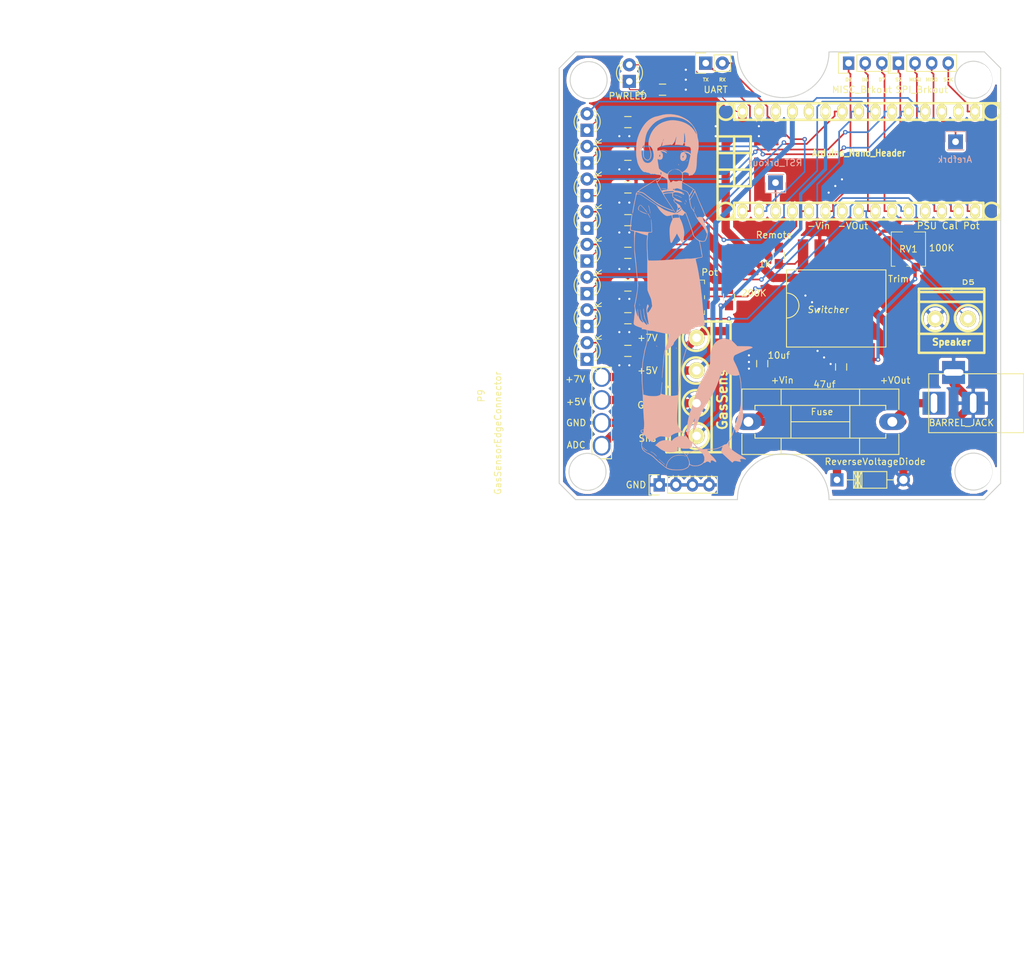
<source format=kicad_pcb>
(kicad_pcb (version 20171130) (host pcbnew 5.0.2+dfsg1-1~bpo9+1)

  (general
    (thickness 1.6)
    (drawings 38)
    (tracks 317)
    (zones 0)
    (modules 44)
    (nets 45)
  )

  (page USLetter)
  (title_block
    (title "Project Title")
  )

  (layers
    (0 F.Cu signal)
    (31 B.Cu signal)
    (34 B.Paste user)
    (35 F.Paste user)
    (36 B.SilkS user)
    (37 F.SilkS user)
    (38 B.Mask user)
    (39 F.Mask user)
    (40 Dwgs.User user)
    (44 Edge.Cuts user)
    (46 B.CrtYd user)
    (47 F.CrtYd user)
    (48 B.Fab user)
    (49 F.Fab user)
  )

  (setup
    (last_trace_width 0.254)
    (user_trace_width 0.1524)
    (user_trace_width 0.254)
    (user_trace_width 0.3302)
    (user_trace_width 0.508)
    (user_trace_width 0.762)
    (user_trace_width 1.27)
    (trace_clearance 0.254)
    (zone_clearance 0.508)
    (zone_45_only no)
    (trace_min 0.1524)
    (segment_width 0.1524)
    (edge_width 0.1524)
    (via_size 0.6858)
    (via_drill 0.3302)
    (via_min_size 0.6858)
    (via_min_drill 0.3302)
    (user_via 0.6858 0.3302)
    (user_via 0.762 0.4064)
    (user_via 0.8636 0.508)
    (uvia_size 0.6858)
    (uvia_drill 0.3302)
    (uvias_allowed no)
    (uvia_min_size 0)
    (uvia_min_drill 0)
    (pcb_text_width 0.1524)
    (pcb_text_size 1.016 1.016)
    (mod_edge_width 0.1524)
    (mod_text_size 1.016 1.016)
    (mod_text_width 0.1524)
    (pad_size 2.032 1.7272)
    (pad_drill 1.016)
    (pad_to_mask_clearance 0.0762)
    (solder_mask_min_width 0.1016)
    (pad_to_paste_clearance -0.0762)
    (aux_axis_origin 0 0)
    (visible_elements 7FFFFFFF)
    (pcbplotparams
      (layerselection 0x310fc_ffffffff)
      (usegerberextensions true)
      (usegerberattributes false)
      (usegerberadvancedattributes false)
      (creategerberjobfile false)
      (excludeedgelayer true)
      (linewidth 0.100000)
      (plotframeref false)
      (viasonmask false)
      (mode 1)
      (useauxorigin false)
      (hpglpennumber 1)
      (hpglpenspeed 20)
      (hpglpendiameter 15.000000)
      (psnegative false)
      (psa4output false)
      (plotreference true)
      (plotvalue true)
      (plotinvisibletext false)
      (padsonsilk false)
      (subtractmaskfromsilk false)
      (outputformat 1)
      (mirror false)
      (drillshape 0)
      (scaleselection 1)
      (outputdirectory "gerbers/rev2/"))
  )

  (net 0 "")
  (net 1 VCC)
  (net 2 GND)
  (net 3 /VOUT+)
  (net 4 +12V)
  (net 5 "Net-(D2-Pad1)")
  (net 6 "Net-(D3-Pad1)")
  (net 7 /A0)
  (net 8 /A1)
  (net 9 "Net-(D4-Pad1)")
  (net 10 "Net-(D5-Pad1)")
  (net 11 /A2)
  (net 12 "Net-(D6-Pad1)")
  (net 13 /A3)
  (net 14 /A4)
  (net 15 "Net-(D7-Pad1)")
  (net 16 /A5)
  (net 17 "Net-(D8-Pad1)")
  (net 18 /A6)
  (net 19 "Net-(D9-Pad1)")
  (net 20 /A7)
  (net 21 "Net-(D10-Pad1)")
  (net 22 /D8)
  (net 23 /D9)
  (net 24 /TX)
  (net 25 /RX)
  (net 26 "Net-(J1-Pad3)")
  (net 27 "Net-(J1-Pad5)")
  (net 28 /D3)
  (net 29 "Net-(J1-Pad7)")
  (net 30 "Net-(J1-Pad8)")
  (net 31 /D6)
  (net 32 /D7)
  (net 33 /SS)
  (net 34 /MOSI)
  (net 35 /MISO)
  (net 36 /SCK)
  (net 37 "Net-(J1-Pad17)")
  (net 38 "Net-(J1-Pad18)")
  (net 39 +5V)
  (net 40 "Net-(J1-Pad28)")
  (net 41 /TRIM)
  (net 42 /REMOTE)
  (net 43 "Net-(R13-Pad2)")
  (net 44 "Net-(RV2-Pad3)")

  (net_class Default "This is the default net class."
    (clearance 0.254)
    (trace_width 0.254)
    (via_dia 0.6858)
    (via_drill 0.3302)
    (uvia_dia 0.6858)
    (uvia_drill 0.3302)
    (add_net +12V)
    (add_net +5V)
    (add_net /A0)
    (add_net /A1)
    (add_net /A2)
    (add_net /A3)
    (add_net /A4)
    (add_net /A5)
    (add_net /A6)
    (add_net /A7)
    (add_net /D3)
    (add_net /D6)
    (add_net /D7)
    (add_net /D8)
    (add_net /D9)
    (add_net /MISO)
    (add_net /MOSI)
    (add_net /REMOTE)
    (add_net /RX)
    (add_net /SCK)
    (add_net /SS)
    (add_net /TRIM)
    (add_net /TX)
    (add_net /VOUT+)
    (add_net GND)
    (add_net "Net-(D10-Pad1)")
    (add_net "Net-(D2-Pad1)")
    (add_net "Net-(D3-Pad1)")
    (add_net "Net-(D4-Pad1)")
    (add_net "Net-(D5-Pad1)")
    (add_net "Net-(D6-Pad1)")
    (add_net "Net-(D7-Pad1)")
    (add_net "Net-(D8-Pad1)")
    (add_net "Net-(D9-Pad1)")
    (add_net "Net-(J1-Pad17)")
    (add_net "Net-(J1-Pad18)")
    (add_net "Net-(J1-Pad28)")
    (add_net "Net-(J1-Pad3)")
    (add_net "Net-(J1-Pad5)")
    (add_net "Net-(J1-Pad7)")
    (add_net "Net-(J1-Pad8)")
    (add_net "Net-(R13-Pad2)")
    (add_net "Net-(RV2-Pad3)")
    (add_net VCC)
  )

  (module Mounting_Holes:MountingHole_5.3mm_M5 (layer F.Cu) (tedit 5CCA3E7F) (tstamp 5CE05A65)
    (at 162.052 64.5)
    (descr "Mounting Hole 5.3mm, no annular, M5")
    (tags "mounting hole 5.3mm no annular m5")
    (path /5CCC47B4)
    (fp_text reference MK4 (at 0 -6.3) (layer F.SilkS) hide
      (effects (font (size 1 1) (thickness 0.15)))
    )
    (fp_text value Mounting_Hole (at 0 6.3) (layer F.Fab)
      (effects (font (size 1 1) (thickness 0.15)))
    )
    (fp_circle (center 0 0) (end 5.55 0) (layer F.CrtYd) (width 0.05))
    (fp_circle (center 0 0) (end 5.3 0) (layer Cmts.User) (width 0.15))
    (pad 1 np_thru_hole circle (at 0 0) (size 5.3 5.3) (drill 5.3) (layers *.Cu *.Mask))
  )

  (module w_conn_misc:arduino_nano_header (layer F.Cu) (tedit 5CCA2685) (tstamp 5CD9BED1)
    (at 144.3 77)
    (descr "Arduino Nano Header")
    (tags Arduino)
    (path /5CC9FA3E)
    (fp_text reference J1 (at 0 1.27) (layer F.SilkS) hide
      (effects (font (size 1.016 1.016) (thickness 0.2032)))
    )
    (fp_text value Arduino_Nano_Header (at 0 -1.27) (layer F.SilkS)
      (effects (font (size 1.016 0.889) (thickness 0.2032)))
    )
    (fp_line (start -16.51 -1.27) (end -21.59 -1.27) (layer F.SilkS) (width 0.381))
    (fp_line (start -16.51 1.27) (end -21.59 1.27) (layer F.SilkS) (width 0.381))
    (fp_line (start -19.05 -3.81) (end -19.05 3.81) (layer F.SilkS) (width 0.381))
    (fp_line (start -21.59 -3.81) (end -16.51 -3.81) (layer F.SilkS) (width 0.381))
    (fp_line (start -16.51 -3.81) (end -16.51 3.81) (layer F.SilkS) (width 0.381))
    (fp_line (start -16.51 3.81) (end -21.59 3.81) (layer F.SilkS) (width 0.381))
    (fp_line (start 21.59 -8.89) (end -21.59 -8.89) (layer F.SilkS) (width 0.381))
    (fp_line (start -21.59 8.89) (end 21.59 8.89) (layer F.SilkS) (width 0.381))
    (fp_line (start -21.59 8.89) (end -21.59 -8.89) (layer F.SilkS) (width 0.381))
    (fp_line (start 21.59 8.89) (end 21.59 -8.89) (layer F.SilkS) (width 0.381))
    (fp_circle (center -20.32 -7.62) (end -21.59 -7.62) (layer F.SilkS) (width 0.381))
    (fp_circle (center -20.32 7.62) (end -21.59 7.62) (layer F.SilkS) (width 0.381))
    (fp_circle (center 20.32 -7.62) (end 21.59 -7.62) (layer F.SilkS) (width 0.381))
    (fp_circle (center 20.32 7.62) (end 21.59 7.62) (layer F.SilkS) (width 0.381))
    (fp_line (start 19.05 -6.35) (end -19.05 -6.35) (layer F.SilkS) (width 0.381))
    (fp_line (start -19.05 6.35) (end 19.05 6.35) (layer F.SilkS) (width 0.381))
    (fp_line (start 19.05 8.89) (end 19.05 6.35) (layer F.SilkS) (width 0.381))
    (fp_line (start 19.05 -6.35) (end 19.05 -8.89) (layer F.SilkS) (width 0.381))
    (fp_line (start -19.05 -8.89) (end -19.05 -6.35) (layer F.SilkS) (width 0.381))
    (fp_line (start -19.05 8.89) (end -19.05 6.35) (layer F.SilkS) (width 0.381))
    (pad 1 thru_hole oval (at -17.78 7.62) (size 1.524 2.19964) (drill 1.00076) (layers *.Cu *.Mask F.SilkS)
      (net 24 /TX))
    (pad 2 thru_hole oval (at -15.24 7.62) (size 1.524 2.19964) (drill 1.00076) (layers *.Cu *.Mask F.SilkS)
      (net 25 /RX))
    (pad 3 thru_hole oval (at -12.7 7.62) (size 1.524 2.19964) (drill 1.00076) (layers *.Cu *.Mask F.SilkS)
      (net 26 "Net-(J1-Pad3)"))
    (pad 4 thru_hole oval (at -10.16 7.62) (size 1.524 2.19964) (drill 1.00076) (layers *.Cu *.Mask F.SilkS)
      (net 2 GND))
    (pad 5 thru_hole oval (at -7.62 7.62) (size 1.524 2.19964) (drill 1.00076) (layers *.Cu *.Mask F.SilkS)
      (net 27 "Net-(J1-Pad5)"))
    (pad 6 thru_hole oval (at -5.08 7.62) (size 1.524 2.19964) (drill 1.00076) (layers *.Cu *.Mask F.SilkS)
      (net 28 /D3))
    (pad 7 thru_hole oval (at -2.54 7.62) (size 1.524 2.19964) (drill 1.00076) (layers *.Cu *.Mask F.SilkS)
      (net 29 "Net-(J1-Pad7)"))
    (pad 8 thru_hole oval (at 0 7.62) (size 1.524 2.19964) (drill 1.00076) (layers *.Cu *.Mask F.SilkS)
      (net 30 "Net-(J1-Pad8)"))
    (pad 9 thru_hole oval (at 2.54 7.62) (size 1.524 2.19964) (drill 1.00076) (layers *.Cu *.Mask F.SilkS)
      (net 31 /D6))
    (pad 10 thru_hole oval (at 5.08 7.62) (size 1.524 2.19964) (drill 1.00076) (layers *.Cu *.Mask F.SilkS)
      (net 32 /D7))
    (pad 11 thru_hole oval (at 7.62 7.62) (size 1.524 2.19964) (drill 1.00076) (layers *.Cu *.Mask F.SilkS)
      (net 22 /D8))
    (pad 12 thru_hole oval (at 10.16 7.62) (size 1.524 2.19964) (drill 1.00076) (layers *.Cu *.Mask F.SilkS)
      (net 23 /D9))
    (pad 13 thru_hole oval (at 12.7 7.62) (size 1.524 2.19964) (drill 1.00076) (layers *.Cu *.Mask F.SilkS)
      (net 33 /SS))
    (pad 14 thru_hole oval (at 15.24 7.62) (size 1.524 2.19964) (drill 1.00076) (layers *.Cu *.Mask F.SilkS)
      (net 34 /MOSI))
    (pad 15 thru_hole oval (at 17.78 7.62) (size 1.524 2.19964) (drill 1.00076) (layers *.Cu *.Mask F.SilkS)
      (net 35 /MISO))
    (pad 16 thru_hole oval (at 17.78 -7.62) (size 1.524 2.19964) (drill 1.00076) (layers *.Cu *.Mask F.SilkS)
      (net 36 /SCK))
    (pad 17 thru_hole oval (at 15.24 -7.62) (size 1.524 2.19964) (drill 1.00076) (layers *.Cu *.Mask F.SilkS)
      (net 37 "Net-(J1-Pad17)"))
    (pad 18 thru_hole oval (at 12.7 -7.62) (size 1.524 2.19964) (drill 1.00076) (layers *.Cu *.Mask F.SilkS)
      (net 38 "Net-(J1-Pad18)"))
    (pad 19 thru_hole oval (at 10.16 -7.62) (size 1.524 2.19964) (drill 1.00076) (layers *.Cu *.Mask F.SilkS)
      (net 7 /A0))
    (pad 20 thru_hole oval (at 7.62 -7.62) (size 1.524 2.1971) (drill 1.00076) (layers *.Cu *.Mask F.SilkS)
      (net 8 /A1))
    (pad 21 thru_hole oval (at 5.08 -7.62) (size 1.524 2.1971) (drill 1.00076) (layers *.Cu *.Mask F.SilkS)
      (net 11 /A2))
    (pad 22 thru_hole oval (at 2.54 -7.62) (size 1.524 2.1971) (drill 1.00076) (layers *.Cu *.Mask F.SilkS)
      (net 13 /A3))
    (pad 23 thru_hole oval (at 0 -7.62) (size 1.524 2.1971) (drill 1.00076) (layers *.Cu *.Mask F.SilkS)
      (net 14 /A4))
    (pad 24 thru_hole oval (at -2.54 -7.62) (size 1.524 2.1971) (drill 0.99822) (layers *.Cu *.Mask F.SilkS)
      (net 16 /A5))
    (pad 25 thru_hole oval (at -5.08 -7.62) (size 1.524 2.1971) (drill 0.99822) (layers *.Cu *.Mask F.SilkS)
      (net 18 /A6))
    (pad 26 thru_hole oval (at -7.62 -7.62) (size 1.524 2.1971) (drill 0.99822) (layers *.Cu *.Mask F.SilkS)
      (net 20 /A7))
    (pad 27 thru_hole oval (at -10.16 -7.62) (size 1.524 2.1971) (drill 0.99822) (layers *.Cu *.Mask F.SilkS)
      (net 39 +5V))
    (pad 28 thru_hole oval (at -12.7 -7.62) (size 1.524 2.1971) (drill 0.99822) (layers *.Cu *.Mask F.SilkS)
      (net 40 "Net-(J1-Pad28)"))
    (pad 29 thru_hole oval (at -15.24 -7.62) (size 1.524 2.1971) (drill 0.99822) (layers *.Cu *.Mask F.SilkS)
      (net 2 GND))
    (pad 30 thru_hole oval (at -17.78 -7.62) (size 1.524 2.1971) (drill 0.99822) (layers *.Cu *.Mask F.SilkS)
      (net 1 VCC))
    (model walter/conn_misc/arduino_nano_header.wrl
      (at (xyz 0 0 0))
      (scale (xyz 1 1 1))
      (rotate (xyz 0 0 0))
    )
  )

  (module pot:EdgeConnectorGasSensorPCB_v2 (layer F.Cu) (tedit 5CF5ED7B) (tstamp 5CDD0B93)
    (at 103.5 108.5 270)
    (path /5CCBE214)
    (fp_text reference P9 (at 4.365 16.915 270) (layer F.SilkS)
      (effects (font (size 1 1) (thickness 0.15)))
    )
    (fp_text value GasSensorEdgeConnector (at 10.08 14.375 270) (layer F.SilkS)
      (effects (font (size 1 1) (thickness 0.15)))
    )
    (fp_line (start 0 0) (end 10 0) (layer F.SilkS) (width 0.15))
    (fp_line (start 14 0) (end 14 -3) (layer F.SilkS) (width 0.15))
    (fp_line (start 10 -3) (end 0 -3) (layer F.SilkS) (width 0.15))
    (fp_line (start 0 -3) (end 0 0) (layer F.SilkS) (width 0.15))
    (fp_line (start 12 -3) (end 10 -3) (layer F.SilkS) (width 0.15))
    (fp_line (start 10 0) (end 12 0) (layer F.SilkS) (width 0.15))
    (fp_text user +7V (at 1.825 2.54) (layer F.SilkS)
      (effects (font (size 1 1) (thickness 0.15)))
    )
    (fp_text user +5V (at 5.292 2.408 180) (layer F.SilkS)
      (effects (font (size 1 1) (thickness 0.15)))
    )
    (fp_text user GND (at 8.5 2.408) (layer F.SilkS)
      (effects (font (size 1 1) (thickness 0.15)))
    )
    (fp_text user ADC (at 11.896 2.408) (layer F.SilkS)
      (effects (font (size 1 1) (thickness 0.15)))
    )
    (fp_line (start 14 -3) (end 12 -3) (layer F.SilkS) (width 0.15))
    (fp_line (start 14 0) (end 12 0) (layer F.SilkS) (width 0.15))
    (pad 1 thru_hole oval (at 1.5 -1.5) (size 2.7 3) (drill oval 2 2.4) (layers *.Cu *.Mask)
      (net 3 /VOUT+))
    (pad 2 thru_hole oval (at 5 -1.5) (size 2.7 3) (drill oval 2 2.4) (layers *.Cu *.Mask)
      (net 39 +5V))
    (pad 3 thru_hole oval (at 8.5 -1.5) (size 2.7 3) (drill oval 2 2.4) (layers *.Cu *.Mask)
      (net 2 GND))
    (pad 4 thru_hole oval (at 12 -1.5) (size 2.7 3) (drill oval 2 2.4) (layers *.Cu *.Mask)
      (net 18 /A6))
  )

  (module Capacitors_SMD:C_0805_HandSoldering (layer F.Cu) (tedit 5CCA25B2) (tstamp 5CD9BD97)
    (at 129.54 107.95 90)
    (descr "Capacitor SMD 0805, hand soldering")
    (tags "capacitor 0805")
    (path /5CCA1F5B)
    (attr smd)
    (fp_text reference C1 (at 0 -2.1 90) (layer F.SilkS) hide
      (effects (font (size 1 1) (thickness 0.15)))
    )
    (fp_text value 10uf (at 1.27 2.54 180) (layer F.SilkS)
      (effects (font (size 1 1) (thickness 0.15)))
    )
    (fp_line (start -1 0.625) (end -1 -0.625) (layer F.Fab) (width 0.15))
    (fp_line (start 1 0.625) (end -1 0.625) (layer F.Fab) (width 0.15))
    (fp_line (start 1 -0.625) (end 1 0.625) (layer F.Fab) (width 0.15))
    (fp_line (start -1 -0.625) (end 1 -0.625) (layer F.Fab) (width 0.15))
    (fp_line (start -2.3 -1) (end 2.3 -1) (layer F.CrtYd) (width 0.05))
    (fp_line (start -2.3 1) (end 2.3 1) (layer F.CrtYd) (width 0.05))
    (fp_line (start -2.3 -1) (end -2.3 1) (layer F.CrtYd) (width 0.05))
    (fp_line (start 2.3 -1) (end 2.3 1) (layer F.CrtYd) (width 0.05))
    (fp_line (start 0.5 -0.85) (end -0.5 -0.85) (layer F.SilkS) (width 0.15))
    (fp_line (start -0.5 0.85) (end 0.5 0.85) (layer F.SilkS) (width 0.15))
    (pad 1 smd rect (at -1.25 0 90) (size 1.5 1.25) (layers F.Cu F.Paste F.Mask)
      (net 1 VCC))
    (pad 2 smd rect (at 1.25 0 90) (size 1.5 1.25) (layers F.Cu F.Paste F.Mask)
      (net 2 GND))
    (model Capacitors_SMD.3dshapes/C_0805_HandSoldering.wrl
      (at (xyz 0 0 0))
      (scale (xyz 1 1 1))
      (rotate (xyz 0 0 0))
    )
  )

  (module Capacitors_SMD:C_0805_HandSoldering (layer F.Cu) (tedit 5CCA3266) (tstamp 5CD9BDA7)
    (at 141.605 108.458 270)
    (descr "Capacitor SMD 0805, hand soldering")
    (tags "capacitor 0805")
    (path /5CCA237B)
    (attr smd)
    (fp_text reference C2 (at 0 -2.1) (layer F.SilkS) hide
      (effects (font (size 1 1) (thickness 0.15)))
    )
    (fp_text value 47uf (at 2.667 2.54) (layer F.SilkS)
      (effects (font (size 1 1) (thickness 0.15)))
    )
    (fp_line (start -0.5 0.85) (end 0.5 0.85) (layer F.SilkS) (width 0.15))
    (fp_line (start 0.5 -0.85) (end -0.5 -0.85) (layer F.SilkS) (width 0.15))
    (fp_line (start 2.3 -1) (end 2.3 1) (layer F.CrtYd) (width 0.05))
    (fp_line (start -2.3 -1) (end -2.3 1) (layer F.CrtYd) (width 0.05))
    (fp_line (start -2.3 1) (end 2.3 1) (layer F.CrtYd) (width 0.05))
    (fp_line (start -2.3 -1) (end 2.3 -1) (layer F.CrtYd) (width 0.05))
    (fp_line (start -1 -0.625) (end 1 -0.625) (layer F.Fab) (width 0.15))
    (fp_line (start 1 -0.625) (end 1 0.625) (layer F.Fab) (width 0.15))
    (fp_line (start 1 0.625) (end -1 0.625) (layer F.Fab) (width 0.15))
    (fp_line (start -1 0.625) (end -1 -0.625) (layer F.Fab) (width 0.15))
    (pad 2 smd rect (at 1.25 0 270) (size 1.5 1.25) (layers F.Cu F.Paste F.Mask)
      (net 2 GND))
    (pad 1 smd rect (at -1.25 0 270) (size 1.5 1.25) (layers F.Cu F.Paste F.Mask)
      (net 3 /VOUT+))
    (model Capacitors_SMD.3dshapes/C_0805_HandSoldering.wrl
      (at (xyz 0 0 0))
      (scale (xyz 1 1 1))
      (rotate (xyz 0 0 0))
    )
  )

  (module Connectors:BARREL_JACK (layer F.Cu) (tedit 5CCA257E) (tstamp 5CD9BDB3)
    (at 162 114 180)
    (descr "DC Barrel Jack")
    (tags "Power Jack")
    (path /5CC9FDCB)
    (fp_text reference CON1 (at 10.09904 0 270) (layer F.SilkS) hide
      (effects (font (size 1 1) (thickness 0.15)))
    )
    (fp_text value BARREL_JACK (at 2 -3 180) (layer F.SilkS)
      (effects (font (size 1 1) (thickness 0.15)))
    )
    (fp_line (start -4.0005 -4.50088) (end -4.0005 4.50088) (layer F.SilkS) (width 0.15))
    (fp_line (start -7.50062 -4.50088) (end -7.50062 4.50088) (layer F.SilkS) (width 0.15))
    (fp_line (start -7.50062 4.50088) (end 7.00024 4.50088) (layer F.SilkS) (width 0.15))
    (fp_line (start 7.00024 4.50088) (end 7.00024 -4.50088) (layer F.SilkS) (width 0.15))
    (fp_line (start 7.00024 -4.50088) (end -7.50062 -4.50088) (layer F.SilkS) (width 0.15))
    (pad 1 thru_hole rect (at 6.20014 0 180) (size 3.50012 3.50012) (drill oval 1.00076 2.99974) (layers *.Cu *.Mask)
      (net 4 +12V))
    (pad 2 thru_hole rect (at 0.20066 0 180) (size 3.50012 3.50012) (drill oval 1.00076 2.99974) (layers *.Cu *.Mask)
      (net 2 GND))
    (pad 3 thru_hole rect (at 3.2004 4.699 180) (size 3.50012 3.50012) (drill oval 2.99974 1.00076) (layers *.Cu *.Mask)
      (net 2 GND))
  )

  (module Diodes_THT:Diode_DO-41_SOD81_Horizontal_RM10 (layer F.Cu) (tedit 5CF5F374) (tstamp 5CD9BDC7)
    (at 140.97 125.73)
    (descr "Diode, DO-41, SOD81, Horizontal, RM 10mm,")
    (tags "Diode, DO-41, SOD81, Horizontal, RM 10mm, 1N4007, SB140,")
    (path /5CCA3E2A)
    (fp_text reference D1 (at 5.38734 2.53746) (layer F.SilkS) hide
      (effects (font (size 1 1) (thickness 0.15)))
    )
    (fp_text value ReverseVoltageDiode (at 5.842 -2.794) (layer F.SilkS)
      (effects (font (size 1 1) (thickness 0.15)))
    )
    (fp_line (start 7.62 -0.00254) (end 8.636 -0.00254) (layer F.SilkS) (width 0.15))
    (fp_line (start 2.794 -0.00254) (end 1.524 -0.00254) (layer F.SilkS) (width 0.15))
    (fp_line (start 3.048 -1.27254) (end 3.048 1.26746) (layer F.SilkS) (width 0.15))
    (fp_line (start 3.302 -1.27254) (end 3.302 1.26746) (layer F.SilkS) (width 0.15))
    (fp_line (start 3.556 -1.27254) (end 3.556 1.26746) (layer F.SilkS) (width 0.15))
    (fp_line (start 2.794 -1.27254) (end 2.794 1.26746) (layer F.SilkS) (width 0.15))
    (fp_line (start 3.81 -1.27254) (end 2.54 1.26746) (layer F.SilkS) (width 0.15))
    (fp_line (start 2.54 -1.27254) (end 3.81 1.26746) (layer F.SilkS) (width 0.15))
    (fp_line (start 3.81 -1.27254) (end 3.81 1.26746) (layer F.SilkS) (width 0.15))
    (fp_line (start 3.175 -1.27254) (end 3.175 1.26746) (layer F.SilkS) (width 0.15))
    (fp_line (start 2.54 1.26746) (end 2.54 -1.27254) (layer F.SilkS) (width 0.15))
    (fp_line (start 2.54 -1.27254) (end 7.62 -1.27254) (layer F.SilkS) (width 0.15))
    (fp_line (start 7.62 -1.27254) (end 7.62 1.26746) (layer F.SilkS) (width 0.15))
    (fp_line (start 7.62 1.26746) (end 2.54 1.26746) (layer F.SilkS) (width 0.15))
    (pad 2 thru_hole circle (at 10.16 -0.00254 180) (size 1.99898 1.99898) (drill 1.27) (layers *.Cu *.Mask)
      (net 2 GND))
    (pad 1 thru_hole rect (at 0 -0.00254 180) (size 1.99898 1.99898) (drill 1.00076) (layers *.Cu *.Mask)
      (net 1 VCC))
  )

  (module LEDs:LED-3MM (layer F.Cu) (tedit 5CCA3674) (tstamp 5CD9BDD8)
    (at 109.22 64.77 90)
    (descr "LED 3mm round vertical")
    (tags "LED  3mm round vertical")
    (path /5CCA7FCB)
    (fp_text reference D2 (at 1.91 3.06 90) (layer F.SilkS) hide
      (effects (font (size 1 1) (thickness 0.15)))
    )
    (fp_text value PWRLED (at -2.23 -0.22 180) (layer F.SilkS)
      (effects (font (size 1 1) (thickness 0.15)))
    )
    (fp_line (start -1.2 2.3) (end 3.8 2.3) (layer F.CrtYd) (width 0.05))
    (fp_line (start 3.8 2.3) (end 3.8 -2.2) (layer F.CrtYd) (width 0.05))
    (fp_line (start 3.8 -2.2) (end -1.2 -2.2) (layer F.CrtYd) (width 0.05))
    (fp_line (start -1.2 -2.2) (end -1.2 2.3) (layer F.CrtYd) (width 0.05))
    (fp_line (start -0.199 1.314) (end -0.199 1.114) (layer F.SilkS) (width 0.15))
    (fp_line (start -0.199 -1.28) (end -0.199 -1.1) (layer F.SilkS) (width 0.15))
    (fp_arc (start 1.301 0.034) (end -0.199 -1.286) (angle 108.5) (layer F.SilkS) (width 0.15))
    (fp_arc (start 1.301 0.034) (end 0.25 -1.1) (angle 85.7) (layer F.SilkS) (width 0.15))
    (fp_arc (start 1.311 0.034) (end 3.051 0.994) (angle 110) (layer F.SilkS) (width 0.15))
    (fp_arc (start 1.301 0.034) (end 2.335 1.094) (angle 87.5) (layer F.SilkS) (width 0.15))
    (fp_text user K (at -1.69 1.74 90) (layer F.SilkS)
      (effects (font (size 1 1) (thickness 0.15)))
    )
    (pad 1 thru_hole rect (at 0 0 180) (size 2 2) (drill 1.00076) (layers *.Cu *.Mask)
      (net 5 "Net-(D2-Pad1)"))
    (pad 2 thru_hole circle (at 2.54 0 90) (size 2 2) (drill 1.00076) (layers *.Cu *.Mask)
      (net 1 VCC))
    (model LEDs.3dshapes/LED-3MM.wrl
      (offset (xyz 1.269999980926514 0 0))
      (scale (xyz 1 1 1))
      (rotate (xyz 0 0 90))
    )
  )

  (module LEDs:LED-3MM (layer F.Cu) (tedit 5CCA3672) (tstamp 5CD9BDE9)
    (at 102.75 72.25 90)
    (descr "LED 3mm round vertical")
    (tags "LED  3mm round vertical")
    (path /5CCA4C40)
    (fp_text reference D3 (at 1.91 3.06 90) (layer F.SilkS) hide
      (effects (font (size 1 1) (thickness 0.15)))
    )
    (fp_text value LED (at 1.3 -2.9 90) (layer F.Fab)
      (effects (font (size 1 1) (thickness 0.15)))
    )
    (fp_line (start -1.2 2.3) (end 3.8 2.3) (layer F.CrtYd) (width 0.05))
    (fp_line (start 3.8 2.3) (end 3.8 -2.2) (layer F.CrtYd) (width 0.05))
    (fp_line (start 3.8 -2.2) (end -1.2 -2.2) (layer F.CrtYd) (width 0.05))
    (fp_line (start -1.2 -2.2) (end -1.2 2.3) (layer F.CrtYd) (width 0.05))
    (fp_line (start -0.199 1.314) (end -0.199 1.114) (layer F.SilkS) (width 0.15))
    (fp_line (start -0.199 -1.28) (end -0.199 -1.1) (layer F.SilkS) (width 0.15))
    (fp_arc (start 1.301 0.034) (end -0.199 -1.286) (angle 108.5) (layer F.SilkS) (width 0.15))
    (fp_arc (start 1.301 0.034) (end 0.25 -1.1) (angle 85.7) (layer F.SilkS) (width 0.15))
    (fp_arc (start 1.311 0.034) (end 3.051 0.994) (angle 110) (layer F.SilkS) (width 0.15))
    (fp_arc (start 1.301 0.034) (end 2.335 1.094) (angle 87.5) (layer F.SilkS) (width 0.15))
    (fp_text user K (at -1.69 1.74 90) (layer F.SilkS)
      (effects (font (size 1 1) (thickness 0.15)))
    )
    (pad 1 thru_hole rect (at 0 0 180) (size 2 2) (drill 1.00076) (layers *.Cu *.Mask)
      (net 6 "Net-(D3-Pad1)"))
    (pad 2 thru_hole circle (at 2.54 0 90) (size 2 2) (drill 1.00076) (layers *.Cu *.Mask)
      (net 7 /A0))
    (model LEDs.3dshapes/LED-3MM.wrl
      (offset (xyz 1.269999980926514 0 0))
      (scale (xyz 1 1 1))
      (rotate (xyz 0 0 90))
    )
  )

  (module LEDs:LED-3MM (layer F.Cu) (tedit 5CCA366F) (tstamp 5CD9BDFA)
    (at 102.75 77.25 90)
    (descr "LED 3mm round vertical")
    (tags "LED  3mm round vertical")
    (path /5CCA4E2B)
    (fp_text reference D4 (at 1.91 3.06 90) (layer F.SilkS) hide
      (effects (font (size 1 1) (thickness 0.15)))
    )
    (fp_text value D (at 1.3 -2.9 90) (layer F.Fab)
      (effects (font (size 1 1) (thickness 0.15)))
    )
    (fp_text user K (at -1.69 1.74 90) (layer F.SilkS)
      (effects (font (size 1 1) (thickness 0.15)))
    )
    (fp_arc (start 1.301 0.034) (end 2.335 1.094) (angle 87.5) (layer F.SilkS) (width 0.15))
    (fp_arc (start 1.311 0.034) (end 3.051 0.994) (angle 110) (layer F.SilkS) (width 0.15))
    (fp_arc (start 1.301 0.034) (end 0.25 -1.1) (angle 85.7) (layer F.SilkS) (width 0.15))
    (fp_arc (start 1.301 0.034) (end -0.199 -1.286) (angle 108.5) (layer F.SilkS) (width 0.15))
    (fp_line (start -0.199 -1.28) (end -0.199 -1.1) (layer F.SilkS) (width 0.15))
    (fp_line (start -0.199 1.314) (end -0.199 1.114) (layer F.SilkS) (width 0.15))
    (fp_line (start -1.2 -2.2) (end -1.2 2.3) (layer F.CrtYd) (width 0.05))
    (fp_line (start 3.8 -2.2) (end -1.2 -2.2) (layer F.CrtYd) (width 0.05))
    (fp_line (start 3.8 2.3) (end 3.8 -2.2) (layer F.CrtYd) (width 0.05))
    (fp_line (start -1.2 2.3) (end 3.8 2.3) (layer F.CrtYd) (width 0.05))
    (pad 2 thru_hole circle (at 2.54 0 90) (size 2 2) (drill 1.00076) (layers *.Cu *.Mask)
      (net 8 /A1))
    (pad 1 thru_hole rect (at 0 0 180) (size 2 2) (drill 1.00076) (layers *.Cu *.Mask)
      (net 9 "Net-(D4-Pad1)"))
    (model LEDs.3dshapes/LED-3MM.wrl
      (offset (xyz 1.269999980926514 0 0))
      (scale (xyz 1 1 1))
      (rotate (xyz 0 0 90))
    )
  )

  (module LEDs:LED-3MM (layer F.Cu) (tedit 5CCA3A7B) (tstamp 5CD9BE0B)
    (at 102.75 82.25 90)
    (descr "LED 3mm round vertical")
    (tags "LED  3mm round vertical")
    (path /5CCA572B)
    (fp_text reference D5 (at 1.91 3.06 90) (layer F.SilkS) hide
      (effects (font (size 1 1) (thickness 0.15)))
    )
    (fp_text value LED (at 1.3 -2.9 90) (layer F.Fab)
      (effects (font (size 1 1) (thickness 0.15)))
    )
    (fp_line (start -1.2 2.3) (end 3.8 2.3) (layer F.CrtYd) (width 0.05))
    (fp_line (start 3.8 2.3) (end 3.8 -2.2) (layer F.CrtYd) (width 0.05))
    (fp_line (start 3.8 -2.2) (end -1.2 -2.2) (layer F.CrtYd) (width 0.05))
    (fp_line (start -1.2 -2.2) (end -1.2 2.3) (layer F.CrtYd) (width 0.05))
    (fp_line (start -0.199 1.314) (end -0.199 1.114) (layer F.SilkS) (width 0.15))
    (fp_line (start -0.199 -1.28) (end -0.199 -1.1) (layer F.SilkS) (width 0.15))
    (fp_arc (start 1.301 0.034) (end -0.199 -1.286) (angle 108.5) (layer F.SilkS) (width 0.15))
    (fp_arc (start 1.301 0.034) (end 0.25 -1.1) (angle 85.7) (layer F.SilkS) (width 0.15))
    (fp_arc (start 1.311 0.034) (end 3.051 0.994) (angle 110) (layer F.SilkS) (width 0.15))
    (fp_arc (start 1.301 0.034) (end 2.335 1.094) (angle 87.5) (layer F.SilkS) (width 0.15))
    (fp_text user K (at -1.69 1.74 90) (layer F.SilkS)
      (effects (font (size 1 1) (thickness 0.15)))
    )
    (pad 1 thru_hole rect (at 0 0 180) (size 2 2) (drill 1.00076) (layers *.Cu *.Mask)
      (net 10 "Net-(D5-Pad1)"))
    (pad 2 thru_hole circle (at 2.54 0 90) (size 2 2) (drill 1.00076) (layers *.Cu *.Mask)
      (net 11 /A2))
    (model LEDs.3dshapes/LED-3MM.wrl
      (offset (xyz 1.269999980926514 0 0))
      (scale (xyz 1 1 1))
      (rotate (xyz 0 0 90))
    )
  )

  (module LEDs:LED-3MM (layer F.Cu) (tedit 5CCA3669) (tstamp 5CD9BE1C)
    (at 102.75 87.25 90)
    (descr "LED 3mm round vertical")
    (tags "LED  3mm round vertical")
    (path /5CCA5737)
    (fp_text reference D6 (at 1.91 3.06 90) (layer F.SilkS) hide
      (effects (font (size 1 1) (thickness 0.15)))
    )
    (fp_text value D (at 0.26 -2.87 90) (layer F.Fab)
      (effects (font (size 1 1) (thickness 0.15)))
    )
    (fp_line (start -1.2 2.3) (end 3.8 2.3) (layer F.CrtYd) (width 0.05))
    (fp_line (start 3.8 2.3) (end 3.8 -2.2) (layer F.CrtYd) (width 0.05))
    (fp_line (start 3.8 -2.2) (end -1.2 -2.2) (layer F.CrtYd) (width 0.05))
    (fp_line (start -1.2 -2.2) (end -1.2 2.3) (layer F.CrtYd) (width 0.05))
    (fp_line (start -0.199 1.314) (end -0.199 1.114) (layer F.SilkS) (width 0.15))
    (fp_line (start -0.199 -1.28) (end -0.199 -1.1) (layer F.SilkS) (width 0.15))
    (fp_arc (start 1.301 0.034) (end -0.199 -1.286) (angle 108.5) (layer F.SilkS) (width 0.15))
    (fp_arc (start 1.301 0.034) (end 0.25 -1.1) (angle 85.7) (layer F.SilkS) (width 0.15))
    (fp_arc (start 1.311 0.034) (end 3.051 0.994) (angle 110) (layer F.SilkS) (width 0.15))
    (fp_arc (start 1.301 0.034) (end 2.335 1.094) (angle 87.5) (layer F.SilkS) (width 0.15))
    (fp_text user K (at -1.69 1.74 90) (layer F.SilkS)
      (effects (font (size 1 1) (thickness 0.15)))
    )
    (pad 1 thru_hole rect (at 0 0 180) (size 2 2) (drill 1.00076) (layers *.Cu *.Mask)
      (net 12 "Net-(D6-Pad1)"))
    (pad 2 thru_hole circle (at 2.54 0 90) (size 2 2) (drill 1.00076) (layers *.Cu *.Mask)
      (net 13 /A3))
    (model LEDs.3dshapes/LED-3MM.wrl
      (offset (xyz 1.269999980926514 0 0))
      (scale (xyz 1 1 1))
      (rotate (xyz 0 0 90))
    )
  )

  (module LEDs:LED-3MM (layer F.Cu) (tedit 5CCA3666) (tstamp 5CD9BE2D)
    (at 102.75 92.25 90)
    (descr "LED 3mm round vertical")
    (tags "LED  3mm round vertical")
    (path /5CCA5BE1)
    (fp_text reference D7 (at 1.91 3.06 90) (layer F.SilkS) hide
      (effects (font (size 1 1) (thickness 0.15)))
    )
    (fp_text value LED (at 1.3 -2.9 90) (layer F.Fab)
      (effects (font (size 1 1) (thickness 0.15)))
    )
    (fp_text user K (at -1.69 1.74 90) (layer F.SilkS)
      (effects (font (size 1 1) (thickness 0.15)))
    )
    (fp_arc (start 1.301 0.034) (end 2.335 1.094) (angle 87.5) (layer F.SilkS) (width 0.15))
    (fp_arc (start 1.311 0.034) (end 3.051 0.994) (angle 110) (layer F.SilkS) (width 0.15))
    (fp_arc (start 1.301 0.034) (end 0.25 -1.1) (angle 85.7) (layer F.SilkS) (width 0.15))
    (fp_arc (start 1.301 0.034) (end -0.199 -1.286) (angle 108.5) (layer F.SilkS) (width 0.15))
    (fp_line (start -0.199 -1.28) (end -0.199 -1.1) (layer F.SilkS) (width 0.15))
    (fp_line (start -0.199 1.314) (end -0.199 1.114) (layer F.SilkS) (width 0.15))
    (fp_line (start -1.2 -2.2) (end -1.2 2.3) (layer F.CrtYd) (width 0.05))
    (fp_line (start 3.8 -2.2) (end -1.2 -2.2) (layer F.CrtYd) (width 0.05))
    (fp_line (start 3.8 2.3) (end 3.8 -2.2) (layer F.CrtYd) (width 0.05))
    (fp_line (start -1.2 2.3) (end 3.8 2.3) (layer F.CrtYd) (width 0.05))
    (pad 2 thru_hole circle (at 2.54 0 90) (size 2 2) (drill 1.00076) (layers *.Cu *.Mask)
      (net 14 /A4))
    (pad 1 thru_hole rect (at 0 0 180) (size 2 2) (drill 1.00076) (layers *.Cu *.Mask)
      (net 15 "Net-(D7-Pad1)"))
    (model LEDs.3dshapes/LED-3MM.wrl
      (offset (xyz 1.269999980926514 0 0))
      (scale (xyz 1 1 1))
      (rotate (xyz 0 0 90))
    )
  )

  (module LEDs:LED-3MM (layer F.Cu) (tedit 5CCA3663) (tstamp 5CD9BE3E)
    (at 102.75 97.25 90)
    (descr "LED 3mm round vertical")
    (tags "LED  3mm round vertical")
    (path /5CCA5BED)
    (fp_text reference D8 (at 1.91 3.06 90) (layer F.SilkS) hide
      (effects (font (size 1 1) (thickness 0.15)))
    )
    (fp_text value D (at 1.3 -2.9 90) (layer F.Fab)
      (effects (font (size 1 1) (thickness 0.15)))
    )
    (fp_text user K (at -1.69 1.74 90) (layer F.SilkS)
      (effects (font (size 1 1) (thickness 0.15)))
    )
    (fp_arc (start 1.301 0.034) (end 2.335 1.094) (angle 87.5) (layer F.SilkS) (width 0.15))
    (fp_arc (start 1.311 0.034) (end 3.051 0.994) (angle 110) (layer F.SilkS) (width 0.15))
    (fp_arc (start 1.301 0.034) (end 0.25 -1.1) (angle 85.7) (layer F.SilkS) (width 0.15))
    (fp_arc (start 1.301 0.034) (end -0.199 -1.286) (angle 108.5) (layer F.SilkS) (width 0.15))
    (fp_line (start -0.199 -1.28) (end -0.199 -1.1) (layer F.SilkS) (width 0.15))
    (fp_line (start -0.199 1.314) (end -0.199 1.114) (layer F.SilkS) (width 0.15))
    (fp_line (start -1.2 -2.2) (end -1.2 2.3) (layer F.CrtYd) (width 0.05))
    (fp_line (start 3.8 -2.2) (end -1.2 -2.2) (layer F.CrtYd) (width 0.05))
    (fp_line (start 3.8 2.3) (end 3.8 -2.2) (layer F.CrtYd) (width 0.05))
    (fp_line (start -1.2 2.3) (end 3.8 2.3) (layer F.CrtYd) (width 0.05))
    (pad 2 thru_hole circle (at 2.54 0 90) (size 2 2) (drill 1.00076) (layers *.Cu *.Mask)
      (net 16 /A5))
    (pad 1 thru_hole rect (at 0 0 180) (size 2 2) (drill 1.00076) (layers *.Cu *.Mask)
      (net 17 "Net-(D8-Pad1)"))
    (model LEDs.3dshapes/LED-3MM.wrl
      (offset (xyz 1.269999980926514 0 0))
      (scale (xyz 1 1 1))
      (rotate (xyz 0 0 90))
    )
  )

  (module LEDs:LED-3MM (layer F.Cu) (tedit 5CCA3661) (tstamp 5CD9BE4F)
    (at 102.75 102.25 90)
    (descr "LED 3mm round vertical")
    (tags "LED  3mm round vertical")
    (path /5CCA5BF9)
    (fp_text reference D9 (at 1.91 3.06 90) (layer F.SilkS) hide
      (effects (font (size 1 1) (thickness 0.15)))
    )
    (fp_text value LED (at 1.3 -2.9 90) (layer F.Fab)
      (effects (font (size 1 1) (thickness 0.15)))
    )
    (fp_text user K (at -1.69 1.74 90) (layer F.SilkS)
      (effects (font (size 1 1) (thickness 0.15)))
    )
    (fp_arc (start 1.301 0.034) (end 2.335 1.094) (angle 87.5) (layer F.SilkS) (width 0.15))
    (fp_arc (start 1.311 0.034) (end 3.051 0.994) (angle 110) (layer F.SilkS) (width 0.15))
    (fp_arc (start 1.301 0.034) (end 0.25 -1.1) (angle 85.7) (layer F.SilkS) (width 0.15))
    (fp_arc (start 1.301 0.034) (end -0.199 -1.286) (angle 108.5) (layer F.SilkS) (width 0.15))
    (fp_line (start -0.199 -1.28) (end -0.199 -1.1) (layer F.SilkS) (width 0.15))
    (fp_line (start -0.199 1.314) (end -0.199 1.114) (layer F.SilkS) (width 0.15))
    (fp_line (start -1.2 -2.2) (end -1.2 2.3) (layer F.CrtYd) (width 0.05))
    (fp_line (start 3.8 -2.2) (end -1.2 -2.2) (layer F.CrtYd) (width 0.05))
    (fp_line (start 3.8 2.3) (end 3.8 -2.2) (layer F.CrtYd) (width 0.05))
    (fp_line (start -1.2 2.3) (end 3.8 2.3) (layer F.CrtYd) (width 0.05))
    (pad 2 thru_hole circle (at 2.54 0 90) (size 2 2) (drill 1.00076) (layers *.Cu *.Mask)
      (net 32 /D7))
    (pad 1 thru_hole rect (at 0 0 180) (size 2 2) (drill 1.00076) (layers *.Cu *.Mask)
      (net 19 "Net-(D9-Pad1)"))
    (model LEDs.3dshapes/LED-3MM.wrl
      (offset (xyz 1.269999980926514 0 0))
      (scale (xyz 1 1 1))
      (rotate (xyz 0 0 90))
    )
  )

  (module LEDs:LED-3MM (layer F.Cu) (tedit 5CCA365E) (tstamp 5CD9BE60)
    (at 102.75 107.29 90)
    (descr "LED 3mm round vertical")
    (tags "LED  3mm round vertical")
    (path /5CCA5C05)
    (fp_text reference D10 (at 1.91 3.06 90) (layer F.SilkS) hide
      (effects (font (size 1 1) (thickness 0.15)))
    )
    (fp_text value D (at 1.3 -2.9 90) (layer F.Fab)
      (effects (font (size 1 1) (thickness 0.15)))
    )
    (fp_text user K (at -1.69 1.74 90) (layer F.SilkS)
      (effects (font (size 1 1) (thickness 0.15)))
    )
    (fp_arc (start 1.301 0.034) (end 2.335 1.094) (angle 87.5) (layer F.SilkS) (width 0.15))
    (fp_arc (start 1.311 0.034) (end 3.051 0.994) (angle 110) (layer F.SilkS) (width 0.15))
    (fp_arc (start 1.301 0.034) (end 0.25 -1.1) (angle 85.7) (layer F.SilkS) (width 0.15))
    (fp_arc (start 1.301 0.034) (end -0.199 -1.286) (angle 108.5) (layer F.SilkS) (width 0.15))
    (fp_line (start -0.199 -1.28) (end -0.199 -1.1) (layer F.SilkS) (width 0.15))
    (fp_line (start -0.199 1.314) (end -0.199 1.114) (layer F.SilkS) (width 0.15))
    (fp_line (start -1.2 -2.2) (end -1.2 2.3) (layer F.CrtYd) (width 0.05))
    (fp_line (start 3.8 -2.2) (end -1.2 -2.2) (layer F.CrtYd) (width 0.05))
    (fp_line (start 3.8 2.3) (end 3.8 -2.2) (layer F.CrtYd) (width 0.05))
    (fp_line (start -1.2 2.3) (end 3.8 2.3) (layer F.CrtYd) (width 0.05))
    (pad 2 thru_hole circle (at 2.54 0 90) (size 2 2) (drill 1.00076) (layers *.Cu *.Mask)
      (net 22 /D8))
    (pad 1 thru_hole rect (at 0 0 180) (size 2 2) (drill 1.00076) (layers *.Cu *.Mask)
      (net 21 "Net-(D10-Pad1)"))
    (model LEDs.3dshapes/LED-3MM.wrl
      (offset (xyz 1.269999980926514 0 0))
      (scale (xyz 1 1 1))
      (rotate (xyz 0 0 90))
    )
  )

  (module Fuse_Holders_and_Fuses:Fuseholder5x20_horiz_SemiClosed_Casing10x25mm (layer F.Cu) (tedit 5CF5F385) (tstamp 5CD9BE9B)
    (at 138.43 116.84)
    (descr "Fuseholder, 5x20, Semi closed, horizontal, Casing 10x25mm,")
    (tags "Fuseholder, 5x20, Semi closed, horizontal, Casing 10x25mm, Sicherungshalter, halbgeschlossen,")
    (path /5CCA2D4F)
    (fp_text reference F1 (at 0 -7.62) (layer F.SilkS) hide
      (effects (font (size 1 1) (thickness 0.15)))
    )
    (fp_text value Fuse (at 0.254 -1.524) (layer F.SilkS)
      (effects (font (size 1 1) (thickness 0.15)))
    )
    (fp_line (start -5.99948 -2.49936) (end -5.99948 -5.00126) (layer F.SilkS) (width 0.15))
    (fp_line (start -5.99948 5.00126) (end -5.99948 2.49936) (layer F.SilkS) (width 0.15))
    (fp_line (start 5.99948 5.00126) (end 5.99948 2.49936) (layer F.SilkS) (width 0.15))
    (fp_line (start 5.99948 -5.00126) (end 5.99948 -2.49936) (layer F.SilkS) (width 0.15))
    (fp_line (start -4.50088 0) (end 4.50088 0) (layer F.SilkS) (width 0.15))
    (fp_line (start -4.50088 -2.49936) (end -4.50088 2.49936) (layer F.SilkS) (width 0.15))
    (fp_line (start 4.50088 -2.49936) (end 4.50088 2.49936) (layer F.SilkS) (width 0.15))
    (fp_line (start 9.99998 -1.89992) (end 9.99998 -2.49936) (layer F.SilkS) (width 0.15))
    (fp_line (start -9.99998 1.89992) (end -9.99998 2.49936) (layer F.SilkS) (width 0.15))
    (fp_line (start -9.99998 2.49936) (end 9.99998 2.49936) (layer F.SilkS) (width 0.15))
    (fp_line (start 9.99998 2.49936) (end 9.99998 1.89992) (layer F.SilkS) (width 0.15))
    (fp_line (start 9.99998 -2.49936) (end -9.99998 -2.49936) (layer F.SilkS) (width 0.15))
    (fp_line (start -9.99998 -2.49936) (end -9.99998 -1.89992) (layer F.SilkS) (width 0.15))
    (fp_line (start 11.99896 -1.89992) (end 11.99896 -5.00126) (layer F.SilkS) (width 0.15))
    (fp_line (start -11.99896 1.89992) (end -11.99896 5.00126) (layer F.SilkS) (width 0.15))
    (fp_line (start -11.99896 5.00126) (end 11.99896 5.00126) (layer F.SilkS) (width 0.15))
    (fp_line (start 11.99896 5.00126) (end 11.99896 1.89992) (layer F.SilkS) (width 0.15))
    (fp_line (start 11.99896 -5.00126) (end -11.99896 -5.00126) (layer F.SilkS) (width 0.15))
    (fp_line (start -11.99896 -5.00126) (end -11.99896 -1.89992) (layer F.SilkS) (width 0.15))
    (pad 2 thru_hole oval (at 11.00074 0 270) (size 2.49936 4.0005) (drill 1.50114) (layers *.Cu *.Mask)
      (net 4 +12V))
    (pad 1 thru_hole oval (at -11.00074 0 270) (size 2.49936 4.0005) (drill 1.50114) (layers *.Cu *.Mask)
      (net 1 VCC))
  )

  (module w_conn_mkds:mkds_1,5-2 (layer F.Cu) (tedit 5CF5F396) (tstamp 5CD9BEE1)
    (at 158.496 101.092 180)
    (descr "2-way 5mm pitch terminal block, Phoenix MKDS series")
    (path /5CC9FB90)
    (fp_text reference LS1 (at 0 -6.6 180) (layer F.SilkS) hide
      (effects (font (size 1.5 1.5) (thickness 0.3)))
    )
    (fp_text value Speaker (at 0 -3.556 180) (layer F.SilkS)
      (effects (font (size 1 1) (thickness 0.25)))
    )
    (fp_line (start 0 4.1) (end 0 4.6) (layer F.SilkS) (width 0.381))
    (fp_circle (center 2.5 0.1) (end 0.5 0.1) (layer F.SilkS) (width 0.381))
    (fp_circle (center -2.5 0.1) (end -0.5 0.1) (layer F.SilkS) (width 0.381))
    (fp_line (start -5 2.6) (end 5 2.6) (layer F.SilkS) (width 0.381))
    (fp_line (start -5 -2.3) (end 5 -2.3) (layer F.SilkS) (width 0.381))
    (fp_line (start -5 4.1) (end 5 4.1) (layer F.SilkS) (width 0.381))
    (fp_line (start -5 4.6) (end 5 4.6) (layer F.SilkS) (width 0.381))
    (fp_line (start 5 4.6) (end 5 -5.2) (layer F.SilkS) (width 0.381))
    (fp_line (start 5 -5.2) (end -5 -5.2) (layer F.SilkS) (width 0.381))
    (fp_line (start -5 -5.2) (end -5 4.6) (layer F.SilkS) (width 0.381))
    (pad 1 thru_hole circle (at -2.5 0 180) (size 2.5 2.5) (drill 1.3) (layers *.Cu *.Mask F.SilkS)
      (net 30 "Net-(J1-Pad8)"))
    (pad 2 thru_hole circle (at 2.5 0 180) (size 2.5 2.5) (drill 1.3) (layers *.Cu *.Mask F.SilkS)
      (net 2 GND))
    (model walter/conn_mkds/mkds_1,5-2.wrl
      (at (xyz 0 0 0))
      (scale (xyz 1 1 1))
      (rotate (xyz 0 0 0))
    )
  )

  (module pot:SF_STS10 (layer F.Cu) (tedit 5CCA3EA3) (tstamp 5CD9BEF7)
    (at 133.25 105.41)
    (path /5CCA0146)
    (fp_text reference P1 (at -3.81 -6.985) (layer F.SilkS) hide
      (effects (font (size 1 1) (thickness 0.15)))
    )
    (fp_text value Switcher (at 6.35 -5.715) (layer F.SilkS)
      (effects (font (size 1 1) (thickness 0.15) italic))
    )
    (fp_line (start 0 0) (end 15.2 0) (layer F.SilkS) (width 0.15))
    (fp_line (start 15.2 0) (end 15.2 -11.8) (layer F.SilkS) (width 0.15))
    (fp_line (start 0 0) (end 0 -11.8) (layer F.SilkS) (width 0.15))
    (fp_line (start 0 -11.8) (end 15.2 -11.8) (layer F.SilkS) (width 0.15))
    (fp_text user +Vin (at -0.635 5.08) (layer F.SilkS)
      (effects (font (size 1 1) (thickness 0.15)))
    )
    (fp_text user +VOut (at 16.61 5.08) (layer F.SilkS)
      (effects (font (size 1 1) (thickness 0.15)))
    )
    (fp_text user Trim (at 17.118 -10.414) (layer F.SilkS)
      (effects (font (size 1 1) (thickness 0.15)))
    )
    (fp_text user Remote (at -1.905 -17.145) (layer F.SilkS)
      (effects (font (size 1 1) (thickness 0.15)))
    )
    (fp_text user -VOut (at 10.16 -18.542) (layer F.SilkS)
      (effects (font (size 1 1) (thickness 0.15)))
    )
    (fp_text user -Vin (at 4.926 -18.542) (layer F.SilkS)
      (effects (font (size 1 1) (thickness 0.15)))
    )
    (fp_arc (start 0 -6.35) (end 1.905 -6.35) (angle -90) (layer F.SilkS) (width 0.15))
    (fp_arc (start 0 -6.35) (end 0 -4.445) (angle -90) (layer F.SilkS) (width 0.15))
    (pad 5 smd rect (at 12.7 1.905) (size 1.6 5) (layers F.Cu F.Paste F.Mask)
      (net 3 /VOUT+) (solder_mask_margin 0.2))
    (pad 1 smd rect (at 2.54 1.905) (size 1.6 5) (layers F.Cu F.Paste F.Mask)
      (net 1 VCC) (solder_mask_margin 0.2))
    (pad 10 smd rect (at 2.54 -13.97) (size 1.6 5) (layers F.Cu F.Paste F.Mask)
      (net 42 /REMOTE) (solder_mask_margin 0.2))
    (pad 9 smd rect (at 5.08 -13.97) (size 1.6 5) (layers F.Cu F.Paste F.Mask)
      (net 2 GND) (solder_mask_margin 0.2))
    (pad 7 smd rect (at 10.16 -13.97) (size 1.6 5) (layers F.Cu F.Paste F.Mask)
      (net 2 GND) (solder_mask_margin 0.2))
    (pad 6 smd rect (at 12.7 -13.97) (size 1.6 5) (layers F.Cu F.Paste F.Mask)
      (net 41 /TRIM) (solder_mask_margin 0.2))
  )

  (module Pin_Headers:Pin_Header_Straight_1x01 (layer B.Cu) (tedit 5CCA2566) (tstamp 5CD9BF1A)
    (at 131.572 80.264)
    (descr "Through hole pin header")
    (tags "pin header")
    (path /5CCAED2A)
    (fp_text reference P3 (at 0 5.1) (layer B.SilkS) hide
      (effects (font (size 1 1) (thickness 0.15)) (justify mirror))
    )
    (fp_text value RST_brkout (at 0 -3.048) (layer B.SilkS)
      (effects (font (size 1 1) (thickness 0.15)) (justify mirror))
    )
    (fp_line (start 1.55 1.55) (end 1.55 0) (layer B.SilkS) (width 0.15))
    (fp_line (start -1.75 1.75) (end -1.75 -1.75) (layer B.CrtYd) (width 0.05))
    (fp_line (start 1.75 1.75) (end 1.75 -1.75) (layer B.CrtYd) (width 0.05))
    (fp_line (start -1.75 1.75) (end 1.75 1.75) (layer B.CrtYd) (width 0.05))
    (fp_line (start -1.75 -1.75) (end 1.75 -1.75) (layer B.CrtYd) (width 0.05))
    (fp_line (start -1.55 0) (end -1.55 1.55) (layer B.SilkS) (width 0.15))
    (fp_line (start -1.55 1.55) (end 1.55 1.55) (layer B.SilkS) (width 0.15))
    (fp_line (start -1.27 -1.27) (end 1.27 -1.27) (layer B.SilkS) (width 0.15))
    (pad 1 thru_hole rect (at 0 0) (size 2.2352 2.2352) (drill 1.016) (layers *.Cu *.Mask)
      (net 26 "Net-(J1-Pad3)"))
    (model Pin_Headers.3dshapes/Pin_Header_Straight_1x01.wrl
      (at (xyz 0 0 0))
      (scale (xyz 1 1 1))
      (rotate (xyz 0 0 90))
    )
  )

  (module Pin_Headers:Pin_Header_Straight_1x01 (layer B.Cu) (tedit 5CCA269D) (tstamp 5CD9BF27)
    (at 159.1 74 180)
    (descr "Through hole pin header")
    (tags "pin header")
    (path /5CCAE976)
    (fp_text reference P4 (at 0 5.1 180) (layer B.SilkS) hide
      (effects (font (size 1 1) (thickness 0.15)) (justify mirror))
    )
    (fp_text value Arefbrk (at 0.096 -2.708 180) (layer B.SilkS)
      (effects (font (size 1 1) (thickness 0.15)) (justify mirror))
    )
    (fp_line (start -1.27 -1.27) (end 1.27 -1.27) (layer B.SilkS) (width 0.15))
    (fp_line (start -1.55 1.55) (end 1.55 1.55) (layer B.SilkS) (width 0.15))
    (fp_line (start -1.55 0) (end -1.55 1.55) (layer B.SilkS) (width 0.15))
    (fp_line (start -1.75 -1.75) (end 1.75 -1.75) (layer B.CrtYd) (width 0.05))
    (fp_line (start -1.75 1.75) (end 1.75 1.75) (layer B.CrtYd) (width 0.05))
    (fp_line (start 1.75 1.75) (end 1.75 -1.75) (layer B.CrtYd) (width 0.05))
    (fp_line (start -1.75 1.75) (end -1.75 -1.75) (layer B.CrtYd) (width 0.05))
    (fp_line (start 1.55 1.55) (end 1.55 0) (layer B.SilkS) (width 0.15))
    (pad 1 thru_hole rect (at 0 0 180) (size 2.2352 2.2352) (drill 1.016) (layers *.Cu *.Mask)
      (net 38 "Net-(J1-Pad18)"))
    (model Pin_Headers.3dshapes/Pin_Header_Straight_1x01.wrl
      (at (xyz 0 0 0))
      (scale (xyz 1 1 1))
      (rotate (xyz 0 0 90))
    )
  )

  (module Pin_Headers:Pin_Header_Straight_1x03 (layer F.Cu) (tedit 5CCA2621) (tstamp 5CD9BF4F)
    (at 142.748 61.976 90)
    (descr "Through hole pin header")
    (tags "pin header")
    (path /5CCB798F)
    (fp_text reference P6 (at 0 -5.1 90) (layer F.SilkS) hide
      (effects (font (size 1 1) (thickness 0.15)))
    )
    (fp_text value MISC_Brkout (at -4.064 2.032 -180) (layer F.SilkS)
      (effects (font (size 1 1) (thickness 0.15)))
    )
    (fp_line (start -1.75 -1.75) (end -1.75 6.85) (layer F.CrtYd) (width 0.05))
    (fp_line (start 1.75 -1.75) (end 1.75 6.85) (layer F.CrtYd) (width 0.05))
    (fp_line (start -1.75 -1.75) (end 1.75 -1.75) (layer F.CrtYd) (width 0.05))
    (fp_line (start -1.75 6.85) (end 1.75 6.85) (layer F.CrtYd) (width 0.05))
    (fp_line (start -1.27 1.27) (end -1.27 6.35) (layer F.SilkS) (width 0.15))
    (fp_line (start -1.27 6.35) (end 1.27 6.35) (layer F.SilkS) (width 0.15))
    (fp_line (start 1.27 6.35) (end 1.27 1.27) (layer F.SilkS) (width 0.15))
    (fp_line (start 1.55 -1.55) (end 1.55 0) (layer F.SilkS) (width 0.15))
    (fp_line (start 1.27 1.27) (end -1.27 1.27) (layer F.SilkS) (width 0.15))
    (fp_line (start -1.55 0) (end -1.55 -1.55) (layer F.SilkS) (width 0.15))
    (fp_line (start -1.55 -1.55) (end 1.55 -1.55) (layer F.SilkS) (width 0.15))
    (pad 1 thru_hole rect (at 0 0 90) (size 2.032 1.7272) (drill 1.016) (layers *.Cu *.Mask)
      (net 28 /D3))
    (pad 2 thru_hole oval (at 0 2.54 90) (size 2.032 1.7272) (drill 1.016) (layers *.Cu *.Mask)
      (net 31 /D6))
    (pad 3 thru_hole oval (at 0 5.08 90) (size 2.032 1.7272) (drill 1.016) (layers *.Cu *.Mask)
      (net 32 /D7))
    (model Pin_Headers.3dshapes/Pin_Header_Straight_1x03.wrl
      (offset (xyz 0 -2.539999961853027 0))
      (scale (xyz 1 1 1))
      (rotate (xyz 0 0 90))
    )
  )

  (module Pin_Headers:Pin_Header_Straight_1x02 (layer F.Cu) (tedit 5CCA2568) (tstamp 5CD9BF60)
    (at 120.904 61.976 90)
    (descr "Through hole pin header")
    (tags "pin header")
    (path /5CCB6AC0)
    (fp_text reference P7 (at 0 -5.1 90) (layer F.SilkS) hide
      (effects (font (size 1 1) (thickness 0.15)))
    )
    (fp_text value UART (at -4.064 1.524 -180) (layer F.SilkS)
      (effects (font (size 1 1) (thickness 0.15)))
    )
    (fp_line (start 1.27 1.27) (end 1.27 3.81) (layer F.SilkS) (width 0.15))
    (fp_line (start 1.55 -1.55) (end 1.55 0) (layer F.SilkS) (width 0.15))
    (fp_line (start -1.75 -1.75) (end -1.75 4.3) (layer F.CrtYd) (width 0.05))
    (fp_line (start 1.75 -1.75) (end 1.75 4.3) (layer F.CrtYd) (width 0.05))
    (fp_line (start -1.75 -1.75) (end 1.75 -1.75) (layer F.CrtYd) (width 0.05))
    (fp_line (start -1.75 4.3) (end 1.75 4.3) (layer F.CrtYd) (width 0.05))
    (fp_line (start 1.27 1.27) (end -1.27 1.27) (layer F.SilkS) (width 0.15))
    (fp_line (start -1.55 0) (end -1.55 -1.55) (layer F.SilkS) (width 0.15))
    (fp_line (start -1.55 -1.55) (end 1.55 -1.55) (layer F.SilkS) (width 0.15))
    (fp_line (start -1.27 1.27) (end -1.27 3.81) (layer F.SilkS) (width 0.15))
    (fp_line (start -1.27 3.81) (end 1.27 3.81) (layer F.SilkS) (width 0.15))
    (pad 1 thru_hole rect (at 0 0 90) (size 2.032 2.032) (drill 1.016) (layers *.Cu *.Mask)
      (net 24 /TX))
    (pad 2 thru_hole oval (at 0 2.54 90) (size 2.032 2.032) (drill 1.016) (layers *.Cu *.Mask)
      (net 25 /RX))
    (model Pin_Headers.3dshapes/Pin_Header_Straight_1x02.wrl
      (offset (xyz 0 -1.269999980926514 0))
      (scale (xyz 1 1 1))
      (rotate (xyz 0 0 90))
    )
  )

  (module Pin_Headers:Pin_Header_Straight_1x04 (layer F.Cu) (tedit 5CCA267D) (tstamp 5CD9BF73)
    (at 150.368 61.976 90)
    (descr "Through hole pin header")
    (tags "pin header")
    (path /5CCB5B84)
    (fp_text reference P8 (at 0 -5.1 90) (layer F.SilkS) hide
      (effects (font (size 1 1) (thickness 0.15)))
    )
    (fp_text value SPI_Brkout (at -4.064 3.556 -180) (layer F.SilkS)
      (effects (font (size 1 1) (thickness 0.15)))
    )
    (fp_line (start -1.75 -1.75) (end -1.75 9.4) (layer F.CrtYd) (width 0.05))
    (fp_line (start 1.75 -1.75) (end 1.75 9.4) (layer F.CrtYd) (width 0.05))
    (fp_line (start -1.75 -1.75) (end 1.75 -1.75) (layer F.CrtYd) (width 0.05))
    (fp_line (start -1.75 9.4) (end 1.75 9.4) (layer F.CrtYd) (width 0.05))
    (fp_line (start -1.27 1.27) (end -1.27 8.89) (layer F.SilkS) (width 0.15))
    (fp_line (start 1.27 1.27) (end 1.27 8.89) (layer F.SilkS) (width 0.15))
    (fp_line (start 1.55 -1.55) (end 1.55 0) (layer F.SilkS) (width 0.15))
    (fp_line (start -1.27 8.89) (end 1.27 8.89) (layer F.SilkS) (width 0.15))
    (fp_line (start 1.27 1.27) (end -1.27 1.27) (layer F.SilkS) (width 0.15))
    (fp_line (start -1.55 0) (end -1.55 -1.55) (layer F.SilkS) (width 0.15))
    (fp_line (start -1.55 -1.55) (end 1.55 -1.55) (layer F.SilkS) (width 0.15))
    (pad 1 thru_hole rect (at 0 0 90) (size 2.032 1.7272) (drill 1.016) (layers *.Cu *.Mask)
      (net 33 /SS))
    (pad 2 thru_hole oval (at 0 2.54 90) (size 2.032 1.7272) (drill 1.016) (layers *.Cu *.Mask)
      (net 34 /MOSI))
    (pad 3 thru_hole oval (at 0 5.08 90) (size 2.032 1.7272) (drill 1.016) (layers *.Cu *.Mask)
      (net 35 /MISO))
    (pad 4 thru_hole oval (at 0 7.62 90) (size 2.032 1.7272) (drill 1.016) (layers *.Cu *.Mask)
      (net 36 /SCK))
    (model Pin_Headers.3dshapes/Pin_Header_Straight_1x04.wrl
      (offset (xyz 0 -3.809999942779541 0))
      (scale (xyz 1 1 1))
      (rotate (xyz 0 0 90))
    )
  )

  (module Capacitors_SMD:C_0805_HandSoldering (layer F.Cu) (tedit 5CCA35A7) (tstamp 5CD9BF83)
    (at 132.08 91.44 90)
    (descr "Capacitor SMD 0805, hand soldering")
    (tags "capacitor 0805")
    (path /5CCA0A96)
    (attr smd)
    (fp_text reference R1 (at 0 -2.1 90) (layer F.SilkS) hide
      (effects (font (size 1 1) (thickness 0.15)))
    )
    (fp_text value 1K (at -1.27 -2.08 -180) (layer F.SilkS)
      (effects (font (size 1 1) (thickness 0.15)))
    )
    (fp_line (start -0.5 0.85) (end 0.5 0.85) (layer F.SilkS) (width 0.15))
    (fp_line (start 0.5 -0.85) (end -0.5 -0.85) (layer F.SilkS) (width 0.15))
    (fp_line (start 2.3 -1) (end 2.3 1) (layer F.CrtYd) (width 0.05))
    (fp_line (start -2.3 -1) (end -2.3 1) (layer F.CrtYd) (width 0.05))
    (fp_line (start -2.3 1) (end 2.3 1) (layer F.CrtYd) (width 0.05))
    (fp_line (start -2.3 -1) (end 2.3 -1) (layer F.CrtYd) (width 0.05))
    (fp_line (start -1 -0.625) (end 1 -0.625) (layer F.Fab) (width 0.15))
    (fp_line (start 1 -0.625) (end 1 0.625) (layer F.Fab) (width 0.15))
    (fp_line (start 1 0.625) (end -1 0.625) (layer F.Fab) (width 0.15))
    (fp_line (start -1 0.625) (end -1 -0.625) (layer F.Fab) (width 0.15))
    (pad 2 smd rect (at 1.25 0 90) (size 1.5 1.25) (layers F.Cu F.Paste F.Mask)
      (net 27 "Net-(J1-Pad5)"))
    (pad 1 smd rect (at -1.25 0 90) (size 1.5 1.25) (layers F.Cu F.Paste F.Mask)
      (net 42 /REMOTE))
    (model Capacitors_SMD.3dshapes/C_0805_HandSoldering.wrl
      (at (xyz 0 0 0))
      (scale (xyz 1 1 1))
      (rotate (xyz 0 0 0))
    )
  )

  (module Capacitors_SMD:C_0805_HandSoldering (layer F.Cu) (tedit 5CCA2728) (tstamp 5CD9BF93)
    (at 114.3 66.04 180)
    (descr "Capacitor SMD 0805, hand soldering")
    (tags "capacitor 0805")
    (path /5CCA7FD1)
    (attr smd)
    (fp_text reference R2 (at 0 -2.1 180) (layer F.SilkS) hide
      (effects (font (size 1 1) (thickness 0.15)))
    )
    (fp_text value 2K (at 0 2.1 180) (layer F.Fab)
      (effects (font (size 1 1) (thickness 0.15)))
    )
    (fp_line (start -1 0.625) (end -1 -0.625) (layer F.Fab) (width 0.15))
    (fp_line (start 1 0.625) (end -1 0.625) (layer F.Fab) (width 0.15))
    (fp_line (start 1 -0.625) (end 1 0.625) (layer F.Fab) (width 0.15))
    (fp_line (start -1 -0.625) (end 1 -0.625) (layer F.Fab) (width 0.15))
    (fp_line (start -2.3 -1) (end 2.3 -1) (layer F.CrtYd) (width 0.05))
    (fp_line (start -2.3 1) (end 2.3 1) (layer F.CrtYd) (width 0.05))
    (fp_line (start -2.3 -1) (end -2.3 1) (layer F.CrtYd) (width 0.05))
    (fp_line (start 2.3 -1) (end 2.3 1) (layer F.CrtYd) (width 0.05))
    (fp_line (start 0.5 -0.85) (end -0.5 -0.85) (layer F.SilkS) (width 0.15))
    (fp_line (start -0.5 0.85) (end 0.5 0.85) (layer F.SilkS) (width 0.15))
    (pad 1 smd rect (at -1.25 0 180) (size 1.5 1.25) (layers F.Cu F.Paste F.Mask)
      (net 2 GND))
    (pad 2 smd rect (at 1.25 0 180) (size 1.5 1.25) (layers F.Cu F.Paste F.Mask)
      (net 5 "Net-(D2-Pad1)"))
    (model Capacitors_SMD.3dshapes/C_0805_HandSoldering.wrl
      (at (xyz 0 0 0))
      (scale (xyz 1 1 1))
      (rotate (xyz 0 0 0))
    )
  )

  (module Capacitors_SMD:C_0805_HandSoldering (layer F.Cu) (tedit 5CCA2734) (tstamp 5CD9BFA3)
    (at 109 71 180)
    (descr "Capacitor SMD 0805, hand soldering")
    (tags "capacitor 0805")
    (path /5CCA4CD4)
    (attr smd)
    (fp_text reference R3 (at 0.22 -4.69 180) (layer F.SilkS) hide
      (effects (font (size 1 1) (thickness 0.15)))
    )
    (fp_text value 1K (at 0 2.1 180) (layer F.Fab)
      (effects (font (size 1 1) (thickness 0.15)))
    )
    (fp_line (start -0.5 0.85) (end 0.5 0.85) (layer F.SilkS) (width 0.15))
    (fp_line (start 0.5 -0.85) (end -0.5 -0.85) (layer F.SilkS) (width 0.15))
    (fp_line (start 2.3 -1) (end 2.3 1) (layer F.CrtYd) (width 0.05))
    (fp_line (start -2.3 -1) (end -2.3 1) (layer F.CrtYd) (width 0.05))
    (fp_line (start -2.3 1) (end 2.3 1) (layer F.CrtYd) (width 0.05))
    (fp_line (start -2.3 -1) (end 2.3 -1) (layer F.CrtYd) (width 0.05))
    (fp_line (start -1 -0.625) (end 1 -0.625) (layer F.Fab) (width 0.15))
    (fp_line (start 1 -0.625) (end 1 0.625) (layer F.Fab) (width 0.15))
    (fp_line (start 1 0.625) (end -1 0.625) (layer F.Fab) (width 0.15))
    (fp_line (start -1 0.625) (end -1 -0.625) (layer F.Fab) (width 0.15))
    (pad 2 smd rect (at 1.25 0 180) (size 1.5 1.25) (layers F.Cu F.Paste F.Mask)
      (net 6 "Net-(D3-Pad1)"))
    (pad 1 smd rect (at -1.25 0 180) (size 1.5 1.25) (layers F.Cu F.Paste F.Mask)
      (net 2 GND))
    (model Capacitors_SMD.3dshapes/C_0805_HandSoldering.wrl
      (at (xyz 0 0 0))
      (scale (xyz 1 1 1))
      (rotate (xyz 0 0 0))
    )
  )

  (module Capacitors_SMD:C_0805_HandSoldering (layer F.Cu) (tedit 5CCA2749) (tstamp 5CD9BFB3)
    (at 109 76 180)
    (descr "Capacitor SMD 0805, hand soldering")
    (tags "capacitor 0805")
    (path /5CCA4EC1)
    (attr smd)
    (fp_text reference R4 (at 0 -2.1 180) (layer F.SilkS) hide
      (effects (font (size 1 1) (thickness 0.15)))
    )
    (fp_text value 1K (at 0 2.1 180) (layer F.Fab)
      (effects (font (size 1 1) (thickness 0.15)))
    )
    (fp_line (start -1 0.625) (end -1 -0.625) (layer F.Fab) (width 0.15))
    (fp_line (start 1 0.625) (end -1 0.625) (layer F.Fab) (width 0.15))
    (fp_line (start 1 -0.625) (end 1 0.625) (layer F.Fab) (width 0.15))
    (fp_line (start -1 -0.625) (end 1 -0.625) (layer F.Fab) (width 0.15))
    (fp_line (start -2.3 -1) (end 2.3 -1) (layer F.CrtYd) (width 0.05))
    (fp_line (start -2.3 1) (end 2.3 1) (layer F.CrtYd) (width 0.05))
    (fp_line (start -2.3 -1) (end -2.3 1) (layer F.CrtYd) (width 0.05))
    (fp_line (start 2.3 -1) (end 2.3 1) (layer F.CrtYd) (width 0.05))
    (fp_line (start 0.5 -0.85) (end -0.5 -0.85) (layer F.SilkS) (width 0.15))
    (fp_line (start -0.5 0.85) (end 0.5 0.85) (layer F.SilkS) (width 0.15))
    (pad 1 smd rect (at -1.25 0 180) (size 1.5 1.25) (layers F.Cu F.Paste F.Mask)
      (net 2 GND))
    (pad 2 smd rect (at 1.25 0 180) (size 1.5 1.25) (layers F.Cu F.Paste F.Mask)
      (net 9 "Net-(D4-Pad1)"))
    (model Capacitors_SMD.3dshapes/C_0805_HandSoldering.wrl
      (at (xyz 0 0 0))
      (scale (xyz 1 1 1))
      (rotate (xyz 0 0 0))
    )
  )

  (module Capacitors_SMD:C_0805_HandSoldering (layer F.Cu) (tedit 5CCA274E) (tstamp 5CD9BFC3)
    (at 109 81 180)
    (descr "Capacitor SMD 0805, hand soldering")
    (tags "capacitor 0805")
    (path /5CCA5731)
    (attr smd)
    (fp_text reference R5 (at 0 -2.1 180) (layer F.SilkS) hide
      (effects (font (size 1 1) (thickness 0.15)))
    )
    (fp_text value 1K (at 0 2.1 180) (layer F.Fab)
      (effects (font (size 1 1) (thickness 0.15)))
    )
    (fp_line (start -0.5 0.85) (end 0.5 0.85) (layer F.SilkS) (width 0.15))
    (fp_line (start 0.5 -0.85) (end -0.5 -0.85) (layer F.SilkS) (width 0.15))
    (fp_line (start 2.3 -1) (end 2.3 1) (layer F.CrtYd) (width 0.05))
    (fp_line (start -2.3 -1) (end -2.3 1) (layer F.CrtYd) (width 0.05))
    (fp_line (start -2.3 1) (end 2.3 1) (layer F.CrtYd) (width 0.05))
    (fp_line (start -2.3 -1) (end 2.3 -1) (layer F.CrtYd) (width 0.05))
    (fp_line (start -1 -0.625) (end 1 -0.625) (layer F.Fab) (width 0.15))
    (fp_line (start 1 -0.625) (end 1 0.625) (layer F.Fab) (width 0.15))
    (fp_line (start 1 0.625) (end -1 0.625) (layer F.Fab) (width 0.15))
    (fp_line (start -1 0.625) (end -1 -0.625) (layer F.Fab) (width 0.15))
    (pad 2 smd rect (at 1.25 0 180) (size 1.5 1.25) (layers F.Cu F.Paste F.Mask)
      (net 10 "Net-(D5-Pad1)"))
    (pad 1 smd rect (at -1.25 0 180) (size 1.5 1.25) (layers F.Cu F.Paste F.Mask)
      (net 2 GND))
    (model Capacitors_SMD.3dshapes/C_0805_HandSoldering.wrl
      (at (xyz 0 0 0))
      (scale (xyz 1 1 1))
      (rotate (xyz 0 0 0))
    )
  )

  (module Capacitors_SMD:C_0805_HandSoldering (layer F.Cu) (tedit 5CCA2740) (tstamp 5CD9BFD3)
    (at 109 86 180)
    (descr "Capacitor SMD 0805, hand soldering")
    (tags "capacitor 0805")
    (path /5CCA573D)
    (attr smd)
    (fp_text reference R6 (at 0 -2.1 180) (layer F.SilkS) hide
      (effects (font (size 1 1) (thickness 0.15)))
    )
    (fp_text value 1K (at 0 2.1 180) (layer F.Fab)
      (effects (font (size 1 1) (thickness 0.15)))
    )
    (fp_line (start -1 0.625) (end -1 -0.625) (layer F.Fab) (width 0.15))
    (fp_line (start 1 0.625) (end -1 0.625) (layer F.Fab) (width 0.15))
    (fp_line (start 1 -0.625) (end 1 0.625) (layer F.Fab) (width 0.15))
    (fp_line (start -1 -0.625) (end 1 -0.625) (layer F.Fab) (width 0.15))
    (fp_line (start -2.3 -1) (end 2.3 -1) (layer F.CrtYd) (width 0.05))
    (fp_line (start -2.3 1) (end 2.3 1) (layer F.CrtYd) (width 0.05))
    (fp_line (start -2.3 -1) (end -2.3 1) (layer F.CrtYd) (width 0.05))
    (fp_line (start 2.3 -1) (end 2.3 1) (layer F.CrtYd) (width 0.05))
    (fp_line (start 0.5 -0.85) (end -0.5 -0.85) (layer F.SilkS) (width 0.15))
    (fp_line (start -0.5 0.85) (end 0.5 0.85) (layer F.SilkS) (width 0.15))
    (pad 1 smd rect (at -1.25 0 180) (size 1.5 1.25) (layers F.Cu F.Paste F.Mask)
      (net 2 GND))
    (pad 2 smd rect (at 1.25 0 180) (size 1.5 1.25) (layers F.Cu F.Paste F.Mask)
      (net 12 "Net-(D6-Pad1)"))
    (model Capacitors_SMD.3dshapes/C_0805_HandSoldering.wrl
      (at (xyz 0 0 0))
      (scale (xyz 1 1 1))
      (rotate (xyz 0 0 0))
    )
  )

  (module Capacitors_SMD:C_0805_HandSoldering (layer F.Cu) (tedit 5CCA273B) (tstamp 5CD9BFE3)
    (at 109 91 180)
    (descr "Capacitor SMD 0805, hand soldering")
    (tags "capacitor 0805")
    (path /5CCA5BE7)
    (attr smd)
    (fp_text reference R7 (at 0 -2.1 180) (layer F.SilkS) hide
      (effects (font (size 1 1) (thickness 0.15)))
    )
    (fp_text value 1K (at 0 2.1 180) (layer F.Fab)
      (effects (font (size 1 1) (thickness 0.15)))
    )
    (fp_line (start -0.5 0.85) (end 0.5 0.85) (layer F.SilkS) (width 0.15))
    (fp_line (start 0.5 -0.85) (end -0.5 -0.85) (layer F.SilkS) (width 0.15))
    (fp_line (start 2.3 -1) (end 2.3 1) (layer F.CrtYd) (width 0.05))
    (fp_line (start -2.3 -1) (end -2.3 1) (layer F.CrtYd) (width 0.05))
    (fp_line (start -2.3 1) (end 2.3 1) (layer F.CrtYd) (width 0.05))
    (fp_line (start -2.3 -1) (end 2.3 -1) (layer F.CrtYd) (width 0.05))
    (fp_line (start -1 -0.625) (end 1 -0.625) (layer F.Fab) (width 0.15))
    (fp_line (start 1 -0.625) (end 1 0.625) (layer F.Fab) (width 0.15))
    (fp_line (start 1 0.625) (end -1 0.625) (layer F.Fab) (width 0.15))
    (fp_line (start -1 0.625) (end -1 -0.625) (layer F.Fab) (width 0.15))
    (pad 2 smd rect (at 1.25 0 180) (size 1.5 1.25) (layers F.Cu F.Paste F.Mask)
      (net 15 "Net-(D7-Pad1)"))
    (pad 1 smd rect (at -1.25 0 180) (size 1.5 1.25) (layers F.Cu F.Paste F.Mask)
      (net 2 GND))
    (model Capacitors_SMD.3dshapes/C_0805_HandSoldering.wrl
      (at (xyz 0 0 0))
      (scale (xyz 1 1 1))
      (rotate (xyz 0 0 0))
    )
  )

  (module Capacitors_SMD:C_0805_HandSoldering (layer F.Cu) (tedit 5CCA2747) (tstamp 5CD9BFF3)
    (at 109 96 180)
    (descr "Capacitor SMD 0805, hand soldering")
    (tags "capacitor 0805")
    (path /5CCA5BF3)
    (attr smd)
    (fp_text reference R8 (at 0 -2.1 180) (layer F.SilkS) hide
      (effects (font (size 1 1) (thickness 0.15)))
    )
    (fp_text value 1K (at 0 2.1 180) (layer F.Fab)
      (effects (font (size 1 1) (thickness 0.15)))
    )
    (fp_line (start -0.5 0.85) (end 0.5 0.85) (layer F.SilkS) (width 0.15))
    (fp_line (start 0.5 -0.85) (end -0.5 -0.85) (layer F.SilkS) (width 0.15))
    (fp_line (start 2.3 -1) (end 2.3 1) (layer F.CrtYd) (width 0.05))
    (fp_line (start -2.3 -1) (end -2.3 1) (layer F.CrtYd) (width 0.05))
    (fp_line (start -2.3 1) (end 2.3 1) (layer F.CrtYd) (width 0.05))
    (fp_line (start -2.3 -1) (end 2.3 -1) (layer F.CrtYd) (width 0.05))
    (fp_line (start -1 -0.625) (end 1 -0.625) (layer F.Fab) (width 0.15))
    (fp_line (start 1 -0.625) (end 1 0.625) (layer F.Fab) (width 0.15))
    (fp_line (start 1 0.625) (end -1 0.625) (layer F.Fab) (width 0.15))
    (fp_line (start -1 0.625) (end -1 -0.625) (layer F.Fab) (width 0.15))
    (pad 2 smd rect (at 1.25 0 180) (size 1.5 1.25) (layers F.Cu F.Paste F.Mask)
      (net 17 "Net-(D8-Pad1)"))
    (pad 1 smd rect (at -1.25 0 180) (size 1.5 1.25) (layers F.Cu F.Paste F.Mask)
      (net 2 GND))
    (model Capacitors_SMD.3dshapes/C_0805_HandSoldering.wrl
      (at (xyz 0 0 0))
      (scale (xyz 1 1 1))
      (rotate (xyz 0 0 0))
    )
  )

  (module Capacitors_SMD:C_0805_HandSoldering (layer F.Cu) (tedit 5CCA274B) (tstamp 5CD9C003)
    (at 109 101 180)
    (descr "Capacitor SMD 0805, hand soldering")
    (tags "capacitor 0805")
    (path /5CCA5BFF)
    (attr smd)
    (fp_text reference R9 (at 0 -2.1 180) (layer F.SilkS) hide
      (effects (font (size 1 1) (thickness 0.15)))
    )
    (fp_text value 1K (at 0 2.1 180) (layer F.Fab)
      (effects (font (size 1 1) (thickness 0.15)))
    )
    (fp_line (start -0.5 0.85) (end 0.5 0.85) (layer F.SilkS) (width 0.15))
    (fp_line (start 0.5 -0.85) (end -0.5 -0.85) (layer F.SilkS) (width 0.15))
    (fp_line (start 2.3 -1) (end 2.3 1) (layer F.CrtYd) (width 0.05))
    (fp_line (start -2.3 -1) (end -2.3 1) (layer F.CrtYd) (width 0.05))
    (fp_line (start -2.3 1) (end 2.3 1) (layer F.CrtYd) (width 0.05))
    (fp_line (start -2.3 -1) (end 2.3 -1) (layer F.CrtYd) (width 0.05))
    (fp_line (start -1 -0.625) (end 1 -0.625) (layer F.Fab) (width 0.15))
    (fp_line (start 1 -0.625) (end 1 0.625) (layer F.Fab) (width 0.15))
    (fp_line (start 1 0.625) (end -1 0.625) (layer F.Fab) (width 0.15))
    (fp_line (start -1 0.625) (end -1 -0.625) (layer F.Fab) (width 0.15))
    (pad 2 smd rect (at 1.25 0 180) (size 1.5 1.25) (layers F.Cu F.Paste F.Mask)
      (net 19 "Net-(D9-Pad1)"))
    (pad 1 smd rect (at -1.25 0 180) (size 1.5 1.25) (layers F.Cu F.Paste F.Mask)
      (net 2 GND))
    (model Capacitors_SMD.3dshapes/C_0805_HandSoldering.wrl
      (at (xyz 0 0 0))
      (scale (xyz 1 1 1))
      (rotate (xyz 0 0 0))
    )
  )

  (module Capacitors_SMD:C_0805_HandSoldering (layer F.Cu) (tedit 5CCA2742) (tstamp 5CD9C013)
    (at 109 106 180)
    (descr "Capacitor SMD 0805, hand soldering")
    (tags "capacitor 0805")
    (path /5CCA5C0B)
    (attr smd)
    (fp_text reference R10 (at 0 -2.1 180) (layer F.SilkS) hide
      (effects (font (size 1 1) (thickness 0.15)))
    )
    (fp_text value 1K (at 0 2.1 180) (layer F.Fab)
      (effects (font (size 1 1) (thickness 0.15)))
    )
    (fp_line (start -1 0.625) (end -1 -0.625) (layer F.Fab) (width 0.15))
    (fp_line (start 1 0.625) (end -1 0.625) (layer F.Fab) (width 0.15))
    (fp_line (start 1 -0.625) (end 1 0.625) (layer F.Fab) (width 0.15))
    (fp_line (start -1 -0.625) (end 1 -0.625) (layer F.Fab) (width 0.15))
    (fp_line (start -2.3 -1) (end 2.3 -1) (layer F.CrtYd) (width 0.05))
    (fp_line (start -2.3 1) (end 2.3 1) (layer F.CrtYd) (width 0.05))
    (fp_line (start -2.3 -1) (end -2.3 1) (layer F.CrtYd) (width 0.05))
    (fp_line (start 2.3 -1) (end 2.3 1) (layer F.CrtYd) (width 0.05))
    (fp_line (start 0.5 -0.85) (end -0.5 -0.85) (layer F.SilkS) (width 0.15))
    (fp_line (start -0.5 0.85) (end 0.5 0.85) (layer F.SilkS) (width 0.15))
    (pad 1 smd rect (at -1.25 0 180) (size 1.5 1.25) (layers F.Cu F.Paste F.Mask)
      (net 2 GND))
    (pad 2 smd rect (at 1.25 0 180) (size 1.5 1.25) (layers F.Cu F.Paste F.Mask)
      (net 21 "Net-(D10-Pad1)"))
    (model Capacitors_SMD.3dshapes/C_0805_HandSoldering.wrl
      (at (xyz 0 0 0))
      (scale (xyz 1 1 1))
      (rotate (xyz 0 0 0))
    )
  )

  (module pot:Potentiometer_Vishay_TS53YL_Vertical (layer F.Cu) (tedit 5CCA325F) (tstamp 5CD9C057)
    (at 151.892 90.424 270)
    (descr "Potentiometer, vertical, Vishay TS53YL, https://www.vishay.com/docs/51008/ts53.pdf")
    (tags "Potentiometer vertical Vishay TS53YL")
    (path /5CCA14B5)
    (attr smd)
    (fp_text reference RV1 (at 0 0) (layer F.SilkS)
      (effects (font (size 1 1) (thickness 0.15)))
    )
    (fp_text value 100K (at -0.175 -5.08) (layer F.SilkS)
      (effects (font (size 1 1) (thickness 0.15)))
    )
    (fp_circle (center 0 0) (end 1.15 0) (layer F.Fab) (width 0.1))
    (fp_line (start -2.5 -2.5) (end -2.5 2.5) (layer F.Fab) (width 0.1))
    (fp_line (start -2.5 2.5) (end 2.5 2.5) (layer F.Fab) (width 0.1))
    (fp_line (start 2.5 2.5) (end 2.5 -2.5) (layer F.Fab) (width 0.1))
    (fp_line (start 2.5 -2.5) (end -2.5 -2.5) (layer F.Fab) (width 0.1))
    (fp_line (start -0.92 -0.058) (end -0.058 -0.058) (layer F.Fab) (width 0.1))
    (fp_line (start -0.058 -0.058) (end -0.058 -0.92) (layer F.Fab) (width 0.1))
    (fp_line (start -0.058 -0.92) (end 0.058 -0.92) (layer F.Fab) (width 0.1))
    (fp_line (start 0.058 -0.92) (end 0.058 -0.058) (layer F.Fab) (width 0.1))
    (fp_line (start 0.058 -0.058) (end 0.92 -0.058) (layer F.Fab) (width 0.1))
    (fp_line (start 0.92 -0.058) (end 0.92 0.058) (layer F.Fab) (width 0.1))
    (fp_line (start 0.92 0.058) (end 0.058 0.058) (layer F.Fab) (width 0.1))
    (fp_line (start 0.058 0.058) (end 0.058 0.92) (layer F.Fab) (width 0.1))
    (fp_line (start 0.058 0.92) (end -0.058 0.92) (layer F.Fab) (width 0.1))
    (fp_line (start -0.058 0.92) (end -0.058 0.058) (layer F.Fab) (width 0.1))
    (fp_line (start -0.058 0.058) (end -0.92 0.058) (layer F.Fab) (width 0.1))
    (fp_line (start -0.92 0.058) (end -0.92 -0.058) (layer F.Fab) (width 0.1))
    (fp_line (start -2.62 -2.62) (end 2.62 -2.62) (layer F.SilkS) (width 0.12))
    (fp_line (start -2.62 2.62) (end 2.62 2.62) (layer F.SilkS) (width 0.12))
    (fp_line (start -2.62 -2.62) (end -2.62 -0.89) (layer F.SilkS) (width 0.12))
    (fp_line (start -2.62 0.89) (end -2.62 2.62) (layer F.SilkS) (width 0.12))
    (fp_line (start 2.62 -2.62) (end 2.62 -2.039) (layer F.SilkS) (width 0.12))
    (fp_line (start 2.62 -0.26) (end 2.62 0.26) (layer F.SilkS) (width 0.12))
    (fp_line (start 2.62 2.04) (end 2.62 2.62) (layer F.SilkS) (width 0.12))
    (fp_line (start -4 -2.75) (end -4 2.75) (layer F.CrtYd) (width 0.05))
    (fp_line (start -4 2.75) (end 3.65 2.75) (layer F.CrtYd) (width 0.05))
    (fp_line (start 3.65 2.75) (end 3.65 -2.75) (layer F.CrtYd) (width 0.05))
    (fp_line (start 3.65 -2.75) (end -4 -2.75) (layer F.CrtYd) (width 0.05))
    (fp_text user %R (at 0 -2 270) (layer F.Fab)
      (effects (font (size 0.68 0.68) (thickness 0.15)))
    )
    (pad 1 smd rect (at 2.75 -1.15 270) (size 1.3 1.3) (layers F.Cu F.Paste F.Mask)
      (net 3 /VOUT+))
    (pad 2 smd rect (at -2.75 0 270) (size 2 1.3) (layers F.Cu F.Paste F.Mask)
      (net 41 /TRIM))
    (pad 3 smd rect (at 2.75 1.15 270) (size 1.3 1.3) (layers F.Cu F.Paste F.Mask)
      (net 2 GND))
    (model ${KISYS3DMOD}/Potentiometer_SMD.3dshapes/Potentiometer_Vishay_TS53YL_Vertical.wrl
      (at (xyz 0 0 0))
      (scale (xyz 1 1 1))
      (rotate (xyz 0 0 0))
    )
  )

  (module Capacitors_SMD:C_0805_HandSoldering (layer F.Cu) (tedit 5CCA2592) (tstamp 5CD9D15E)
    (at 124.46 97.79 90)
    (descr "Capacitor SMD 0805, hand soldering")
    (tags "capacitor 0805")
    (path /5CCBB5E7)
    (attr smd)
    (fp_text reference R13 (at 0 -2.1 90) (layer F.SilkS) hide
      (effects (font (size 1 1) (thickness 0.15)))
    )
    (fp_text value 200K (at 0.635 3.81 180) (layer F.SilkS)
      (effects (font (size 1 1) (thickness 0.15)))
    )
    (fp_line (start -1 0.625) (end -1 -0.625) (layer F.Fab) (width 0.15))
    (fp_line (start 1 0.625) (end -1 0.625) (layer F.Fab) (width 0.15))
    (fp_line (start 1 -0.625) (end 1 0.625) (layer F.Fab) (width 0.15))
    (fp_line (start -1 -0.625) (end 1 -0.625) (layer F.Fab) (width 0.15))
    (fp_line (start -2.3 -1) (end 2.3 -1) (layer F.CrtYd) (width 0.05))
    (fp_line (start -2.3 1) (end 2.3 1) (layer F.CrtYd) (width 0.05))
    (fp_line (start -2.3 -1) (end -2.3 1) (layer F.CrtYd) (width 0.05))
    (fp_line (start 2.3 -1) (end 2.3 1) (layer F.CrtYd) (width 0.05))
    (fp_line (start 0.5 -0.85) (end -0.5 -0.85) (layer F.SilkS) (width 0.15))
    (fp_line (start -0.5 0.85) (end 0.5 0.85) (layer F.SilkS) (width 0.15))
    (pad 1 smd rect (at -1.25 0 90) (size 1.5 1.25) (layers F.Cu F.Paste F.Mask)
      (net 18 /A6))
    (pad 2 smd rect (at 1.25 0 90) (size 1.5 1.25) (layers F.Cu F.Paste F.Mask)
      (net 43 "Net-(R13-Pad2)"))
    (model Capacitors_SMD.3dshapes/C_0805_HandSoldering.wrl
      (at (xyz 0 0 0))
      (scale (xyz 1 1 1))
      (rotate (xyz 0 0 0))
    )
  )

  (module pot:Potentiometer_Vishay_TS53YL_Vertical (layer F.Cu) (tedit 5CCA34F3) (tstamp 5CD9D182)
    (at 118.11 97.79)
    (descr "Potentiometer, vertical, Vishay TS53YL, https://www.vishay.com/docs/51008/ts53.pdf")
    (tags "Potentiometer vertical Vishay TS53YL")
    (path /5CCBB715)
    (attr smd)
    (fp_text reference RV2 (at 0 1.27) (layer F.SilkS)
      (effects (font (size 1 1) (thickness 0.15)))
    )
    (fp_text value 1M (at -0.175 3.75) (layer F.SilkS)
      (effects (font (size 1 1) (thickness 0.15)))
    )
    (fp_circle (center 0 0) (end 1.15 0) (layer F.Fab) (width 0.1))
    (fp_line (start -2.5 -2.5) (end -2.5 2.5) (layer F.Fab) (width 0.1))
    (fp_line (start -2.5 2.5) (end 2.5 2.5) (layer F.Fab) (width 0.1))
    (fp_line (start 2.5 2.5) (end 2.5 -2.5) (layer F.Fab) (width 0.1))
    (fp_line (start 2.5 -2.5) (end -2.5 -2.5) (layer F.Fab) (width 0.1))
    (fp_line (start -0.92 -0.058) (end -0.058 -0.058) (layer F.Fab) (width 0.1))
    (fp_line (start -0.058 -0.058) (end -0.058 -0.92) (layer F.Fab) (width 0.1))
    (fp_line (start -0.058 -0.92) (end 0.058 -0.92) (layer F.Fab) (width 0.1))
    (fp_line (start 0.058 -0.92) (end 0.058 -0.058) (layer F.Fab) (width 0.1))
    (fp_line (start 0.058 -0.058) (end 0.92 -0.058) (layer F.Fab) (width 0.1))
    (fp_line (start 0.92 -0.058) (end 0.92 0.058) (layer F.Fab) (width 0.1))
    (fp_line (start 0.92 0.058) (end 0.058 0.058) (layer F.Fab) (width 0.1))
    (fp_line (start 0.058 0.058) (end 0.058 0.92) (layer F.Fab) (width 0.1))
    (fp_line (start 0.058 0.92) (end -0.058 0.92) (layer F.Fab) (width 0.1))
    (fp_line (start -0.058 0.92) (end -0.058 0.058) (layer F.Fab) (width 0.1))
    (fp_line (start -0.058 0.058) (end -0.92 0.058) (layer F.Fab) (width 0.1))
    (fp_line (start -0.92 0.058) (end -0.92 -0.058) (layer F.Fab) (width 0.1))
    (fp_line (start -2.62 -2.62) (end 2.62 -2.62) (layer F.SilkS) (width 0.12))
    (fp_line (start -2.62 2.62) (end 2.62 2.62) (layer F.SilkS) (width 0.12))
    (fp_line (start -2.62 -2.62) (end -2.62 -0.89) (layer F.SilkS) (width 0.12))
    (fp_line (start -2.62 0.89) (end -2.62 2.62) (layer F.SilkS) (width 0.12))
    (fp_line (start 2.62 -2.62) (end 2.62 -2.039) (layer F.SilkS) (width 0.12))
    (fp_line (start 2.62 -0.26) (end 2.62 0.26) (layer F.SilkS) (width 0.12))
    (fp_line (start 2.62 2.04) (end 2.62 2.62) (layer F.SilkS) (width 0.12))
    (fp_line (start -4 -2.75) (end -4 2.75) (layer F.CrtYd) (width 0.05))
    (fp_line (start -4 2.75) (end 3.65 2.75) (layer F.CrtYd) (width 0.05))
    (fp_line (start 3.65 2.75) (end 3.65 -2.75) (layer F.CrtYd) (width 0.05))
    (fp_line (start 3.65 -2.75) (end -4 -2.75) (layer F.CrtYd) (width 0.05))
    (fp_text user %R (at 0 -2) (layer F.Fab)
      (effects (font (size 0.68 0.68) (thickness 0.15)))
    )
    (pad 1 smd rect (at 2.75 -1.15) (size 1.3 1.3) (layers F.Cu F.Paste F.Mask)
      (net 43 "Net-(R13-Pad2)"))
    (pad 2 smd rect (at -2.75 0) (size 2 1.3) (layers F.Cu F.Paste F.Mask)
      (net 2 GND))
    (pad 3 smd rect (at 2.75 1.15) (size 1.3 1.3) (layers F.Cu F.Paste F.Mask)
      (net 44 "Net-(RV2-Pad3)"))
    (model ${KISYS3DMOD}/Potentiometer_SMD.3dshapes/Potentiometer_Vishay_TS53YL_Vertical.wrl
      (at (xyz 0 0 0))
      (scale (xyz 1 1 1))
      (rotate (xyz 0 0 0))
    )
  )

  (module pot:penguin_and_icecream (layer B.Cu) (tedit 5CCA4004) (tstamp 5CDD13F4)
    (at 119.507 96.52 180)
    (fp_text reference G1 (at 0 0 180) (layer B.SilkS) hide
      (effects (font (size 1.524 1.524) (thickness 0.3)) (justify mirror))
    )
    (fp_text value LOGO (at 0.75 0 180) (layer B.SilkS) hide
      (effects (font (size 1.524 1.524) (thickness 0.3)) (justify mirror))
    )
    (fp_poly (pts (xy 1.97919 21.188999) (xy 2.057102 21.167682) (xy 2.150122 21.134127) (xy 2.173439 21.114367)
      (xy 2.134584 21.110231) (xy 2.041086 21.123547) (xy 1.953846 21.142604) (xy 1.819173 21.160738)
      (xy 1.67379 21.160722) (xy 1.660769 21.159531) (xy 1.572449 21.150998) (xy 1.55331 21.152354)
      (xy 1.605992 21.166229) (xy 1.685872 21.18454) (xy 1.836896 21.205604) (xy 1.97919 21.188999)) (layer B.SilkS) (width 0.01))
    (fp_poly (pts (xy 5.278186 21.325164) (xy 5.298877 21.316805) (xy 5.275385 21.311093) (xy 5.009818 21.263831)
      (xy 4.791908 21.207678) (xy 4.635837 21.146394) (xy 4.618612 21.136977) (xy 4.514403 21.081899)
      (xy 4.46476 21.066358) (xy 4.474323 21.090116) (xy 4.532923 21.141389) (xy 4.675142 21.222106)
      (xy 4.862626 21.286213) (xy 5.062826 21.324399) (xy 5.194554 21.330679) (xy 5.278186 21.325164)) (layer B.SilkS) (width 0.01))
    (fp_poly (pts (xy 2.364154 21.037516) (xy 2.415864 20.999159) (xy 2.422769 20.980127) (xy 2.396579 20.94718)
      (xy 2.343466 20.96117) (xy 2.33159 20.971282) (xy 2.30554 21.023227) (xy 2.337474 21.043861)
      (xy 2.364154 21.037516)) (layer B.SilkS) (width 0.01))
    (fp_poly (pts (xy 5.900615 19.753385) (xy 5.881077 19.733846) (xy 5.861538 19.753385) (xy 5.881077 19.772923)
      (xy 5.900615 19.753385)) (layer B.SilkS) (width 0.01))
    (fp_poly (pts (xy 5.731282 19.720821) (xy 5.735959 19.674446) (xy 5.731282 19.668718) (xy 5.708051 19.674082)
      (xy 5.705231 19.694769) (xy 5.719528 19.726934) (xy 5.731282 19.720821)) (layer B.SilkS) (width 0.01))
    (fp_poly (pts (xy 1.444794 19.664964) (xy 1.445846 19.655692) (xy 1.414039 19.621398) (xy 1.384924 19.616616)
      (xy 1.344478 19.63556) (xy 1.348154 19.655692) (xy 1.398112 19.693279) (xy 1.409075 19.694769)
      (xy 1.444794 19.664964)) (layer B.SilkS) (width 0.01))
    (fp_poly (pts (xy 1.561941 19.586879) (xy 1.563077 19.577539) (xy 1.53334 19.539597) (xy 1.524 19.538462)
      (xy 1.486058 19.568198) (xy 1.484923 19.577539) (xy 1.51466 19.61548) (xy 1.524 19.616616)
      (xy 1.561941 19.586879)) (layer B.SilkS) (width 0.01))
    (fp_poly (pts (xy 1.706359 19.564513) (xy 1.711036 19.518138) (xy 1.706359 19.51241) (xy 1.683128 19.517775)
      (xy 1.680308 19.538462) (xy 1.694605 19.570626) (xy 1.706359 19.564513)) (layer B.SilkS) (width 0.01))
    (fp_poly (pts (xy 2.787794 19.04682) (xy 2.779239 19.022705) (xy 2.734946 18.948327) (xy 2.698462 18.920462)
      (xy 2.679246 18.933353) (xy 2.712014 18.999512) (xy 2.716458 19.006373) (xy 2.775171 19.087834)
      (xy 2.79938 19.101428) (xy 2.787794 19.04682)) (layer B.SilkS) (width 0.01))
    (fp_poly (pts (xy 3.584564 18.276003) (xy 3.600499 18.263564) (xy 3.548596 18.256799) (xy 3.536461 18.256541)
      (xy 3.469725 18.260765) (xy 3.463849 18.272998) (xy 3.467333 18.274555) (xy 3.544908 18.282286)
      (xy 3.584564 18.276003)) (layer B.SilkS) (width 0.01))
    (fp_poly (pts (xy 8.792308 -2.286) (xy 8.772769 -2.305538) (xy 8.753231 -2.286) (xy 8.772769 -2.266461)
      (xy 8.792308 -2.286)) (layer B.SilkS) (width 0.01))
    (fp_poly (pts (xy 8.752034 -2.403231) (xy 8.732577 -2.467449) (xy 8.714154 -2.500923) (xy 8.68319 -2.532201)
      (xy 8.676274 -2.520461) (xy 8.69573 -2.456243) (xy 8.714154 -2.422769) (xy 8.745117 -2.391491)
      (xy 8.752034 -2.403231)) (layer B.SilkS) (width 0.01))
    (fp_poly (pts (xy 6.170241 -8.656133) (xy 6.154741 -8.703245) (xy 6.103468 -8.782611) (xy 6.096 -8.792308)
      (xy 6.04448 -8.846291) (xy 6.019206 -8.849533) (xy 6.018715 -8.845483) (xy 6.041226 -8.785958)
      (xy 6.0947 -8.708714) (xy 6.150162 -8.653786) (xy 6.170241 -8.656133)) (layer B.SilkS) (width 0.01))
    (fp_poly (pts (xy 3.150263 -8.970192) (xy 3.139032 -9.017609) (xy 3.110667 -9.087761) (xy 3.075695 -9.132248)
      (xy 3.051129 -9.132924) (xy 3.048 -9.114698) (xy 3.069255 -9.059821) (xy 3.104672 -9.00493)
      (xy 3.145435 -8.954099) (xy 3.150263 -8.970192)) (layer B.SilkS) (width 0.01))
    (fp_poly (pts (xy 8.187399 -24.21885) (xy 8.144116 -24.307178) (xy 8.122219 -24.346854) (xy 8.039815 -24.462453)
      (xy 7.942703 -24.557826) (xy 7.914565 -24.577515) (xy 7.818896 -24.630345) (xy 7.708355 -24.683737)
      (xy 7.604498 -24.728372) (xy 7.528876 -24.754935) (xy 7.502769 -24.755528) (xy 7.534468 -24.73096)
      (xy 7.617592 -24.681178) (xy 7.734181 -24.616934) (xy 7.734786 -24.616611) (xy 7.91297 -24.501065)
      (xy 8.048339 -24.372343) (xy 8.072255 -24.340781) (xy 8.149425 -24.235403) (xy 8.188488 -24.194842)
      (xy 8.187399 -24.21885)) (layer B.SilkS) (width 0.01))
    (fp_poly (pts (xy 7.029815 -24.906139) (xy 6.969292 -24.939945) (xy 6.861763 -24.987116) (xy 6.858 -24.988641)
      (xy 6.725785 -25.051359) (xy 6.603184 -25.133462) (xy 6.470385 -25.250057) (xy 6.334043 -25.388251)
      (xy 6.221039 -25.505187) (xy 6.134697 -25.59053) (xy 6.084291 -25.635401) (xy 6.076965 -25.634461)
      (xy 6.117332 -25.577193) (xy 6.193499 -25.480902) (xy 6.289779 -25.365357) (xy 6.300234 -25.353125)
      (xy 6.42807 -25.226013) (xy 6.583253 -25.104109) (xy 6.746161 -24.999782) (xy 6.897173 -24.925399)
      (xy 7.016665 -24.893329) (xy 7.030318 -24.892927) (xy 7.029815 -24.906139)) (layer B.SilkS) (width 0.01))
    (fp_poly (pts (xy 5.741432 -26.027906) (xy 5.670121 -26.10171) (xy 5.551091 -26.221464) (xy 5.512545 -26.259876)
      (xy 5.338984 -26.430056) (xy 5.170665 -26.590618) (xy 5.02092 -26.729167) (xy 4.903078 -26.833312)
      (xy 4.845538 -26.879983) (xy 4.802089 -26.908363) (xy 4.812426 -26.889453) (xy 4.872199 -26.828192)
      (xy 4.977055 -26.729522) (xy 4.982308 -26.7247) (xy 5.146126 -26.57367) (xy 5.338634 -26.395021)
      (xy 5.531754 -26.214855) (xy 5.649314 -26.104593) (xy 5.733002 -26.027107) (xy 5.76305 -26.002291)
      (xy 5.741432 -26.027906)) (layer B.SilkS) (width 0.01))
    (fp_poly (pts (xy 4.598051 -27.171487) (xy 4.602728 -27.217862) (xy 4.598051 -27.22359) (xy 4.57482 -27.218225)
      (xy 4.572 -27.197538) (xy 4.586298 -27.165374) (xy 4.598051 -27.171487)) (layer B.SilkS) (width 0.01))
    (fp_poly (pts (xy 3.432179 14.399924) (xy 3.409825 14.381103) (xy 3.330599 14.353732) (xy 3.214537 14.323169)
      (xy 3.081673 14.294775) (xy 2.969846 14.276259) (xy 2.871324 14.267033) (xy 2.819529 14.270907)
      (xy 2.817677 14.277993) (xy 2.863936 14.296753) (xy 2.962177 14.322386) (xy 3.089421 14.35033)
      (xy 3.222687 14.376026) (xy 3.338995 14.394914) (xy 3.415363 14.402435) (xy 3.432179 14.399924)) (layer B.SilkS) (width 0.01))
    (fp_poly (pts (xy 2.792046 14.18835) (xy 2.741265 14.158363) (xy 2.642908 14.111921) (xy 2.519984 14.058633)
      (xy 2.395501 14.008105) (xy 2.292467 13.969947) (xy 2.23389 13.953766) (xy 2.230417 13.95382)
      (xy 2.25182 13.9708) (xy 2.328739 14.012883) (xy 2.445982 14.071882) (xy 2.481385 14.089074)
      (xy 2.658638 14.171254) (xy 2.7691 14.214687) (xy 2.812459 14.219271) (xy 2.792046 14.18835)) (layer B.SilkS) (width 0.01))
    (fp_poly (pts (xy 1.694111 13.605146) (xy 1.671668 13.523517) (xy 1.661239 13.491308) (xy 1.614585 13.353691)
      (xy 1.586914 13.280712) (xy 1.572948 13.262718) (xy 1.56741 13.290055) (xy 1.566162 13.317402)
      (xy 1.578108 13.392975) (xy 1.609919 13.49003) (xy 1.649868 13.579687) (xy 1.686231 13.63307)
      (xy 1.696279 13.637846) (xy 1.694111 13.605146)) (layer B.SilkS) (width 0.01))
    (fp_poly (pts (xy 1.823815 13.149154) (xy 1.79797 13.069408) (xy 1.760467 12.98812) (xy 1.72505 12.938341)
      (xy 1.716194 12.934462) (xy 1.70899 12.965072) (xy 1.73339 13.041422) (xy 1.746559 13.07074)
      (xy 1.7906 13.154141) (xy 1.820243 13.194) (xy 1.824257 13.194308) (xy 1.823815 13.149154)) (layer B.SilkS) (width 0.01))
    (fp_poly (pts (xy 0.312615 12.602308) (xy 0.293077 12.582769) (xy 0.273538 12.602308) (xy 0.293077 12.621846)
      (xy 0.312615 12.602308)) (layer B.SilkS) (width 0.01))
    (fp_poly (pts (xy 8.658846 12.823931) (xy 8.752262 12.740052) (xy 8.839863 12.624546) (xy 8.89215 12.525035)
      (xy 8.943336 12.333648) (xy 8.929173 12.168159) (xy 8.887784 12.083464) (xy 8.826467 12.014703)
      (xy 8.787242 11.999533) (xy 8.784745 12.03559) (xy 8.815941 12.095073) (xy 8.861954 12.229615)
      (xy 8.857261 12.3946) (xy 8.805369 12.564178) (xy 8.736532 12.680212) (xy 8.664849 12.763692)
      (xy 8.607666 12.812235) (xy 8.593587 12.817231) (xy 8.542664 12.788882) (xy 8.453021 12.711413)
      (xy 8.335429 12.596189) (xy 8.20066 12.454575) (xy 8.059487 12.297937) (xy 7.922681 12.137639)
      (xy 7.801014 11.985049) (xy 7.785768 11.964903) (xy 7.685949 11.835433) (xy 7.605882 11.738133)
      (xy 7.555066 11.684131) (xy 7.541846 11.67919) (xy 7.567519 11.74613) (xy 7.637736 11.855259)
      (xy 7.742289 11.994986) (xy 7.870972 12.153723) (xy 8.01358 12.319879) (xy 8.159906 12.481864)
      (xy 8.299744 12.628089) (xy 8.422889 12.746965) (xy 8.519133 12.826901) (xy 8.578271 12.856307)
      (xy 8.578437 12.856308) (xy 8.658846 12.823931)) (layer B.SilkS) (width 0.01))
    (fp_poly (pts (xy 8.706645 11.978073) (xy 8.717668 11.961436) (xy 8.705627 11.941138) (xy 8.6576 11.906856)
      (xy 8.560667 11.848266) (xy 8.49826 11.811579) (xy 8.357114 11.735354) (xy 8.197703 11.659615)
      (xy 8.033374 11.589291) (xy 7.877472 11.529311) (xy 7.743343 11.484604) (xy 7.644334 11.460098)
      (xy 7.593792 11.460723) (xy 7.593576 11.477474) (xy 7.639833 11.508422) (xy 7.740488 11.554972)
      (xy 7.875743 11.60816) (xy 7.908039 11.619814) (xy 8.092911 11.692845) (xy 8.289566 11.781974)
      (xy 8.442151 11.860714) (xy 8.564081 11.925501) (xy 8.657958 11.967676) (xy 8.70518 11.978983)
      (xy 8.706645 11.978073)) (layer B.SilkS) (width 0.01))
    (fp_poly (pts (xy 7.361591 12.735804) (xy 7.343202 12.643323) (xy 7.306208 12.508724) (xy 7.304569 12.503332)
      (xy 7.262738 12.355308) (xy 7.212277 12.16073) (xy 7.160784 11.949496) (xy 7.131109 11.820769)
      (xy 7.095846 11.670247) (xy 7.069761 11.57213) (xy 7.055213 11.534228) (xy 7.054565 11.564351)
      (xy 7.055128 11.569444) (xy 7.074906 11.698441) (xy 7.108385 11.873688) (xy 7.150715 12.073697)
      (xy 7.197044 12.276981) (xy 7.242522 12.462051) (xy 7.282299 12.607419) (xy 7.304945 12.676112)
      (xy 7.342481 12.760641) (xy 7.361357 12.777724) (xy 7.361591 12.735804)) (layer B.SilkS) (width 0.01))
    (fp_poly (pts (xy 7.033846 11.273692) (xy 7.014308 11.254154) (xy 6.994769 11.273692) (xy 7.014308 11.293231)
      (xy 7.033846 11.273692)) (layer B.SilkS) (width 0.01))
    (fp_poly (pts (xy 7.480163 11.514249) (xy 7.435236 11.435838) (xy 7.409878 11.400691) (xy 7.337004 11.292842)
      (xy 7.252218 11.149824) (xy 7.191504 11.036663) (xy 7.133183 10.928777) (xy 7.090951 10.864222)
      (xy 7.073488 10.856159) (xy 7.073418 10.85767) (xy 7.09116 10.916338) (xy 7.137893 11.021903)
      (xy 7.203078 11.153843) (xy 7.276179 11.291634) (xy 7.346657 11.414753) (xy 7.403975 11.502677)
      (xy 7.405943 11.505301) (xy 7.457489 11.554049) (xy 7.486773 11.556714) (xy 7.480163 11.514249)) (layer B.SilkS) (width 0.01))
    (fp_poly (pts (xy -1.409597 10.602739) (xy -1.358907 10.542802) (xy -1.352564 10.504558) (xy -1.346987 10.454094)
      (xy -1.309847 10.363804) (xy -1.284996 10.316581) (xy -1.237457 10.219324) (xy -1.217669 10.152045)
      (xy -1.220528 10.137831) (xy -1.250899 10.15497) (xy -1.303405 10.224012) (xy -1.340086 10.283932)
      (xy -1.403397 10.407926) (xy -1.450603 10.523557) (xy -1.461588 10.560863) (xy -1.4754 10.634124)
      (xy -1.458005 10.641334) (xy -1.409597 10.602739)) (layer B.SilkS) (width 0.01))
    (fp_poly (pts (xy 4.544763 26.728426) (xy 5.122854 26.652726) (xy 5.646615 26.515847) (xy 5.830602 26.461387)
      (xy 6.030842 26.411589) (xy 6.174154 26.382677) (xy 6.403002 26.322314) (xy 6.664464 26.217934)
      (xy 6.935922 26.080817) (xy 7.19476 25.922241) (xy 7.393045 25.774806) (xy 7.73183 25.451293)
      (xy 8.051552 25.061375) (xy 8.346517 24.615652) (xy 8.611034 24.124721) (xy 8.839412 23.599179)
      (xy 9.025958 23.049625) (xy 9.164981 22.486656) (xy 9.168444 22.469231) (xy 9.195458 22.283375)
      (xy 9.217091 22.037499) (xy 9.232934 21.749576) (xy 9.242578 21.437582) (xy 9.245615 21.119492)
      (xy 9.241635 20.813279) (xy 9.230229 20.53692) (xy 9.216458 20.359077) (xy 9.189094 20.144439)
      (xy 9.147955 19.894603) (xy 9.098716 19.639442) (xy 9.04705 19.408829) (xy 9.008631 19.264923)
      (xy 8.929745 19.050079) (xy 8.818191 18.81175) (xy 8.686773 18.57269) (xy 8.548296 18.355652)
      (xy 8.415563 18.183387) (xy 8.376422 18.141465) (xy 8.241333 18.018047) (xy 8.118237 17.927808)
      (xy 8.019005 17.877551) (xy 7.955507 17.87408) (xy 7.940918 17.891862) (xy 7.90103 17.900896)
      (xy 7.813131 17.876476) (xy 7.764259 17.856081) (xy 7.62317 17.808168) (xy 7.476779 17.781796)
      (xy 7.444154 17.780147) (xy 7.271884 17.746111) (xy 7.115889 17.662058) (xy 6.995196 17.584677)
      (xy 6.920924 17.552097) (xy 6.877982 17.560909) (xy 6.853156 17.602685) (xy 6.828161 17.637056)
      (xy 6.7808 17.624804) (xy 6.733319 17.595679) (xy 6.648525 17.554795) (xy 6.579505 17.567367)
      (xy 6.561002 17.577995) (xy 6.502206 17.599625) (xy 6.4212 17.594402) (xy 6.296285 17.560064)
      (xy 6.253453 17.545924) (xy 6.103679 17.503081) (xy 5.960669 17.474554) (xy 5.881694 17.467385)
      (xy 5.755037 17.456441) (xy 5.624664 17.428349) (xy 5.513347 17.390215) (xy 5.443858 17.349148)
      (xy 5.431692 17.326932) (xy 5.443762 17.262047) (xy 5.472887 17.165501) (xy 5.473762 17.162982)
      (xy 5.501184 17.104561) (xy 5.546844 17.056218) (xy 5.625459 17.008602) (xy 5.751747 16.952364)
      (xy 5.893839 16.896101) (xy 6.177189 16.769202) (xy 6.454529 16.614509) (xy 6.584461 16.528803)
      (xy 6.682647 16.460411) (xy 6.784974 16.391731) (xy 6.899871 16.317619) (xy 7.035765 16.23293)
      (xy 7.201086 16.132517) (xy 7.40426 16.011236) (xy 7.653716 15.863941) (xy 7.957882 15.685487)
      (xy 8.147538 15.574535) (xy 8.318372 15.466509) (xy 8.505397 15.334757) (xy 8.695838 15.189821)
      (xy 8.876925 15.042242) (xy 9.035883 14.90256) (xy 9.15994 14.781318) (xy 9.236323 14.689057)
      (xy 9.249699 14.664947) (xy 9.282422 14.549725) (xy 9.298337 14.416662) (xy 9.298545 14.406928)
      (xy 9.308866 14.303434) (xy 9.335075 14.150031) (xy 9.372525 13.972221) (xy 9.394696 13.879389)
      (xy 9.438726 13.692291) (xy 9.48863 13.462632) (xy 9.541978 13.203477) (xy 9.596343 12.927896)
      (xy 9.649298 12.648953) (xy 9.698415 12.379718) (xy 9.741265 12.133256) (xy 9.77542 11.922635)
      (xy 9.798454 11.760922) (xy 9.807937 11.661184) (xy 9.808048 11.654692) (xy 9.799092 11.577482)
      (xy 9.776595 11.566453) (xy 9.748119 11.612533) (xy 9.721224 11.706654) (xy 9.710327 11.771923)
      (xy 9.690079 11.905102) (xy 9.657079 12.09948) (xy 9.614235 12.339688) (xy 9.564454 12.610358)
      (xy 9.510646 12.896121) (xy 9.455718 13.181606) (xy 9.402579 13.451446) (xy 9.354137 13.690271)
      (xy 9.3133 13.882712) (xy 9.298092 13.950462) (xy 9.258932 14.120859) (xy 9.224706 14.270534)
      (xy 9.200415 14.37759) (xy 9.193267 14.409616) (xy 9.175167 14.457977) (xy 9.134952 14.48445)
      (xy 9.053276 14.495482) (xy 8.929465 14.497539) (xy 8.684963 14.497539) (xy 7.461517 13.672965)
      (xy 7.184736 13.486806) (xy 6.927173 13.31431) (xy 6.696275 13.160409) (xy 6.499489 13.030036)
      (xy 6.344263 12.928122) (xy 6.238046 12.8596) (xy 6.188286 12.829403) (xy 6.186574 12.828631)
      (xy 6.139429 12.787767) (xy 6.135077 12.770839) (xy 6.114258 12.724872) (xy 6.057836 12.62949)
      (xy 5.97486 12.49942) (xy 5.8915 12.374481) (xy 5.716207 12.13589) (xy 5.519408 11.900367)
      (xy 5.313487 11.680341) (xy 5.110826 11.48824) (xy 4.923811 11.336493) (xy 4.764823 11.237528)
      (xy 4.753127 11.232007) (xy 4.629592 11.179552) (xy 4.533034 11.155413) (xy 4.428905 11.155421)
      (xy 4.283333 11.175296) (xy 4.134127 11.202346) (xy 4.003322 11.231606) (xy 3.9296 11.253253)
      (xy 3.866709 11.272919) (xy 3.827134 11.263948) (xy 3.802078 11.212761) (xy 3.782743 11.105779)
      (xy 3.769938 11.00682) (xy 3.746703 10.880694) (xy 3.715874 10.790238) (xy 3.691581 10.759829)
      (xy 3.67305 10.728768) (xy 3.687942 10.654668) (xy 3.73887 10.526584) (xy 3.756839 10.486388)
      (xy 3.88421 10.188407) (xy 3.983373 9.911806) (xy 4.05611 9.64262) (xy 4.104204 9.366881)
      (xy 4.129439 9.070624) (xy 4.133595 8.739882) (xy 4.118457 8.360689) (xy 4.085807 7.919078)
      (xy 4.085295 7.913095) (xy 4.059325 7.625129) (xy 4.035888 7.406222) (xy 4.012995 7.247412)
      (xy 3.988656 7.139737) (xy 3.960883 7.074232) (xy 3.927687 7.041936) (xy 3.890181 7.033846)
      (xy 3.819592 7.066635) (xy 3.738495 7.150614) (xy 3.66489 7.264205) (xy 3.628027 7.348143)
      (xy 3.583771 7.447585) (xy 3.510648 7.583991) (xy 3.423625 7.729622) (xy 3.414015 7.744751)
      (xy 3.310989 7.913099) (xy 3.205347 8.097212) (xy 3.124782 8.247949) (xy 3.002783 8.489627)
      (xy 2.914125 8.299045) (xy 2.847472 8.167201) (xy 2.757963 8.004768) (xy 2.664994 7.846943)
      (xy 2.571018 7.689293) (xy 2.479042 7.527608) (xy 2.409132 7.397185) (xy 2.307945 7.21582)
      (xy 2.221089 7.097445) (xy 2.152099 7.04614) (xy 2.112967 7.055299) (xy 2.085204 7.116329)
      (xy 2.053349 7.240445) (xy 2.019448 7.412819) (xy 1.985545 7.618625) (xy 1.953686 7.843034)
      (xy 1.925916 8.071221) (xy 1.904279 8.288358) (xy 1.890821 8.479619) (xy 1.887585 8.630175)
      (xy 1.889567 8.675077) (xy 1.919244 8.918319) (xy 1.972503 9.19758) (xy 2.044391 9.496503)
      (xy 2.129958 9.798732) (xy 2.224252 10.08791) (xy 2.322321 10.347683) (xy 2.419213 10.561692)
      (xy 2.504353 10.705905) (xy 2.537439 10.772602) (xy 2.57801 10.882474) (xy 2.597416 10.943572)
      (xy 2.665051 10.943572) (xy 2.698314 10.901679) (xy 2.781997 10.889072) (xy 2.928914 10.892223)
      (xy 2.959985 10.893314) (xy 3.139373 10.891391) (xy 3.318418 10.876361) (xy 3.458308 10.851488)
      (xy 3.653692 10.799271) (xy 3.697899 11.036482) (xy 3.720005 11.180872) (xy 3.719455 11.264831)
      (xy 3.697899 11.301736) (xy 3.577054 11.35027) (xy 3.404318 11.384456) (xy 3.205072 11.401676)
      (xy 3.004695 11.399308) (xy 2.884142 11.38574) (xy 2.797009 11.365684) (xy 2.747728 11.327703)
      (xy 2.71699 11.249285) (xy 2.698526 11.169324) (xy 2.669393 11.028277) (xy 2.665051 10.943572)
      (xy 2.597416 10.943572) (xy 2.619612 11.01345) (xy 2.655791 11.143463) (xy 2.680096 11.250442)
      (xy 2.686073 11.312317) (xy 2.683511 11.318623) (xy 2.645432 11.312789) (xy 2.552419 11.291378)
      (xy 2.431272 11.260745) (xy 2.292808 11.227346) (xy 2.203419 11.21663) (xy 2.137491 11.228261)
      (xy 2.07958 11.256133) (xy 1.995573 11.327164) (xy 1.909965 11.435289) (xy 1.882329 11.480688)
      (xy 1.822298 11.571581) (xy 1.770673 11.619566) (xy 1.751636 11.621167) (xy 1.706711 11.564605)
      (xy 1.641971 11.437743) (xy 1.557046 11.239663) (xy 1.451564 10.969444) (xy 1.325157 10.626169)
      (xy 1.177452 10.208919) (xy 1.146854 10.120923) (xy 1.031315 9.786641) (xy 0.936939 9.510246)
      (xy 0.858678 9.276001) (xy 0.791485 9.068164) (xy 0.730312 8.870998) (xy 0.670111 8.668762)
      (xy 0.605835 8.445717) (xy 0.576658 8.342923) (xy 0.537328 8.215578) (xy 0.494182 8.115747)
      (xy 0.434172 8.023834) (xy 0.344247 7.920247) (xy 0.211357 7.785393) (xy 0.193708 7.767959)
      (xy 0.05928 7.641887) (xy -0.065291 7.536684) (xy -0.164003 7.465231) (xy -0.21196 7.441406)
      (xy -0.278746 7.412834) (xy -0.29224 7.384184) (xy -0.306217 7.348213) (xy -0.342573 7.329818)
      (xy -0.371241 7.308079) (xy -0.39898 7.255358) (xy -0.428568 7.161776) (xy -0.462781 7.017454)
      (xy -0.504396 6.812516) (xy -0.538359 6.633389) (xy -0.585552 6.373572) (xy -0.632632 6.102862)
      (xy -0.675408 5.846146) (xy -0.709687 5.628313) (xy -0.722771 5.538601) (xy -0.751295 5.358318)
      (xy -0.782251 5.201119) (xy -0.811384 5.086848) (xy -0.82942 5.041346) (xy -0.854947 4.962186)
      (xy -0.839175 4.930939) (xy -0.766512 4.896172) (xy -0.629636 4.857039) (xy -0.442224 4.815544)
      (xy -0.217959 4.773692) (xy 0.029481 4.733486) (xy 0.286416 4.69693) (xy 0.539165 4.666029)
      (xy 0.77405 4.642786) (xy 0.97739 4.629205) (xy 1.135505 4.627291) (xy 1.200175 4.632191)
      (xy 1.28673 4.634912) (xy 1.426887 4.629963) (xy 1.596587 4.618408) (xy 1.680308 4.610941)
      (xy 1.904378 4.590999) (xy 2.157088 4.57103) (xy 2.389367 4.554876) (xy 2.422769 4.552817)
      (xy 2.629143 4.540097) (xy 2.846892 4.526185) (xy 3.036569 4.51361) (xy 3.077308 4.51081)
      (xy 3.232022 4.503642) (xy 3.321691 4.509592) (xy 3.358529 4.529971) (xy 3.361214 4.541335)
      (xy 3.372114 4.568647) (xy 3.390521 4.547648) (xy 3.440653 4.526981) (xy 3.555866 4.506695)
      (xy 3.723101 4.488644) (xy 3.888154 4.476913) (xy 4.078819 4.465536) (xy 4.325536 4.450129)
      (xy 4.606391 4.432097) (xy 4.899469 4.412849) (xy 5.177692 4.394142) (xy 5.470694 4.376447)
      (xy 5.776116 4.362043) (xy 6.083206 4.35105) (xy 6.381214 4.343588) (xy 6.659388 4.339777)
      (xy 6.906975 4.339737) (xy 7.113226 4.343587) (xy 7.267388 4.351448) (xy 7.35871 4.36344)
      (xy 7.375576 4.369631) (xy 7.397929 4.418283) (xy 7.41871 4.536463) (xy 7.438236 4.726795)
      (xy 7.456826 4.991902) (xy 7.462034 5.082187) (xy 7.489491 5.608041) (xy 7.509444 6.065507)
      (xy 7.521969 6.46398) (xy 7.52714 6.812857) (xy 7.525034 7.121533) (xy 7.515727 7.399407)
      (xy 7.499293 7.655873) (xy 7.484099 7.822717) (xy 7.457209 8.09166) (xy 7.435961 8.292941)
      (xy 7.415957 8.436406) (xy 7.392796 8.531899) (xy 7.362077 8.589265) (xy 7.319402 8.618349)
      (xy 7.260369 8.628995) (xy 7.18058 8.631048) (xy 7.122311 8.632205) (xy 6.985087 8.63934)
      (xy 6.87947 8.649802) (xy 6.830044 8.660741) (xy 6.816541 8.706825) (xy 6.811403 8.809413)
      (xy 6.81559 8.947207) (xy 6.816502 8.961281) (xy 6.825896 9.113623) (xy 6.83711 9.316682)
      (xy 6.848687 9.543091) (xy 6.858463 9.749692) (xy 6.871479 9.972893) (xy 6.889122 10.18434)
      (xy 6.909743 10.371445) (xy 6.931691 10.521624) (xy 6.953316 10.622291) (xy 6.972969 10.66086)
      (xy 6.977678 10.65904) (xy 6.980436 10.615468) (xy 6.972233 10.517692) (xy 6.958369 10.411711)
      (xy 6.945909 10.296639) (xy 6.932687 10.12118) (xy 6.919772 9.903078) (xy 6.90823 9.660078)
      (xy 6.900287 9.446846) (xy 6.876672 8.714154) (xy 7.340554 8.714154) (xy 7.666414 8.722207)
      (xy 8.04586 8.744963) (xy 8.456151 8.780323) (xy 8.874547 8.826185) (xy 9.278308 8.880447)
      (xy 9.476154 8.911489) (xy 9.707098 8.949154) (xy 9.872079 8.978373) (xy 9.981649 9.006636)
      (xy 10.046358 9.04143) (xy 10.076755 9.090244) (xy 10.083391 9.160566) (xy 10.076816 9.259884)
      (xy 10.071104 9.333766) (xy 10.052352 9.573136) (xy 10.026612 9.850632) (xy 9.996026 10.147241)
      (xy 9.962736 10.443952) (xy 9.928885 10.721752) (xy 9.896614 10.96163) (xy 9.868065 11.144573)
      (xy 9.865407 11.159507) (xy 9.832946 11.344618) (xy 9.816483 11.4576) (xy 9.816562 11.502935)
      (xy 9.833728 11.485105) (xy 9.868526 11.408592) (xy 9.889484 11.357685) (xy 9.911565 11.297998)
      (xy 9.931623 11.229097) (xy 9.950883 11.142478) (xy 9.970566 11.029636) (xy 9.991897 10.882068)
      (xy 10.0161 10.691268) (xy 10.044397 10.448733) (xy 10.078012 10.145959) (xy 10.118169 9.774442)
      (xy 10.120822 9.749692) (xy 10.140949 9.563183) (xy 10.160102 9.387918) (xy 10.175386 9.250307)
      (xy 10.180818 9.202616) (xy 10.184756 9.090311) (xy 10.17185 9.007393) (xy 10.16618 8.995503)
      (xy 10.114665 8.964826) (xy 10.006563 8.92804) (xy 9.862393 8.891781) (xy 9.815325 8.882028)
      (xy 9.660076 8.850349) (xy 9.567481 8.825401) (xy 9.523421 8.799262) (xy 9.513783 8.76401)
      (xy 9.522881 8.71791) (xy 9.53243 8.638804) (xy 9.539944 8.492443) (xy 9.545482 8.289698)
      (xy 9.549103 8.041439) (xy 9.550867 7.758537) (xy 9.550831 7.451862) (xy 9.549055 7.132286)
      (xy 9.545599 6.810678) (xy 9.540521 6.49791) (xy 9.53388 6.204853) (xy 9.525735 5.942376)
      (xy 9.516146 5.721351) (xy 9.505729 5.559392) (xy 9.482019 5.292064) (xy 9.451571 4.982439)
      (xy 9.418006 4.665686) (xy 9.384941 4.376974) (xy 9.379049 4.328469) (xy 9.346364 4.049027)
      (xy 9.31132 3.727048) (xy 9.277623 3.397913) (xy 9.24898 3.097004) (xy 9.242879 3.028462)
      (xy 9.217992 2.757185) (xy 9.189179 2.464462) (xy 9.159459 2.179758) (xy 9.131851 1.93254)
      (xy 9.122738 1.856154) (xy 9.074253 1.387282) (xy 9.044767 0.937259) (xy 9.034553 0.51962)
      (xy 9.043888 0.1479) (xy 9.073045 -0.164366) (xy 9.080696 -0.214923) (xy 9.136981 -0.555881)
      (xy 9.195285 -0.899052) (xy 9.253541 -1.233051) (xy 9.30968 -1.546493) (xy 9.361636 -1.827994)
      (xy 9.40734 -2.066167) (xy 9.444725 -2.249628) (xy 9.471128 -2.364712) (xy 9.503608 -2.50763)
      (xy 9.512273 -2.619981) (xy 9.497406 -2.741241) (xy 9.474593 -2.846394) (xy 9.457796 -2.932661)
      (xy 9.44681 -3.029325) (xy 9.442069 -3.144711) (xy 9.444006 -3.287144) (xy 9.453051 -3.464949)
      (xy 9.469639 -3.686451) (xy 9.494201 -3.959976) (xy 9.527169 -4.293848) (xy 9.568977 -4.696393)
      (xy 9.572346 -4.728308) (xy 9.597437 -4.974545) (xy 9.611485 -5.156237) (xy 9.612316 -5.286489)
      (xy 9.597757 -5.378406) (xy 9.565634 -5.445091) (xy 9.513773 -5.499649) (xy 9.440001 -5.555185)
      (xy 9.434549 -5.559032) (xy 9.327824 -5.620442) (xy 9.173402 -5.692365) (xy 8.991949 -5.767023)
      (xy 8.804134 -5.836639) (xy 8.630621 -5.893436) (xy 8.492079 -5.929638) (xy 8.425961 -5.938578)
      (xy 8.375887 -5.953832) (xy 8.368355 -6.011673) (xy 8.374947 -6.050965) (xy 8.384351 -6.114135)
      (xy 8.368687 -6.148018) (xy 8.310871 -6.162853) (xy 8.193824 -6.168881) (xy 8.177343 -6.169421)
      (xy 7.981095 -6.185027) (xy 7.810184 -6.215738) (xy 7.680983 -6.257345) (xy 7.609864 -6.305636)
      (xy 7.603538 -6.316997) (xy 7.594415 -6.374415) (xy 7.58379 -6.494773) (xy 7.572729 -6.662898)
      (xy 7.5623 -6.863619) (xy 7.557811 -6.967566) (xy 7.553308 -7.435227) (xy 7.582018 -7.85555)
      (xy 7.646826 -8.253226) (xy 7.750619 -8.652944) (xy 7.757392 -8.675077) (xy 7.835148 -8.929654)
      (xy 7.893547 -9.12847) (xy 7.937215 -9.290147) (xy 7.970777 -9.433306) (xy 7.99886 -9.576571)
      (xy 8.026088 -9.738563) (xy 8.034026 -9.788769) (xy 8.070503 -10.00633) (xy 8.113932 -10.243095)
      (xy 8.156586 -10.457468) (xy 8.168881 -10.514866) (xy 8.223335 -10.813103) (xy 8.271722 -11.180437)
      (xy 8.313252 -11.60799) (xy 8.347132 -12.086882) (xy 8.372572 -12.608235) (xy 8.382821 -12.914923)
      (xy 8.389316 -13.174917) (xy 8.392805 -13.406984) (xy 8.39278 -13.62415) (xy 8.388734 -13.839441)
      (xy 8.380159 -14.065881) (xy 8.36655 -14.316496) (xy 8.347398 -14.60431) (xy 8.322196 -14.94235)
      (xy 8.290437 -15.343641) (xy 8.28619 -15.396308) (xy 8.276137 -15.543482) (xy 8.264098 -15.757286)
      (xy 8.250597 -16.026233) (xy 8.236158 -16.338841) (xy 8.221307 -16.683624) (xy 8.206565 -17.049097)
      (xy 8.192459 -17.423777) (xy 8.188101 -17.545538) (xy 8.173573 -17.928892) (xy 8.157158 -18.313692)
      (xy 8.139526 -18.687193) (xy 8.12135 -19.036646) (xy 8.103299 -19.349305) (xy 8.086045 -19.612424)
      (xy 8.070259 -19.813256) (xy 8.066734 -19.851077) (xy 8.03834 -20.22064) (xy 8.0251 -20.578346)
      (xy 8.026945 -20.907735) (xy 8.043805 -21.192343) (xy 8.073303 -21.404437) (xy 8.09798 -21.48821)
      (xy 8.144461 -21.523793) (xy 8.240179 -21.531378) (xy 8.245786 -21.531384) (xy 8.377682 -21.552245)
      (xy 8.481254 -21.602945) (xy 8.539193 -21.676423) (xy 8.544333 -21.76789) (xy 8.494094 -21.886691)
      (xy 8.385895 -22.042168) (xy 8.346199 -22.091905) (xy 8.174678 -22.302487) (xy 8.248793 -22.569771)
      (xy 8.302846 -22.798315) (xy 8.351376 -23.065564) (xy 8.391357 -23.347683) (xy 8.419761 -23.620839)
      (xy 8.433559 -23.861197) (xy 8.43211 -24.012769) (xy 8.400376 -24.249948) (xy 8.329828 -24.456829)
      (xy 8.213182 -24.642102) (xy 8.043153 -24.81446) (xy 7.812457 -24.982594) (xy 7.513811 -25.155196)
      (xy 7.444154 -25.191601) (xy 7.202 -25.320256) (xy 7.006137 -25.435811) (xy 6.83456 -25.554068)
      (xy 6.665262 -25.690828) (xy 6.476237 -25.861891) (xy 6.369538 -25.963222) (xy 6.170352 -26.149252)
      (xy 5.946137 -26.350209) (xy 5.707124 -26.557699) (xy 5.463546 -26.763329) (xy 5.225634 -26.958706)
      (xy 5.00362 -27.135436) (xy 4.807735 -27.285126) (xy 4.648212 -27.399381) (xy 4.535281 -27.46981)
      (xy 4.529054 -27.473051) (xy 4.31323 -27.567165) (xy 4.076375 -27.636847) (xy 3.803698 -27.684873)
      (xy 3.480407 -27.714021) (xy 3.184769 -27.725411) (xy 2.949903 -27.728319) (xy 2.722492 -27.727138)
      (xy 2.523007 -27.72225) (xy 2.371919 -27.714039) (xy 2.325077 -27.70935) (xy 2.075926 -27.665635)
      (xy 1.846082 -27.595622) (xy 1.599107 -27.487816) (xy 1.557278 -27.467148) (xy 1.358231 -27.345349)
      (xy 1.221185 -27.204368) (xy 1.130028 -27.027514) (xy 1.128321 -27.022828) (xy 1.082025 -26.894799)
      (xy 0.863397 -26.995467) (xy 0.60211 -27.080382) (xy 0.308783 -27.116604) (xy 0.00116 -27.106974)
      (xy -0.30301 -27.054335) (xy -0.585981 -26.961527) (xy -0.830007 -26.831392) (xy -0.988484 -26.698943)
      (xy -1.083086 -26.619654) (xy -1.169976 -26.599387) (xy -1.197689 -26.602937) (xy -1.289446 -26.597215)
      (xy -1.371522 -26.530878) (xy -1.381513 -26.518909) (xy -1.497071 -26.433807) (xy -1.645963 -26.402538)
      (xy -1.804417 -26.425577) (xy -1.948664 -26.5034) (xy -1.953589 -26.50748) (xy -2.055623 -26.584938)
      (xy -2.115225 -26.602169) (xy -2.142909 -26.556431) (xy -2.149231 -26.456452) (xy -2.161603 -26.340415)
      (xy -2.205795 -26.27409) (xy -2.232159 -26.257137) (xy -2.361488 -26.230047) (xy -2.515796 -26.265381)
      (xy -2.67905 -26.359035) (xy -2.703233 -26.377789) (xy -2.826134 -26.459031) (xy -2.925964 -26.491998)
      (xy -2.990627 -26.474939) (xy -3.008923 -26.422058) (xy -2.982338 -26.329217) (xy -2.909982 -26.198063)
      (xy -2.802952 -26.043894) (xy -2.719087 -25.939943) (xy -1.185959 -25.939943) (xy -1.185468 -26.004114)
      (xy -1.178085 -26.172603) (xy -1.161576 -26.284835) (xy -1.137966 -26.329755) (xy -1.100622 -26.375878)
      (xy -1.094154 -26.414709) (xy -1.062055 -26.490295) (xy -0.976404 -26.587824) (xy -0.853167 -26.693532)
      (xy -0.70831 -26.793652) (xy -0.564416 -26.871418) (xy -0.24257 -26.982551) (xy 0.095246 -27.033988)
      (xy 0.426323 -27.023463) (xy 0.605692 -26.988239) (xy 0.747759 -26.944214) (xy 0.879487 -26.893538)
      (xy 0.922579 -26.873311) (xy 0.988258 -26.833583) (xy 1.027122 -26.784883) (xy 1.04886 -26.70517)
      (xy 1.063162 -26.5724) (xy 1.06505 -26.549221) (xy 1.083621 -26.403701) (xy 1.11947 -26.265472)
      (xy 1.180692 -26.110067) (xy 1.275379 -25.913022) (xy 1.275702 -25.912382) (xy 1.35416 -25.756869)
      (xy 1.419021 -25.62803) (xy 1.462509 -25.541326) (xy 1.476622 -25.512827) (xy 1.460169 -25.472174)
      (xy 1.406123 -25.390003) (xy 1.33595 -25.296706) (xy 1.130254 -25.098084) (xy 0.856069 -24.935424)
      (xy 0.514648 -24.809413) (xy 0.38678 -24.775832) (xy 0.180729 -24.729579) (xy 0.026275 -24.705675)
      (xy -0.099864 -24.704083) (xy -0.22097 -24.724767) (xy -0.360324 -24.767689) (xy -0.380164 -24.774608)
      (xy -0.595893 -24.879279) (xy -0.781804 -25.035517) (xy -0.948466 -25.253559) (xy -1.042582 -25.41635)
      (xy -1.1177 -25.564963) (xy -1.161237 -25.679558) (xy -1.18129 -25.793447) (xy -1.185959 -25.939943)
      (xy -2.719087 -25.939943) (xy -2.672344 -25.882005) (xy -2.529256 -25.727695) (xy -2.45141 -25.653541)
      (xy -2.297742 -25.505002) (xy -2.143513 -25.33924) (xy -1.996846 -25.167063) (xy -1.865868 -24.999274)
      (xy -1.758701 -24.84668) (xy -1.704799 -24.755975) (xy -0.442553 -24.755975) (xy -0.438927 -24.754909)
      (xy -0.229673 -24.689492) (xy -0.013263 -24.666414) (xy 0.22686 -24.686255) (xy 0.507253 -24.74959)
      (xy 0.652671 -24.792969) (xy 0.973252 -24.925596) (xy 1.230414 -25.101593) (xy 1.422829 -25.316827)
      (xy 1.534349 -25.477749) (xy 1.851559 -25.154513) (xy 2.021498 -24.988167) (xy 2.222831 -24.801375)
      (xy 2.425343 -24.621779) (xy 2.54 -24.524713) (xy 2.911231 -24.218149) (xy 2.657231 -24.465191)
      (xy 2.535477 -24.583113) (xy 2.375256 -24.737581) (xy 2.194651 -24.911197) (xy 2.011746 -25.08656)
      (xy 1.951673 -25.14404) (xy 1.772711 -25.317597) (xy 1.640162 -25.453873) (xy 1.542132 -25.567624)
      (xy 1.466726 -25.67361) (xy 1.402049 -25.786586) (xy 1.351681 -25.888461) (xy 1.229857 -26.178641)
      (xy 1.161519 -26.429563) (xy 1.143923 -26.656249) (xy 1.172858 -26.867677) (xy 1.215623 -27.008119)
      (xy 1.268283 -27.130609) (xy 1.300669 -27.183275) (xy 1.38633 -27.259531) (xy 1.524888 -27.348105)
      (xy 1.694886 -27.437251) (xy 1.874867 -27.51522) (xy 1.966813 -27.547946) (xy 2.166415 -27.593949)
      (xy 2.424212 -27.625448) (xy 2.721601 -27.642441) (xy 3.039981 -27.644926) (xy 3.36075 -27.632904)
      (xy 3.665306 -27.606371) (xy 3.935047 -27.565327) (xy 4.015379 -27.5481) (xy 4.283051 -27.475793)
      (xy 4.475622 -27.401458) (xy 4.596146 -27.3235) (xy 4.647674 -27.240322) (xy 4.650154 -27.216283)
      (xy 4.638527 -27.143198) (xy 4.616471 -27.119384) (xy 4.591265 -27.084446) (xy 4.560883 -26.994062)
      (xy 4.538783 -26.900263) (xy 4.44428 -26.613201) (xy 4.278255 -26.324337) (xy 4.046479 -26.043414)
      (xy 4.007616 -26.003778) (xy 3.75606 -25.7915) (xy 3.478192 -25.635363) (xy 3.163385 -25.531564)
      (xy 2.801012 -25.476299) (xy 2.500923 -25.464417) (xy 2.202389 -25.474981) (xy 1.971136 -25.508807)
      (xy 1.799344 -25.567517) (xy 1.703906 -25.629633) (xy 1.651843 -25.668955) (xy 1.642986 -25.654422)
      (xy 1.648542 -25.634478) (xy 1.704615 -25.57479) (xy 1.825371 -25.518717) (xy 1.997338 -25.47014)
      (xy 2.207045 -25.432937) (xy 2.420492 -25.412166) (xy 2.634626 -25.404125) (xy 2.808908 -25.412138)
      (xy 2.980577 -25.439414) (xy 3.123324 -25.472747) (xy 3.388404 -25.54824) (xy 3.598346 -25.631087)
      (xy 3.776001 -25.733708) (xy 3.944222 -25.868524) (xy 4.064 -25.984028) (xy 4.294541 -26.249185)
      (xy 4.464613 -26.523342) (xy 4.589761 -26.833668) (xy 4.631026 -26.975149) (xy 4.712313 -27.280299)
      (xy 4.914819 -27.119061) (xy 5.016576 -27.031265) (xy 5.086236 -26.958068) (xy 5.108432 -26.916488)
      (xy 5.131377 -26.870898) (xy 5.158154 -26.857525) (xy 5.196944 -26.849036) (xy 5.170398 -26.872622)
      (xy 5.158154 -26.88135) (xy 5.126539 -26.915255) (xy 5.13776 -26.923401) (xy 5.184575 -26.897646)
      (xy 5.262692 -26.831073) (xy 5.316988 -26.777461) (xy 5.472746 -26.624979) (xy 5.636773 -26.486684)
      (xy 5.822963 -26.348383) (xy 5.925561 -26.264) (xy 6.004381 -26.179465) (xy 6.022493 -26.152231)
      (xy 6.075099 -26.085486) (xy 6.116999 -26.064308) (xy 6.163285 -26.037455) (xy 6.246902 -25.965723)
      (xy 6.352928 -25.862348) (xy 6.39996 -25.813308) (xy 6.506501 -25.703389) (xy 6.591808 -25.621658)
      (xy 6.643028 -25.580144) (xy 6.651542 -25.577798) (xy 6.686721 -25.563653) (xy 6.757157 -25.509841)
      (xy 6.791823 -25.479308) (xy 6.867026 -25.414278) (xy 6.911474 -25.382909) (xy 6.916615 -25.383312)
      (xy 6.945666 -25.372639) (xy 7.021444 -25.327011) (xy 7.116385 -25.263879) (xy 7.230707 -25.191102)
      (xy 7.325265 -25.141284) (xy 7.371942 -25.126461) (xy 7.463779 -25.103079) (xy 7.589904 -25.042283)
      (xy 7.725767 -24.958097) (xy 7.846816 -24.864547) (xy 7.873085 -24.840176) (xy 7.978214 -24.743886)
      (xy 8.081447 -24.658562) (xy 8.10399 -24.641752) (xy 8.180353 -24.560635) (xy 8.185749 -24.498502)
      (xy 8.188983 -24.427087) (xy 8.210602 -24.400789) (xy 8.238868 -24.394614) (xy 8.225465 -24.426808)
      (xy 8.213924 -24.458873) (xy 8.227071 -24.451253) (xy 8.268752 -24.372338) (xy 8.293101 -24.237565)
      (xy 8.29311 -24.237461) (xy 8.324326 -24.190059) (xy 8.339667 -24.185869) (xy 8.344105 -24.171765)
      (xy 8.303846 -24.149538) (xy 8.250216 -24.123605) (xy 8.267702 -24.114822) (xy 8.299684 -24.113208)
      (xy 8.333987 -24.106487) (xy 8.353831 -24.079624) (xy 8.36114 -24.01787) (xy 8.357837 -23.906478)
      (xy 8.347192 -23.749) (xy 8.324025 -23.495487) (xy 8.292373 -23.238268) (xy 8.254554 -22.989072)
      (xy 8.212885 -22.759628) (xy 8.169685 -22.561665) (xy 8.127272 -22.406913) (xy 8.087962 -22.307099)
      (xy 8.055681 -22.273846) (xy 8.015504 -22.302451) (xy 7.952351 -22.373775) (xy 7.931659 -22.400846)
      (xy 7.743657 -22.629421) (xy 7.5077 -22.868513) (xy 7.213015 -23.128943) (xy 7.176646 -23.159279)
      (xy 7.037673 -23.272784) (xy 6.920468 -23.365075) (xy 6.838029 -23.426146) (xy 6.804071 -23.446154)
      (xy 6.767952 -23.415983) (xy 6.715991 -23.342468) (xy 6.710729 -23.333698) (xy 6.584776 -23.169163)
      (xy 6.40537 -22.99884) (xy 6.193801 -22.839773) (xy 5.971362 -22.709005) (xy 5.874588 -22.664429)
      (xy 5.715961 -22.601249) (xy 5.596265 -22.565297) (xy 5.483407 -22.551181) (xy 5.345298 -22.553509)
      (xy 5.250662 -22.559582) (xy 5.057325 -22.579465) (xy 4.854567 -22.610142) (xy 4.685843 -22.645024)
      (xy 4.683876 -22.645525) (xy 4.560908 -22.681368) (xy 4.461784 -22.725409) (xy 4.365689 -22.791059)
      (xy 4.251805 -22.891732) (xy 4.153066 -22.987548) (xy 4.036347 -23.104642) (xy 3.945277 -23.199603)
      (xy 3.891119 -23.260467) (xy 3.881205 -23.276384) (xy 3.920691 -23.27095) (xy 4.014092 -23.246743)
      (xy 4.137543 -23.210113) (xy 4.444755 -23.146051) (xy 4.775625 -23.131511) (xy 5.106818 -23.164423)
      (xy 5.415 -23.242719) (xy 5.641536 -23.343467) (xy 5.768469 -23.424315) (xy 5.899911 -23.523068)
      (xy 6.026984 -23.630645) (xy 6.140811 -23.737968) (xy 6.232513 -23.835957) (xy 6.293212 -23.915532)
      (xy 6.314031 -23.967614) (xy 6.286091 -23.983125) (xy 6.261831 -23.97784) (xy 6.197707 -23.993148)
      (xy 6.083766 -24.063535) (xy 5.918658 -24.189899) (xy 5.822461 -24.269331) (xy 5.425422 -24.564035)
      (xy 5.025019 -24.78178) (xy 4.616577 -24.923752) (xy 4.195423 -24.991137) (xy 3.756881 -24.985118)
      (xy 3.302 -24.908253) (xy 3.094925 -24.83315) (xy 2.949275 -24.725271) (xy 2.86933 -24.591181)
      (xy 2.859373 -24.437441) (xy 2.906256 -24.301662) (xy 2.931104 -24.246336) (xy 2.929189 -24.214912)
      (xy 2.890841 -24.207966) (xy 2.806389 -24.226078) (xy 2.666161 -24.269824) (xy 2.500923 -24.325863)
      (xy 2.343771 -24.376769) (xy 2.209806 -24.410091) (xy 2.073504 -24.429508) (xy 1.909338 -24.438699)
      (xy 1.699846 -24.441322) (xy 1.498512 -24.440853) (xy 1.355874 -24.435929) (xy 1.252484 -24.423237)
      (xy 1.168894 -24.399465) (xy 1.085654 -24.361301) (xy 1.019265 -24.325403) (xy 0.840573 -24.206526)
      (xy 0.730061 -24.078771) (xy 0.678042 -23.926579) (xy 0.672463 -23.768485) (xy 0.67436 -23.65399)
      (xy 0.667047 -23.579525) (xy 0.657843 -23.563331) (xy 0.622442 -23.591039) (xy 0.549758 -23.66511)
      (xy 0.452747 -23.77204) (xy 0.404717 -23.827154) (xy 0.280967 -23.966297) (xy 0.124013 -24.136206)
      (xy -0.043666 -24.312809) (xy -0.164514 -24.436763) (xy -0.287603 -24.564171) (xy -0.380301 -24.666019)
      (xy -0.434615 -24.733043) (xy -0.442553 -24.755975) (xy -1.704799 -24.755975) (xy -1.683471 -24.720085)
      (xy -1.648303 -24.630294) (xy -1.653843 -24.592823) (xy -1.697239 -24.585752) (xy -1.804642 -24.578362)
      (xy -1.961912 -24.571351) (xy -2.154911 -24.565419) (xy -2.252493 -24.56323) (xy -2.555203 -24.552126)
      (xy -2.804607 -24.528403) (xy -3.025246 -24.486345) (xy -3.241663 -24.420234) (xy -3.478399 -24.32435)
      (xy -3.683119 -24.229904) (xy -3.837374 -24.160038) (xy -3.929782 -24.12761) (xy -3.966131 -24.130899)
      (xy -3.964835 -24.146059) (xy -3.941613 -24.211199) (xy -3.902098 -24.328106) (xy -3.853915 -24.474147)
      (xy -3.842357 -24.509637) (xy -3.793352 -24.675882) (xy -3.771936 -24.809474) (xy -3.783892 -24.924886)
      (xy -3.834999 -25.036594) (xy -3.931037 -25.159073) (xy -4.077788 -25.306797) (xy -4.209541 -25.429098)
      (xy -4.397972 -25.602521) (xy -4.612726 -25.801862) (xy -4.823628 -25.999041) (xy -4.95881 -26.12642)
      (xy -5.106612 -26.263618) (xy -5.241488 -26.383859) (xy -5.349668 -26.475199) (xy -5.417383 -26.525698)
      (xy -5.42271 -26.528754) (xy -5.487457 -26.553045) (xy -5.532988 -26.528929) (xy -5.577924 -26.460022)
      (xy -5.646129 -26.379748) (xy -5.745546 -26.332487) (xy -5.885268 -26.317796) (xy -6.074389 -26.335229)
      (xy -6.321999 -26.384343) (xy -6.456741 -26.417121) (xy -6.577722 -26.440411) (xy -6.673411 -26.445963)
      (xy -6.700971 -26.441222) (xy -6.752603 -26.387672) (xy -6.749996 -26.304003) (xy -6.695311 -26.214194)
      (xy -6.679059 -26.198276) (xy -6.597811 -26.124747) (xy -6.683388 -26.05545) (xy -6.797266 -26.001596)
      (xy -6.958051 -25.990586) (xy -7.173492 -26.022313) (xy -7.277794 -26.047227) (xy -7.441575 -26.081793)
      (xy -7.535829 -26.083078) (xy -7.561301 -26.052001) (xy -7.518738 -25.989479) (xy -7.408885 -25.896432)
      (xy -7.23249 -25.773779) (xy -6.990298 -25.622436) (xy -6.878975 -25.556308) (xy -6.507173 -25.335754)
      (xy -6.196152 -25.145739) (xy -5.937438 -24.980587) (xy -5.722556 -24.83462) (xy -5.543032 -24.702161)
      (xy -5.390392 -24.577532) (xy -5.3075 -24.503517) (xy -5.15232 -24.353992) (xy -5.046957 -24.23022)
      (xy -4.979823 -24.109604) (xy -4.939331 -23.969549) (xy -4.913894 -23.787458) (xy -4.907709 -23.723888)
      (xy -4.898125 -23.589846) (xy -4.904739 -23.493738) (xy -4.935451 -23.405451) (xy -4.998158 -23.294873)
      (xy -5.036135 -23.234224) (xy -5.19844 -22.960291) (xy -5.340215 -22.680923) (xy -5.471077 -22.374808)
      (xy -5.600639 -22.020634) (xy -5.650119 -21.873308) (xy -5.716711 -21.675694) (xy -5.776319 -21.507283)
      (xy -5.82423 -21.380738) (xy -5.855734 -21.308721) (xy -5.864565 -21.296923) (xy -5.879275 -21.332759)
      (xy -5.895969 -21.427648) (xy -5.911478 -21.562656) (xy -5.914208 -21.593388) (xy -5.930507 -21.764743)
      (xy -5.948453 -21.872643) (xy -5.974353 -21.93165) (xy -6.014511 -21.956325) (xy -6.073498 -21.961231)
      (xy -6.180748 -21.933039) (xy -6.28971 -21.846177) (xy -6.402448 -21.697217) (xy -6.521026 -21.482728)
      (xy -6.647509 -21.199281) (xy -6.78396 -20.843447) (xy -6.837917 -20.691231) (xy -6.96611 -20.286788)
      (xy -7.053735 -19.916135) (xy -7.102205 -19.55925) (xy -7.112931 -19.196109) (xy -7.087325 -18.806687)
      (xy -7.026797 -18.370961) (xy -7.008849 -18.266417) (xy -6.982123 -18.110347) (xy -6.960086 -17.966885)
      (xy -6.942082 -17.825587) (xy -6.927457 -17.676008) (xy -6.915555 -17.5077) (xy -6.90572 -17.31022)
      (xy -6.897297 -17.07312) (xy -6.889631 -16.785956) (xy -6.882067 -16.438282) (xy -6.878492 -16.256)
      (xy -6.779846 -16.256) (xy -6.779239 -16.664695) (xy -6.776106 -17.013435) (xy -6.768482 -17.314888)
      (xy -6.754402 -17.58172) (xy -6.731901 -17.826598) (xy -6.699012 -18.062189) (xy -6.65377 -18.301159)
      (xy -6.594209 -18.556176) (xy -6.518365 -18.839907) (xy -6.424271 -19.165018) (xy -6.309963 -19.544175)
      (xy -6.228063 -19.812) (xy -6.130721 -20.125466) (xy -6.024738 -20.459497) (xy -5.913723 -20.803324)
      (xy -5.801285 -21.14618) (xy -5.691034 -21.477295) (xy -5.586579 -21.785902) (xy -5.491529 -22.061232)
      (xy -5.409494 -22.292518) (xy -5.344083 -22.46899) (xy -5.304676 -22.566873) (xy -5.234569 -22.712863)
      (xy -5.139465 -22.889916) (xy -5.029124 -23.082033) (xy -4.913306 -23.273215) (xy -4.80177 -23.447466)
      (xy -4.704279 -23.588787) (xy -4.630591 -23.681179) (xy -4.615997 -23.695701) (xy -4.524726 -23.746237)
      (xy -4.406758 -23.77517) (xy -4.398817 -23.775897) (xy -4.284102 -23.799749) (xy -4.195118 -23.842684)
      (xy -4.190257 -23.846715) (xy -4.090831 -23.917092) (xy -3.937142 -24.005683) (xy -3.748092 -24.103236)
      (xy -3.542586 -24.200494) (xy -3.339526 -24.288205) (xy -3.157816 -24.357112) (xy -3.126154 -24.367675)
      (xy -3.002793 -24.406354) (xy -2.89687 -24.434318) (xy -2.792195 -24.453154) (xy -2.672577 -24.464449)
      (xy -2.521826 -24.469792) (xy -2.323752 -24.470769) (xy -2.090615 -24.469221) (xy -1.855512 -24.469269)
      (xy -1.640135 -24.47321) (xy -1.459704 -24.480461) (xy -1.329438 -24.490445) (xy -1.27 -24.500491)
      (xy -1.068799 -24.52712) (xy -0.827498 -24.494342) (xy -0.554866 -24.403741) (xy -0.434723 -24.3496)
      (xy -0.274934 -24.266041) (xy -0.140197 -24.177754) (xy -0.008306 -24.0676) (xy 0.142943 -23.918439)
      (xy 0.196536 -23.862335) (xy 0.514241 -23.526701) (xy 0.451471 -23.310778) (xy 0.426153 -23.211387)
      (xy 0.411458 -23.112831) (xy 0.406942 -22.996931) (xy 0.412162 -22.845511) (xy 0.426673 -22.640395)
      (xy 0.433179 -22.560783) (xy 0.454329 -22.263067) (xy 0.461547 -22.03219) (xy 0.454065 -21.857953)
      (xy 0.431117 -21.730156) (xy 0.391938 -21.638603) (xy 0.360789 -21.597336) (xy 0.31316 -21.535955)
      (xy 0.260103 -21.447934) (xy 0.199104 -21.327228) (xy 0.127652 -21.167792) (xy 0.043233 -20.963582)
      (xy -0.056664 -20.708553) (xy -0.174552 -20.396661) (xy -0.312944 -20.021861) (xy -0.44626 -19.655692)
      (xy -0.608476 -19.235982) (xy -0.780259 -18.852306) (xy -0.972605 -18.484151) (xy -1.196509 -18.111004)
      (xy -1.462965 -17.712351) (xy -1.566831 -17.565077) (xy -1.600922 -17.516237) (xy -1.638857 -17.459196)
      (xy -1.68479 -17.387057) (xy -1.742872 -17.292921) (xy -1.817255 -17.169891) (xy -1.912093 -17.01107)
      (xy -2.031538 -16.809558) (xy -2.179741 -16.55846) (xy -2.360856 -16.250875) (xy -2.484266 -16.041077)
      (xy -2.699399 -15.646467) (xy -2.912794 -15.202195) (xy -3.112861 -14.735416) (xy -3.288008 -14.273286)
      (xy -3.426645 -13.842961) (xy -3.434975 -13.813692) (xy -3.538337 -13.490398) (xy -3.657731 -13.19066)
      (xy -3.786896 -12.926766) (xy -3.919575 -12.711002) (xy -4.049506 -12.555658) (xy -4.096346 -12.515412)
      (xy -4.222865 -12.42669) (xy -4.300202 -12.390908) (xy -4.334495 -12.405799) (xy -4.337539 -12.426371)
      (xy -4.358874 -12.476725) (xy -4.41428 -12.56798) (xy -4.477051 -12.659549) (xy -4.56394 -12.76723)
      (xy -4.660833 -12.852769) (xy -4.790205 -12.93313) (xy -4.939417 -13.008563) (xy -5.121641 -13.089421)
      (xy -5.314445 -13.164579) (xy -5.482033 -13.220292) (xy -5.513058 -13.22886) (xy -5.737669 -13.268398)
      (xy -5.972194 -13.277499) (xy -6.190718 -13.257165) (xy -6.367329 -13.2084) (xy -6.396622 -13.194663)
      (xy -6.455575 -13.164718) (xy -6.497002 -13.154119) (xy -6.526817 -13.173608) (xy -6.550934 -13.233926)
      (xy -6.575268 -13.345815) (xy -6.605734 -13.520017) (xy -6.619123 -13.598769) (xy -6.662627 -13.870814)
      (xy -6.697955 -14.133812) (xy -6.725849 -14.400055) (xy -6.747053 -14.681833) (xy -6.76231 -14.991435)
      (xy -6.772364 -15.341153) (xy -6.777957 -15.743276) (xy -6.779834 -16.210096) (xy -6.779846 -16.256)
      (xy -6.878492 -16.256) (xy -6.876576 -16.158308) (xy -6.868762 -15.801952) (xy -6.859257 -15.454256)
      (xy -6.848512 -15.126711) (xy -6.836977 -14.83081) (xy -6.8251 -14.578043) (xy -6.813333 -14.379904)
      (xy -6.802125 -14.247885) (xy -6.801624 -14.243538) (xy -6.690044 -13.548143) (xy -6.518963 -12.873364)
      (xy -6.283875 -12.20474) (xy -5.980274 -11.527815) (xy -5.91453 -11.39718) (xy -5.804101 -11.179354)
      (xy -5.725562 -11.01731) (xy -5.674088 -10.897837) (xy -5.644855 -10.807725) (xy -5.633038 -10.733763)
      (xy -5.633813 -10.662738) (xy -5.636262 -10.63518) (xy -5.675993 -10.411809) (xy -5.74807 -10.249401)
      (xy -5.860341 -10.134706) (xy -5.96768 -10.075436) (xy -6.065964 -10.03188) (xy -6.218963 -9.963119)
      (xy -6.410355 -9.87653) (xy -6.623818 -9.779492) (xy -6.779846 -9.708288) (xy -7.030998 -9.597171)
      (xy -7.303261 -9.482875) (xy -7.570119 -9.376151) (xy -7.805055 -9.28775) (xy -7.893539 -9.25673)
      (xy -8.076365 -9.193185) (xy -8.23111 -9.136552) (xy -8.343338 -9.092323) (xy -8.398614 -9.065994)
      (xy -8.401539 -9.063397) (xy -8.452316 -9.033751) (xy -8.496452 -9.02152) (xy -8.564283 -8.991783)
      (xy -8.558112 -8.944581) (xy -8.479327 -8.883043) (xy -8.421077 -8.851765) (xy -8.356457 -8.823846)
      (xy -8.28333 -8.80327) (xy -8.188717 -8.788817) (xy -8.059638 -8.779268) (xy -7.883115 -8.773403)
      (xy -7.646169 -8.770002) (xy -7.541846 -8.769133) (xy -7.287094 -8.767081) (xy -7.036351 -8.764748)
      (xy -6.809296 -8.762337) (xy -6.62561 -8.760056) (xy -6.526357 -8.758521) (xy -6.23379 -8.753231)
      (xy -5.822972 -8.326031) (xy -5.669986 -8.171211) (xy -5.526252 -8.033479) (xy -5.404605 -7.924588)
      (xy -5.31788 -7.856291) (xy -5.294923 -7.842522) (xy -5.091367 -7.766459) (xy -4.8383 -7.704256)
      (xy -4.560313 -7.659058) (xy -4.281999 -7.634007) (xy -4.027949 -7.632247) (xy -3.830201 -7.655284)
      (xy -3.4718 -7.767922) (xy -3.154858 -7.944185) (xy -2.877039 -8.186022) (xy -2.636007 -8.495387)
      (xy -2.468108 -8.79279) (xy -2.340614 -9.074061) (xy -2.241769 -9.347216) (xy -2.168598 -9.627881)
      (xy -2.118127 -9.931685) (xy -2.087381 -10.274254) (xy -2.073385 -10.671215) (xy -2.071754 -10.87501)
      (xy -2.071077 -11.375097) (xy -1.87011 -11.793318) (xy -1.768398 -12.006421) (xy -1.6581 -12.239822)
      (xy -1.555603 -12.458751) (xy -1.504212 -12.569684) (xy -1.405623 -12.774054) (xy -1.289919 -12.999494)
      (xy -1.178173 -13.205251) (xy -1.150612 -13.25353) (xy -1.076031 -13.387509) (xy -0.975451 -13.575755)
      (xy -0.857176 -13.802313) (xy -0.729515 -14.051228) (xy -0.600771 -14.306544) (xy -0.56402 -14.380308)
      (xy -0.446651 -14.620115) (xy -0.342745 -14.841757) (xy -0.248357 -15.05601) (xy -0.159541 -15.273649)
      (xy -0.07235 -15.50545) (xy 0.017162 -15.76219) (xy 0.11294 -16.054645) (xy 0.218932 -16.39359)
      (xy 0.339082 -16.789802) (xy 0.430505 -17.096154) (xy 0.501567 -17.331922) (xy 0.580274 -17.587287)
      (xy 0.662766 -17.85031) (xy 0.745182 -18.109051) (xy 0.823663 -18.351571) (xy 0.894348 -18.565932)
      (xy 0.953375 -18.740194) (xy 0.996886 -18.862417) (xy 1.019607 -18.918094) (xy 1.068342 -19.041776)
      (xy 1.122941 -19.231281) (xy 1.181236 -19.474693) (xy 1.241059 -19.760095) (xy 1.300241 -20.075571)
      (xy 1.356614 -20.409205) (xy 1.40801 -20.74908) (xy 1.452258 -21.083279) (xy 1.487193 -21.399887)
      (xy 1.502335 -21.570807) (xy 1.509016 -21.857978) (xy 1.481297 -22.096637) (xy 1.420805 -22.278522)
      (xy 1.342033 -22.384813) (xy 1.278003 -22.432391) (xy 1.231104 -22.439174) (xy 1.196445 -22.396845)
      (xy 1.169136 -22.297089) (xy 1.144286 -22.131589) (xy 1.131933 -22.027573) (xy 1.104323 -21.841293)
      (xy 1.066004 -21.653493) (xy 1.024791 -21.50195) (xy 1.020673 -21.489848) (xy 0.977077 -21.375007)
      (xy 0.912478 -21.217488) (xy 0.832105 -21.028844) (xy 0.741184 -20.820625) (xy 0.644942 -20.604384)
      (xy 0.548608 -20.39167) (xy 0.457409 -20.194037) (xy 0.376571 -20.023034) (xy 0.311323 -19.890214)
      (xy 0.266892 -19.807128) (xy 0.248942 -19.784493) (xy 0.252808 -19.825009) (xy 0.275299 -19.91628)
      (xy 0.296696 -19.989669) (xy 0.360157 -20.243101) (xy 0.416147 -20.556376) (xy 0.463194 -20.911413)
      (xy 0.499826 -21.290131) (xy 0.524573 -21.67445) (xy 0.535962 -22.04629) (xy 0.532524 -22.387569)
      (xy 0.514398 -22.664923) (xy 0.495685 -22.883029) (xy 0.491704 -23.046389) (xy 0.502731 -23.177064)
      (xy 0.521958 -23.270616) (xy 0.556398 -23.37914) (xy 0.590842 -23.446271) (xy 0.608246 -23.457632)
      (xy 0.677593 -23.423326) (xy 0.758285 -23.368) (xy 0.898769 -23.368) (xy 0.913067 -23.400165)
      (xy 0.92482 -23.394051) (xy 0.929497 -23.347676) (xy 0.92482 -23.341949) (xy 0.901589 -23.347313)
      (xy 0.898769 -23.368) (xy 0.758285 -23.368) (xy 0.784398 -23.350096) (xy 0.909737 -23.253141)
      (xy 1.034688 -23.147661) (xy 1.140329 -23.048856) (xy 1.200416 -22.981983) (xy 1.281261 -22.881395)
      (xy 1.410937 -22.727296) (xy 1.583464 -22.526632) (xy 1.690378 -22.526632) (xy 1.691998 -22.533024)
      (xy 1.735293 -22.534551) (xy 1.830941 -22.522777) (xy 1.913778 -22.508495) (xy 2.28608 -22.472954)
      (xy 2.645528 -22.511731) (xy 2.999089 -22.626131) (xy 3.262923 -22.761359) (xy 3.406677 -22.857284)
      (xy 3.54186 -22.966455) (xy 3.655703 -23.076063) (xy 3.735437 -23.173299) (xy 3.768292 -23.245353)
      (xy 3.765036 -23.265033) (xy 3.779749 -23.259475) (xy 3.839286 -23.208341) (xy 3.932981 -23.121096)
      (xy 3.999967 -23.056515) (xy 4.25938 -22.803646) (xy 4.03469 -22.574654) (xy 3.792706 -22.370115)
      (xy 3.508494 -22.198944) (xy 3.198946 -22.066734) (xy 2.880956 -21.979075) (xy 2.571416 -21.94156)
      (xy 2.28722 -21.95978) (xy 2.220419 -21.974122) (xy 2.165543 -22.007673) (xy 2.080544 -22.080863)
      (xy 1.979326 -22.178984) (xy 1.875795 -22.287329) (xy 1.783857 -22.39119) (xy 1.717416 -22.47586)
      (xy 1.690378 -22.526632) (xy 1.583464 -22.526632) (xy 1.585715 -22.524014) (xy 1.801865 -22.275876)
      (xy 2.055656 -21.98721) (xy 2.130402 -21.902615) (xy 2.266461 -21.902615) (xy 2.286 -21.922154)
      (xy 2.305538 -21.902615) (xy 2.286 -21.883077) (xy 2.266461 -21.902615) (xy 2.130402 -21.902615)
      (xy 2.147666 -21.883077) (xy 2.369298 -21.627431) (xy 8.098291 -21.627431) (xy 8.104399 -21.726533)
      (xy 8.117622 -21.848667) (xy 8.149143 -22.098) (xy 8.243214 -21.93236) (xy 8.300422 -21.840243)
      (xy 8.342397 -21.788319) (xy 8.35433 -21.783766) (xy 8.346637 -21.824201) (xy 8.306662 -21.904408)
      (xy 8.288765 -21.93448) (xy 8.236609 -22.027374) (xy 8.209084 -22.093061) (xy 8.207742 -22.102612)
      (xy 8.22803 -22.104424) (xy 8.276512 -22.058637) (xy 8.338985 -21.983309) (xy 8.401246 -21.896497)
      (xy 8.449092 -21.816259) (xy 8.466371 -21.773795) (xy 8.476124 -21.696127) (xy 8.467889 -21.662864)
      (xy 8.418473 -21.640756) (xy 8.326923 -21.615388) (xy 8.223396 -21.593295) (xy 8.138048 -21.581012)
      (xy 8.101894 -21.583542) (xy 8.098291 -21.627431) (xy 2.369298 -21.627431) (xy 2.384081 -21.61038)
      (xy 2.570619 -21.377719) (xy 2.713099 -21.170306) (xy 2.817342 -20.97335) (xy 2.889167 -20.772062)
      (xy 2.934394 -20.551652) (xy 2.958841 -20.297331) (xy 2.96833 -19.994309) (xy 2.969277 -19.795138)
      (xy 2.964152 -19.427511) (xy 2.94916 -19.005133) (xy 2.924049 -18.524089) (xy 2.888571 -17.98046)
      (xy 2.842475 -17.37033) (xy 2.785511 -16.689782) (xy 2.734444 -16.119231) (xy 2.679317 -15.518908)
      (xy 2.630513 -14.990351) (xy 2.587355 -14.527485) (xy 2.549169 -14.124237) (xy 2.515278 -13.77453)
      (xy 2.485006 -13.472293) (xy 2.457677 -13.211449) (xy 2.432615 -12.985925) (xy 2.409145 -12.789647)
      (xy 2.386589 -12.61654) (xy 2.364273 -12.46053) (xy 2.34152 -12.315542) (xy 2.317655 -12.175503)
      (xy 2.292001 -12.034338) (xy 2.263882 -11.885972) (xy 2.262616 -11.879384) (xy 2.19704 -11.557916)
      (xy 2.121454 -11.226697) (xy 2.032856 -10.87459) (xy 1.928246 -10.490462) (xy 1.804623 -10.063178)
      (xy 1.658986 -9.581603) (xy 1.5412 -9.202615) (xy 1.478792 -8.985918) (xy 1.406826 -8.705655)
      (xy 1.328467 -8.375372) (xy 1.246882 -8.008612) (xy 1.165236 -7.618922) (xy 1.130201 -7.444154)
      (xy 1.070348 -7.145804) (xy 1.03552 -6.977373) (xy 1.137857 -6.977373) (xy 1.140006 -7.018692)
      (xy 1.155679 -7.123153) (xy 1.182588 -7.277358) (xy 1.218446 -7.467913) (xy 1.242344 -7.589322)
      (xy 1.286219 -7.811346) (xy 1.326668 -8.020686) (xy 1.360162 -8.198744) (xy 1.383173 -8.326919)
      (xy 1.389027 -8.362461) (xy 1.408342 -8.45011) (xy 1.447479 -8.599085) (xy 1.502699 -8.796193)
      (xy 1.570265 -9.028244) (xy 1.646437 -9.282045) (xy 1.687991 -9.417538) (xy 1.885418 -10.07398)
      (xy 2.053059 -10.671199) (xy 2.193589 -11.221065) (xy 2.309687 -11.735445) (xy 2.40403 -12.226211)
      (xy 2.479296 -12.70523) (xy 2.538161 -13.184373) (xy 2.538596 -13.188461) (xy 2.555776 -13.354318)
      (xy 2.577435 -13.570388) (xy 2.602562 -13.825931) (xy 2.630144 -14.110208) (xy 2.659166 -14.412479)
      (xy 2.688615 -14.722004) (xy 2.717479 -15.028045) (xy 2.744743 -15.319861) (xy 2.769396 -15.586712)
      (xy 2.790423 -15.81786) (xy 2.806811 -16.002564) (xy 2.817547 -16.130084) (xy 2.82156 -16.187615)
      (xy 2.835517 -16.265678) (xy 2.860868 -16.295077) (xy 2.876969 -16.27002) (xy 2.86805 -16.249359)
      (xy 2.865376 -16.221314) (xy 2.91459 -16.23434) (xy 3.069611 -16.282138) (xy 3.280139 -16.31937)
      (xy 3.55676 -16.347855) (xy 3.592313 -16.350579) (xy 3.734545 -16.35797) (xy 3.869471 -16.356214)
      (xy 4.01566 -16.343373) (xy 4.191677 -16.317505) (xy 4.416093 -16.27667) (xy 4.549697 -16.250541)
      (xy 4.771463 -16.204942) (xy 4.974899 -16.160135) (xy 5.14374 -16.119924) (xy 5.261721 -16.088115)
      (xy 5.301104 -16.074739) (xy 5.381423 -16.033321) (xy 5.411261 -15.980381) (xy 5.40725 -15.884469)
      (xy 5.406211 -15.875974) (xy 5.38933 -15.729687) (xy 5.369766 -15.543805) (xy 5.348748 -15.331996)
      (xy 5.327502 -15.107924) (xy 5.307254 -14.885255) (xy 5.289232 -14.677655) (xy 5.274663 -14.49879)
      (xy 5.264773 -14.362324) (xy 5.26079 -14.281925) (xy 5.261697 -14.266333) (xy 5.274551 -14.259575)
      (xy 5.286609 -14.277158) (xy 5.299005 -14.327218) (xy 5.312876 -14.417894) (xy 5.329357 -14.557322)
      (xy 5.349586 -14.75364) (xy 5.374697 -15.014986) (xy 5.391883 -15.198888) (xy 5.419663 -15.496898)
      (xy 5.442911 -15.727184) (xy 5.464893 -15.899783) (xy 5.488875 -16.024736) (xy 5.518122 -16.112082)
      (xy 5.5559 -16.171859) (xy 5.605475 -16.214107) (xy 5.670112 -16.248864) (xy 5.744308 -16.282237)
      (xy 5.88197 -16.333481) (xy 6.037523 -16.368749) (xy 6.225898 -16.389702) (xy 6.462028 -16.398003)
      (xy 6.760308 -16.395325) (xy 7.019682 -16.385903) (xy 7.230947 -16.368383) (xy 7.424036 -16.338872)
      (xy 7.62888 -16.293478) (xy 7.717692 -16.270819) (xy 8.147538 -16.158308) (xy 8.157183 -15.904308)
      (xy 8.16474 -15.774705) (xy 8.179066 -15.588425) (xy 8.198385 -15.366473) (xy 8.220921 -15.129856)
      (xy 8.231546 -15.025077) (xy 8.257297 -14.711297) (xy 8.275596 -14.349304) (xy 8.286731 -13.951026)
      (xy 8.290988 -13.528396) (xy 8.288654 -13.093343) (xy 8.280015 -12.657799) (xy 8.265359 -12.233692)
      (xy 8.244971 -11.832955) (xy 8.21914 -11.467517) (xy 8.188151 -11.149309) (xy 8.152291 -10.890262)
      (xy 8.129312 -10.771545) (xy 8.110005 -10.677286) (xy 8.080392 -10.522693) (xy 8.043576 -10.324425)
      (xy 8.00266 -10.099142) (xy 7.971312 -9.923391) (xy 7.921509 -9.660912) (xy 7.863722 -9.386718)
      (xy 7.803649 -9.126081) (xy 7.746993 -8.904271) (xy 7.720817 -8.812809) (xy 7.660745 -8.602921)
      (xy 7.603759 -8.384324) (xy 7.557802 -8.188428) (xy 7.537746 -8.088923) (xy 7.519076 -7.940883)
      (xy 7.504532 -7.738501) (xy 7.494351 -7.500675) (xy 7.48877 -7.246305) (xy 7.488024 -6.994289)
      (xy 7.492351 -6.763527) (xy 7.501985 -6.572917) (xy 7.517154 -6.441411) (xy 7.544079 -6.298361)
      (xy 7.357347 -6.356098) (xy 7.191562 -6.389702) (xy 7.017303 -6.399168) (xy 6.981463 -6.397082)
      (xy 6.815452 -6.400138) (xy 6.614276 -6.430504) (xy 6.51254 -6.454356) (xy 6.357492 -6.492647)
      (xy 6.154958 -6.538628) (xy 5.917983 -6.589734) (xy 5.659611 -6.6434) (xy 5.392888 -6.697063)
      (xy 5.130859 -6.748157) (xy 4.886569 -6.794119) (xy 4.673064 -6.832383) (xy 4.503388 -6.860385)
      (xy 4.390588 -6.875561) (xy 4.359876 -6.877538) (xy 4.270146 -6.880956) (xy 4.230479 -6.903912)
      (xy 4.230993 -6.965463) (xy 4.258562 -7.072923) (xy 4.278286 -7.162621) (xy 4.305267 -7.310423)
      (xy 4.336186 -7.497002) (xy 4.36772 -7.703026) (xy 4.372706 -7.737231) (xy 4.416302 -8.007121)
      (xy 4.463132 -8.223867) (xy 4.519546 -8.412415) (xy 4.591556 -8.596923) (xy 4.711879 -8.897288)
      (xy 4.811759 -9.194673) (xy 4.893954 -9.502643) (xy 4.961223 -9.834764) (xy 5.016325 -10.204601)
      (xy 5.062016 -10.62572) (xy 5.100084 -11.097846) (xy 5.121779 -11.401835) (xy 5.139924 -11.645835)
      (xy 5.156057 -11.847845) (xy 5.171712 -12.025865) (xy 5.188427 -12.197895) (xy 5.207738 -12.381933)
      (xy 5.216817 -12.465538) (xy 5.240743 -12.699742) (xy 5.261148 -12.928959) (xy 5.277483 -13.14286)
      (xy 5.289198 -13.331117) (xy 5.295746 -13.4834) (xy 5.296577 -13.589381) (xy 5.291142 -13.63873)
      (xy 5.278891 -13.62112) (xy 5.278093 -13.618308) (xy 5.257383 -13.506997) (xy 5.243337 -13.363931)
      (xy 5.240762 -13.305692) (xy 5.234967 -13.208122) (xy 5.221536 -13.047832) (xy 5.20189 -12.839729)
      (xy 5.177454 -12.59872) (xy 5.14965 -12.339711) (xy 5.141921 -12.270154) (xy 5.111644 -11.990281)
      (xy 5.082865 -11.706982) (xy 5.057455 -11.44) (xy 5.037287 -11.209079) (xy 5.024233 -11.033965)
      (xy 5.023355 -11.019692) (xy 4.996036 -10.626075) (xy 4.964298 -10.280493) (xy 4.929072 -9.990823)
      (xy 4.891293 -9.764943) (xy 4.858946 -9.632461) (xy 4.822493 -9.513041) (xy 4.795172 -9.422638)
      (xy 4.786839 -9.394467) (xy 4.744075 -9.3692) (xy 4.6586 -9.368886) (xy 4.552101 -9.362783)
      (xy 4.488903 -9.309845) (xy 4.438103 -9.258074) (xy 4.338211 -9.171717) (xy 4.203188 -9.06237)
      (xy 4.046995 -8.941626) (xy 4.030775 -8.929391) (xy 3.812427 -8.75769) (xy 3.655238 -8.615197)
      (xy 3.551944 -8.493351) (xy 3.495283 -8.38359) (xy 3.477992 -8.277765) (xy 3.464425 -8.226541)
      (xy 3.420549 -8.149907) (xy 3.341426 -8.041459) (xy 3.222123 -7.894793) (xy 3.103486 -7.756769)
      (xy 3.868615 -7.756769) (xy 3.888154 -7.776308) (xy 3.907692 -7.756769) (xy 3.888154 -7.737231)
      (xy 3.868615 -7.756769) (xy 3.103486 -7.756769) (xy 3.057701 -7.703503) (xy 2.883199 -7.505995)
      (xy 2.79283 -7.405077) (xy 4.220308 -7.405077) (xy 4.239846 -7.424615) (xy 4.259385 -7.405077)
      (xy 4.239846 -7.385538) (xy 4.220308 -7.405077) (xy 2.79283 -7.405077) (xy 2.688822 -7.288928)
      (xy 2.538073 -7.124045) (xy 2.423496 -7.004383) (xy 2.337636 -6.922979) (xy 2.273037 -6.872868)
      (xy 2.222244 -6.847087) (xy 2.1778 -6.838674) (xy 2.168476 -6.838461) (xy 2.086331 -6.843431)
      (xy 1.955139 -6.856732) (xy 1.792774 -6.875957) (xy 1.617108 -6.898696) (xy 1.446015 -6.922541)
      (xy 1.297367 -6.945082) (xy 1.189037 -6.96391) (xy 1.138899 -6.976616) (xy 1.137857 -6.977373)
      (xy 1.03552 -6.977373) (xy 1.013665 -6.871681) (xy 0.962257 -6.631324) (xy 0.918229 -6.434275)
      (xy 0.883689 -6.290076) (xy 0.86074 -6.208266) (xy 0.854227 -6.193692) (xy 0.798571 -6.167291)
      (xy 0.690505 -6.137874) (xy 0.574922 -6.115538) (xy 0.441569 -6.091281) (xy 0.367061 -6.065749)
      (xy 0.332667 -6.028184) (xy 0.319789 -5.969) (xy 0.292911 -5.886675) (xy 0.22819 -5.861353)
      (xy 0.222097 -5.861247) (xy 0.142907 -5.853232) (xy 0.009044 -5.831635) (xy -0.16441 -5.79965)
      (xy -0.362376 -5.760468) (xy -0.569773 -5.717283) (xy -0.77152 -5.673288) (xy -0.952537 -5.631674)
      (xy -1.097744 -5.595635) (xy -1.19206 -5.568364) (xy -1.219999 -5.55594) (xy -1.231824 -5.528649)
      (xy -1.237197 -5.472032) (xy -1.235544 -5.379395) (xy -1.226294 -5.244042) (xy -1.208872 -5.059278)
      (xy -1.182706 -4.818409) (xy -1.147222 -4.514738) (xy -1.101847 -4.141572) (xy -1.092275 -4.064)
      (xy -1.067819 -3.85491) (xy -1.038558 -3.586555) (xy -1.006397 -3.277532) (xy -0.973243 -2.946442)
      (xy -0.941994 -2.622165) (xy 6.793895 -2.622165) (xy 6.911715 -2.873941) (xy 7.030341 -3.101896)
      (xy 7.16932 -3.313761) (xy 7.349397 -3.541116) (xy 7.351944 -3.544128) (xy 7.428821 -3.619149)
      (xy 7.483896 -3.628346) (xy 7.524345 -3.567656) (xy 7.557342 -3.433014) (xy 7.558406 -3.427154)
      (xy 7.558196 -3.293334) (xy 7.525201 -3.127964) (xy 7.469002 -2.96276) (xy 7.399182 -2.829436)
      (xy 7.365208 -2.787625) (xy 7.313177 -2.68554) (xy 7.32409 -2.562681) (xy 7.395717 -2.441411)
      (xy 7.400218 -2.436472) (xy 7.459385 -2.379269) (xy 7.499507 -2.369546) (xy 7.531674 -2.415942)
      (xy 7.566974 -2.527096) (xy 7.580525 -2.57694) (xy 7.640162 -2.835605) (xy 7.66615 -3.059988)
      (xy 7.660517 -3.285342) (xy 7.633471 -3.497184) (xy 7.602239 -3.697907) (xy 7.570446 -3.909722)
      (xy 7.544107 -4.092422) (xy 7.540135 -4.121112) (xy 7.515951 -4.281533) (xy 7.482098 -4.485624)
      (xy 7.444143 -4.700399) (xy 7.424709 -4.804958) (xy 7.379909 -5.057182) (xy 7.354894 -5.239822)
      (xy 7.349268 -5.358796) (xy 7.362634 -5.420022) (xy 7.382702 -5.431692) (xy 7.441836 -5.396852)
      (xy 7.515667 -5.301717) (xy 7.594874 -5.160363) (xy 7.660153 -5.012648) (xy 7.721917 -4.859292)
      (xy 7.784787 -4.707895) (xy 7.818254 -4.629936) (xy 7.863338 -4.498955) (xy 7.912307 -4.309617)
      (xy 7.961359 -4.081339) (xy 8.006692 -3.833537) (xy 8.044503 -3.58563) (xy 8.070988 -3.357035)
      (xy 8.073787 -3.325159) (xy 8.090191 -3.174981) (xy 8.110354 -3.056919) (xy 8.130617 -2.990969)
      (xy 8.136088 -2.984386) (xy 8.151829 -3.007115) (xy 8.153612 -3.097864) (xy 8.142181 -3.247897)
      (xy 8.118279 -3.448475) (xy 8.082648 -3.69086) (xy 8.06873 -3.776794) (xy 8.046692 -3.936893)
      (xy 8.035402 -4.076419) (xy 8.036685 -4.170335) (xy 8.039102 -4.183443) (xy 8.045608 -4.244543)
      (xy 8.015485 -4.242761) (xy 7.98414 -4.246286) (xy 7.976245 -4.316062) (xy 7.977779 -4.347048)
      (xy 7.952006 -4.507321) (xy 7.90462 -4.595513) (xy 7.851626 -4.68574) (xy 7.788222 -4.816858)
      (xy 7.721386 -4.971069) (xy 7.658096 -5.130578) (xy 7.605328 -5.277585) (xy 7.570059 -5.394296)
      (xy 7.559267 -5.462911) (xy 7.561449 -5.470873) (xy 7.584671 -5.497978) (xy 7.61532 -5.49973)
      (xy 7.664035 -5.468695) (xy 7.741455 -5.397441) (xy 7.85822 -5.278533) (xy 7.902138 -5.232847)
      (xy 8.055141 -5.068825) (xy 8.17378 -4.925975) (xy 8.264304 -4.789343) (xy 8.332957 -4.643976)
      (xy 8.385986 -4.47492) (xy 8.429639 -4.267222) (xy 8.470161 -4.005929) (xy 8.496511 -3.81)
      (xy 8.523861 -3.615136) (xy 8.552148 -3.438342) (xy 8.577902 -3.299972) (xy 8.596462 -3.223846)
      (xy 8.635217 -3.106615) (xy 8.616799 -3.243384) (xy 8.604586 -3.336404) (xy 8.585343 -3.485615)
      (xy 8.561811 -3.669667) (xy 8.539137 -3.848209) (xy 8.501538 -4.132753) (xy 8.467207 -4.353906)
      (xy 8.43194 -4.526076) (xy 8.391531 -4.663669) (xy 8.341775 -4.78109) (xy 8.278467 -4.892746)
      (xy 8.200343 -5.008872) (xy 8.159404 -5.085361) (xy 8.157854 -5.132368) (xy 8.160482 -5.13454)
      (xy 8.218512 -5.128384) (xy 8.308363 -5.072834) (xy 8.415179 -4.981183) (xy 8.524103 -4.866719)
      (xy 8.62028 -4.742736) (xy 8.649938 -4.69665) (xy 8.741709 -4.527079) (xy 8.812925 -4.350761)
      (xy 8.867903 -4.151045) (xy 8.91096 -3.911282) (xy 8.946412 -3.614821) (xy 8.95579 -3.516923)
      (xy 8.974122 -3.333834) (xy 8.991378 -3.19145) (xy 9.005964 -3.100845) (xy 9.016285 -3.073093)
      (xy 9.018636 -3.080541) (xy 9.020875 -3.154567) (xy 9.016101 -3.287027) (xy 9.005284 -3.458607)
      (xy 8.990834 -3.634342) (xy 8.969833 -3.866827) (xy 8.956214 -4.030912) (xy 8.950178 -4.136024)
      (xy 8.951929 -4.191586) (xy 8.961671 -4.207022) (xy 8.979607 -4.191759) (xy 9.00219 -4.160618)
      (xy 9.044843 -4.074146) (xy 9.098911 -3.927779) (xy 9.159874 -3.738131) (xy 9.223208 -3.521817)
      (xy 9.28439 -3.295453) (xy 9.3389 -3.075655) (xy 9.382214 -2.879037) (xy 9.40981 -2.722215)
      (xy 9.417538 -2.634599) (xy 9.40743 -2.514603) (xy 9.381563 -2.36251) (xy 9.360866 -2.272102)
      (xy 9.317365 -2.0829) (xy 9.268953 -1.838693) (xy 9.217681 -1.553305) (xy 9.165597 -1.240561)
      (xy 9.11475 -0.914287) (xy 9.06719 -0.588306) (xy 9.024967 -0.276445) (xy 8.990128 0.007471)
      (xy 8.964724 0.249618) (xy 8.950804 0.436171) (xy 8.948783 0.508) (xy 8.952751 0.639518)
      (xy 8.963806 0.830971) (xy 8.980662 1.064591) (xy 9.002029 1.322611) (xy 9.02662 1.587261)
      (xy 9.02809 1.602154) (xy 9.057472 1.903813) (xy 9.0889 2.234865) (xy 9.119725 2.566841)
      (xy 9.147295 2.871274) (xy 9.164512 3.067539) (xy 9.1889 3.341255) (xy 9.216836 3.638755)
      (xy 9.245388 3.929727) (xy 9.271623 4.183857) (xy 9.279814 4.259385) (xy 9.306324 4.503388)
      (xy 9.334209 4.766222) (xy 9.359966 5.014554) (xy 9.378349 5.197231) (xy 9.399963 5.409669)
      (xy 9.423774 5.631984) (xy 9.445924 5.828544) (xy 9.454507 5.900616) (xy 9.466388 6.054304)
      (xy 9.473568 6.270651) (xy 9.476343 6.534321) (xy 9.475012 6.829978) (xy 9.469874 7.142287)
      (xy 9.461226 7.455913) (xy 9.449367 7.755519) (xy 9.434596 8.025771) (xy 9.41721 8.251333)
      (xy 9.406893 8.348708) (xy 9.358923 8.745261) (xy 8.808808 8.558352) (xy 8.575604 8.481386)
      (xy 8.33152 8.404654) (xy 8.103409 8.336374) (xy 7.918126 8.284762) (xy 7.895934 8.279029)
      (xy 7.533176 8.186616) (xy 7.557768 7.971692) (xy 7.581957 7.722437) (xy 7.598669 7.456292)
      (xy 7.608016 7.162455) (xy 7.610111 6.830124) (xy 7.605066 6.448495) (xy 7.592993 6.006767)
      (xy 7.58156 5.685692) (xy 7.56995 5.379912) (xy 7.559396 5.098777) (xy 7.550252 4.851914)
      (xy 7.542868 4.64895) (xy 7.537597 4.499512) (xy 7.534791 4.413227) (xy 7.534426 4.396154)
      (xy 7.537705 4.129124) (xy 7.540043 3.820461) (xy 7.54149 3.478548) (xy 7.542098 3.111767)
      (xy 7.541917 2.728503) (xy 7.541 2.337137) (xy 7.539397 1.946052) (xy 7.537159 1.563631)
      (xy 7.534339 1.198258) (xy 7.530986 0.858315) (xy 7.527153 0.552184) (xy 7.52289 0.288249)
      (xy 7.518249 0.074893) (xy 7.513281 -0.079502) (xy 7.508037 -0.166553) (xy 7.506474 -0.177988)
      (xy 7.477284 -0.282281) (xy 7.42172 -0.439821) (xy 7.346493 -0.633049) (xy 7.258312 -0.844406)
      (xy 7.207835 -0.959526) (xy 7.107971 -1.186075) (xy 7.034859 -1.363156) (xy 6.9821 -1.512079)
      (xy 6.943295 -1.65415) (xy 6.912044 -1.810679) (xy 6.88195 -2.002971) (xy 6.870479 -2.082852)
      (xy 6.793895 -2.622165) (xy -0.941994 -2.622165) (xy -0.941003 -2.611883) (xy -0.918048 -2.364154)
      (xy -0.831711 -1.470386) (xy -0.737778 -0.604362) (xy -0.637185 0.227653) (xy -0.530869 1.01939)
      (xy -0.419766 1.764586) (xy -0.304812 2.456972) (xy -0.186945 3.090284) (xy -0.067101 3.658255)
      (xy 0.053785 4.154619) (xy 0.059205 4.175062) (xy 0.098257 4.336165) (xy 0.1233 4.468954)
      (xy 0.131359 4.555605) (xy 0.126494 4.578367) (xy 0.075225 4.60276) (xy -0.031174 4.638688)
      (xy -0.171633 4.680317) (xy -0.325082 4.721813) (xy -0.47045 4.757344) (xy -0.586669 4.781075)
      (xy -0.625231 4.786493) (xy -0.719048 4.796134) (xy -0.768978 4.801423) (xy -0.833111 4.831213)
      (xy -0.871237 4.862666) (xy -0.900199 4.905129) (xy -0.908066 4.967393) (xy -0.895237 5.070691)
      (xy -0.876887 5.165512) (xy -0.851562 5.298568) (xy -0.818578 5.485448) (xy -0.781962 5.702704)
      (xy -0.745739 5.926883) (xy -0.740967 5.95724) (xy -0.700496 6.19908) (xy -0.653345 6.454998)
      (xy -0.605362 6.694539) (xy -0.562397 6.887249) (xy -0.562263 6.887806) (xy -0.523188 7.050667)
      (xy -0.492152 7.182849) (xy -0.473071 7.267505) (xy -0.468923 7.289369) (xy -0.500156 7.289162)
      (xy -0.568519 7.267584) (xy -0.735832 7.231647) (xy -0.938373 7.228726) (xy -1.14046 7.258982)
      (xy -1.163267 7.264927) (xy -1.265393 7.301086) (xy -1.335192 7.355092) (xy -1.396656 7.449407)
      (xy -1.429584 7.514241) (xy -1.525167 7.724119) (xy -1.592245 7.913326) (xy -1.639789 8.113239)
      (xy -1.67677 8.355238) (xy -1.681944 8.396967) (xy -1.701722 8.575516) (xy -1.708236 8.703443)
      (xy -1.699682 8.807437) (xy -1.674252 8.914186) (xy -1.639642 9.022198) (xy -1.583892 9.175704)
      (xy -1.508006 9.368081) (xy -1.424782 9.567326) (xy -1.387769 9.652) (xy -1.297206 9.864671)
      (xy -1.200809 10.105458) (xy -1.115466 10.331801) (xy -1.093168 10.394462) (xy -1.034321 10.557289)
      (xy -0.980778 10.695007) (xy -0.940004 10.788928) (xy -0.92439 10.816996) (xy -0.91874 10.845725)
      (xy -0.969896 10.846772) (xy -1.082893 10.819306) (xy -1.262768 10.762497) (xy -1.27 10.76008)
      (xy -1.36319 10.73042) (xy -1.392186 10.727965) (xy -1.366368 10.753561) (xy -1.348867 10.767196)
      (xy -1.256279 10.817543) (xy -1.111211 10.874353) (xy -0.93811 10.930281) (xy -0.761421 10.977982)
      (xy -0.605589 11.010112) (xy -0.508527 11.019692) (xy -0.358432 11.005337) (xy -0.223648 10.967859)
      (xy -0.130666 10.915639) (xy -0.112178 10.894286) (xy -0.086504 10.910459) (xy -0.035846 10.985709)
      (xy 0.032512 11.107932) (xy 0.111285 11.265024) (xy 0.112689 11.267961) (xy 0.191719 11.430144)
      (xy 0.259345 11.562763) (xy 0.308304 11.651987) (xy 0.331197 11.684) (xy 0.330318 11.651178)
      (xy 0.303783 11.563889) (xy 0.25809 11.4389) (xy 0.19974 11.292975) (xy 0.135231 11.142882)
      (xy 0.071061 11.005385) (xy 0.05801 10.979231) (xy -0.105677 10.6922) (xy -0.319541 10.374423)
      (xy -0.571827 10.042827) (xy -0.700802 9.886462) (xy -0.908091 9.626086) (xy -1.095946 9.36047)
      (xy -1.25453 9.105207) (xy -1.374008 8.875893) (xy -1.434091 8.723923) (xy -1.478542 8.610882)
      (xy -1.524287 8.53637) (xy -1.550675 8.518769) (xy -1.592126 8.484356) (xy -1.597545 8.381977)
      (xy -1.567114 8.212924) (xy -1.501015 7.978486) (xy -1.454205 7.835854) (xy -1.383727 7.637824)
      (xy -1.32702 7.502435) (xy -1.277556 7.416859) (xy -1.228805 7.368265) (xy -1.210937 7.357738)
      (xy -1.043885 7.313061) (xy -0.829222 7.319938) (xy -0.577371 7.377574) (xy -0.469874 7.414174)
      (xy -0.314154 7.478338) (xy -0.18339 7.551092) (xy -0.053072 7.648676) (xy 0.101308 7.787336)
      (xy 0.120251 7.805261) (xy 0.255957 7.936639) (xy 0.347482 8.036373) (xy 0.408516 8.125349)
      (xy 0.452748 8.224455) (xy 0.493865 8.354574) (xy 0.504414 8.391415) (xy 0.572678 8.622436)
      (xy 0.657777 8.895967) (xy 0.755627 9.200111) (xy 0.862146 9.522969) (xy 0.973247 9.852644)
      (xy 1.084848 10.177238) (xy 1.192863 10.484854) (xy 1.29321 10.763593) (xy 1.381803 11.001557)
      (xy 1.454559 11.18685) (xy 1.500515 11.293231) (xy 1.554848 11.41938) (xy 1.591624 11.52463)
      (xy 1.601772 11.574661) (xy 1.63216 11.633535) (xy 1.709358 11.710637) (xy 1.768231 11.75548)
      (xy 1.897907 11.856151) (xy 2.029745 11.977356) (xy 2.149707 12.103761) (xy 2.233686 12.207581)
      (xy 2.328965 12.207581) (xy 2.339195 12.130159) (xy 2.412499 12.027983) (xy 2.540971 11.909005)
      (xy 2.716704 11.781178) (xy 2.813538 11.720207) (xy 2.93529 11.647285) (xy 3.026963 11.593177)
      (xy 3.071795 11.567756) (xy 3.073649 11.566983) (xy 3.070369 11.597485) (xy 3.204308 11.597485)
      (xy 3.233349 11.577176) (xy 3.272692 11.585975) (xy 3.34102 11.606337) (xy 3.463444 11.636559)
      (xy 3.617422 11.671178) (xy 3.673231 11.683037) (xy 3.961953 11.754356) (xy 4.271309 11.849189)
      (xy 4.571225 11.957304) (xy 4.831628 12.068467) (xy 4.890004 12.097038) (xy 5.021201 12.166813)
      (xy 5.178882 12.257013) (xy 5.367931 12.37075) (xy 5.593237 12.511137) (xy 5.69827 12.578209)
      (xy 5.883895 12.578209) (xy 5.911475 12.549066) (xy 5.915586 12.550862) (xy 5.942103 12.587807)
      (xy 5.980057 12.638013) (xy 6.015823 12.689223) (xy 5.997181 12.690254) (xy 5.948367 12.66536)
      (xy 5.890526 12.617114) (xy 5.883895 12.578209) (xy 5.69827 12.578209) (xy 5.859685 12.681285)
      (xy 6.172163 12.884306) (xy 6.535556 13.123311) (xy 6.954753 13.401413) (xy 7.299171 13.631143)
      (xy 8.678189 14.552648) (xy 8.930633 14.568723) (xy 9.059525 14.581191) (xy 9.1505 14.598127)
      (xy 9.183077 14.614993) (xy 9.1608 14.664692) (xy 9.114216 14.730227) (xy 9.079388 14.769357)
      (xy 9.041197 14.791333) (xy 8.982328 14.797223) (xy 8.885464 14.788094) (xy 8.733289 14.765016)
      (xy 8.682516 14.75686) (xy 8.50439 14.724612) (xy 8.358681 14.686436) (xy 8.227317 14.63343)
      (xy 8.092231 14.556693) (xy 7.935351 14.447325) (xy 7.73861 14.296425) (xy 7.723099 14.284249)
      (xy 7.462828 14.080134) (xy 7.248982 13.913487) (xy 7.066825 13.773118) (xy 6.901621 13.647841)
      (xy 6.738632 13.526468) (xy 6.563123 13.397812) (xy 6.389077 13.271465) (xy 6.177225 13.118597)
      (xy 6.007097 12.998507) (xy 5.862782 12.902088) (xy 5.728371 12.820231) (xy 5.587954 12.743829)
      (xy 5.42562 12.663776) (xy 5.225459 12.570964) (xy 4.97156 12.456285) (xy 4.940902 12.4425)
      (xy 4.641348 12.310824) (xy 4.358421 12.192172) (xy 4.102015 12.090285) (xy 3.882022 12.008904)
      (xy 3.708335 11.951771) (xy 3.590846 11.922628) (xy 3.558439 11.91965) (xy 3.530115 11.928421)
      (xy 3.556936 11.954101) (xy 3.643303 11.998915) (xy 3.793613 12.065092) (xy 4.012265 12.154858)
      (xy 4.064 12.175605) (xy 4.590246 12.393979) (xy 5.054874 12.605178) (xy 5.472879 12.817459)
      (xy 5.859261 13.039074) (xy 6.229014 13.278279) (xy 6.597136 13.543329) (xy 6.721231 13.638196)
      (xy 6.865036 13.749004) (xy 7.043384 13.885576) (xy 7.228421 14.026614) (xy 7.326923 14.10138)
      (xy 7.490606 14.226742) (xy 7.651074 14.351979) (xy 7.786125 14.459653) (xy 7.851746 14.513631)
      (xy 8.053399 14.664094) (xy 8.252128 14.764922) (xy 8.479584 14.830169) (xy 8.619832 14.85472)
      (xy 8.91936 14.899269) (xy 8.709295 15.085404) (xy 8.633527 15.15102) (xy 8.557369 15.212536)
      (xy 8.472137 15.275541) (xy 8.369145 15.345627) (xy 8.239709 15.428384) (xy 8.075144 15.529402)
      (xy 7.866766 15.654272) (xy 7.605888 15.808585) (xy 7.373383 15.945342) (xy 7.148202 16.080436)
      (xy 6.927319 16.218013) (xy 6.727119 16.347503) (xy 6.563986 16.458332) (xy 6.463638 16.532397)
      (xy 6.323702 16.637867) (xy 6.223881 16.696703) (xy 6.14847 16.716978) (xy 6.109782 16.714259)
      (xy 5.992065 16.727642) (xy 5.935143 16.768549) (xy 5.852498 16.824897) (xy 5.788169 16.842154)
      (xy 5.70183 16.870536) (xy 5.666154 16.900769) (xy 5.608515 16.949961) (xy 5.580787 16.959385)
      (xy 5.57861 16.932849) (xy 5.616038 16.864269) (xy 5.680951 16.770192) (xy 5.761227 16.667161)
      (xy 5.844747 16.571721) (xy 5.913383 16.505389) (xy 6.007318 16.434197) (xy 6.062677 16.42184)
      (xy 6.095033 16.470798) (xy 6.111142 16.536866) (xy 6.135022 16.617175) (xy 6.165212 16.628896)
      (xy 6.181568 16.615909) (xy 6.18377 16.56264) (xy 6.151165 16.451532) (xy 6.088309 16.292264)
      (xy 5.999757 16.094516) (xy 5.890066 15.867967) (xy 5.76379 15.622294) (xy 5.625485 15.367178)
      (xy 5.479707 15.112298) (xy 5.451218 15.064154) (xy 5.328278 14.856537) (xy 5.199895 14.63794)
      (xy 5.081282 14.434371) (xy 4.987701 14.271914) (xy 4.914974 14.150439) (xy 4.806451 13.977152)
      (xy 4.670371 13.764811) (xy 4.514968 13.526175) (xy 4.348478 13.274003) (xy 4.205733 13.060529)
      (xy 4.039208 12.812029) (xy 3.87914 12.571284) (xy 3.733164 12.349921) (xy 3.608917 12.159569)
      (xy 3.514035 12.011856) (xy 3.460199 11.925216) (xy 3.380845 11.801572) (xy 3.309807 11.706439)
      (xy 3.26132 11.658704) (xy 3.258262 11.657266) (xy 3.209472 11.616102) (xy 3.204308 11.597485)
      (xy 3.070369 11.597485) (xy 3.070248 11.598604) (xy 3.059341 11.644851) (xy 3.016979 11.703967)
      (xy 2.925913 11.782931) (xy 2.810027 11.86198) (xy 2.671084 11.95691) (xy 2.542963 12.062066)
      (xy 2.468057 12.138205) (xy 2.39701 12.21819) (xy 2.356616 12.241656) (xy 2.332343 12.215849)
      (xy 2.328965 12.207581) (xy 2.233686 12.207581) (xy 2.243756 12.220029) (xy 2.297854 12.310826)
      (xy 2.305538 12.342453) (xy 2.330206 12.415179) (xy 2.354217 12.434392) (xy 2.461846 12.434392)
      (xy 2.487808 12.372018) (xy 2.554706 12.286041) (xy 2.646063 12.191581) (xy 2.745397 12.103755)
      (xy 2.83623 12.037681) (xy 2.902082 12.008478) (xy 2.921142 12.013039) (xy 2.918808 12.053512)
      (xy 2.902057 12.147953) (xy 2.879747 12.252369) (xy 2.847473 12.369176) (xy 2.820464 12.426467)
      (xy 2.886751 12.426467) (xy 2.891527 12.408968) (xy 2.915966 12.337477) (xy 2.956368 12.212524)
      (xy 3.005898 12.055403) (xy 3.032658 11.969142) (xy 3.084548 11.804342) (xy 3.121225 11.703219)
      (xy 3.149648 11.65451) (xy 3.176774 11.646948) (xy 3.209561 11.669269) (xy 3.214914 11.67406)
      (xy 3.271007 11.739836) (xy 3.348687 11.849435) (xy 3.428632 11.975072) (xy 3.493117 12.078476)
      (xy 3.592489 12.233207) (xy 3.717953 12.425786) (xy 3.86071 12.642736) (xy 4.011965 12.870578)
      (xy 4.061745 12.945111) (xy 4.324634 13.340972) (xy 4.546413 13.681045) (xy 4.726303 13.964052)
      (xy 4.863524 14.188721) (xy 4.957297 14.353777) (xy 5.006841 14.457944) (xy 5.012301 14.499286)
      (xy 4.935542 14.536365) (xy 4.79964 14.573101) (xy 4.623557 14.606333) (xy 4.426251 14.6329)
      (xy 4.226684 14.64964) (xy 4.085277 14.653846) (xy 3.712308 14.653846) (xy 3.705468 14.546385)
      (xy 3.703321 14.431019) (xy 3.707533 14.299759) (xy 3.707851 14.294648) (xy 3.690828 14.141064)
      (xy 3.613248 14.004814) (xy 3.467284 13.873096) (xy 3.436915 13.851485) (xy 3.348002 13.781954)
      (xy 3.294056 13.725249) (xy 3.281763 13.692641) (xy 3.317809 13.695398) (xy 3.354629 13.712796)
      (xy 3.439058 13.72405) (xy 3.499682 13.672202) (xy 3.516923 13.596958) (xy 3.492621 13.492871)
      (xy 3.432426 13.368076) (xy 3.355408 13.257424) (xy 3.304757 13.209166) (xy 3.215044 13.137245)
      (xy 3.138291 13.066772) (xy 3.070782 13.014803) (xy 3.025494 13.00624) (xy 3.024565 13.006991)
      (xy 3.013899 13.004665) (xy 3.023462 12.984992) (xy 3.02347 12.926472) (xy 2.996284 12.821673)
      (xy 2.95593 12.713498) (xy 2.896198 12.540999) (xy 2.886751 12.426467) (xy 2.820464 12.426467)
      (xy 2.817755 12.432213) (xy 2.79882 12.434261) (xy 2.737599 12.39538) (xy 2.650042 12.39087)
      (xy 2.575201 12.418858) (xy 2.554131 12.446) (xy 2.512663 12.499885) (xy 2.473685 12.486631)
      (xy 2.461846 12.434392) (xy 2.354217 12.434392) (xy 2.359951 12.43898) (xy 2.404417 12.486265)
      (xy 2.452868 12.581045) (xy 2.470645 12.628776) (xy 2.501673 12.707124) (xy 2.544442 12.772463)
      (xy 2.6125 12.837425) (xy 2.719395 12.914638) (xy 2.878678 13.01673) (xy 2.903403 13.032154)
      (xy 3.092647 13.151444) (xy 3.22584 13.241186) (xy 3.313985 13.311978) (xy 3.368085 13.374418)
      (xy 3.399145 13.439103) (xy 3.418168 13.51663) (xy 3.420729 13.530385) (xy 3.432288 13.628329)
      (xy 3.415922 13.670519) (xy 3.387294 13.676923) (xy 3.313651 13.651009) (xy 3.261149 13.610952)
      (xy 3.187044 13.558682) (xy 3.067399 13.496844) (xy 2.920864 13.432533) (xy 2.766086 13.372846)
      (xy 2.621715 13.324879) (xy 2.506398 13.295728) (xy 2.438784 13.292489) (xy 2.432538 13.295645)
      (xy 2.364998 13.309686) (xy 2.324132 13.28537) (xy 2.264708 13.255646) (xy 2.239466 13.261047)
      (xy 2.228172 13.295657) (xy 2.230641 13.298155) (xy 2.268357 13.32691) (xy 2.317046 13.364308)
      (xy 2.500923 13.364308) (xy 2.515221 13.332143) (xy 2.526974 13.338257) (xy 2.531651 13.384632)
      (xy 2.526974 13.390359) (xy 2.503743 13.384995) (xy 2.500923 13.364308) (xy 2.317046 13.364308)
      (xy 2.347389 13.387614) (xy 2.40947 13.435412) (xy 2.53829 13.521795) (xy 2.674002 13.59386)
      (xy 2.723616 13.614156) (xy 2.803561 13.646144) (xy 3.150287 13.646144) (xy 3.166457 13.637846)
      (xy 3.200044 13.669516) (xy 3.204308 13.696462) (xy 3.195947 13.748598) (xy 3.18895 13.755077)
      (xy 3.163753 13.724521) (xy 3.151099 13.696462) (xy 3.150287 13.646144) (xy 2.803561 13.646144)
      (xy 2.868009 13.671931) (xy 3.03795 13.750106) (xy 3.212683 13.837946) (xy 3.37145 13.924714)
      (xy 3.493495 13.999675) (xy 3.546231 14.039621) (xy 3.6202 14.15048) (xy 3.626444 14.272163)
      (xy 3.599416 14.335549) (xy 3.587722 14.411739) (xy 3.607943 14.499935) (xy 3.629377 14.587104)
      (xy 3.601113 14.649919) (xy 3.55795 14.691232) (xy 3.429294 14.755268) (xy 3.245883 14.779531)
      (xy 3.019088 14.765905) (xy 2.76028 14.716274) (xy 2.48083 14.632523) (xy 2.19211 14.516537)
      (xy 2.030329 14.438059) (xy 1.947364 14.397348) (xy 1.916908 14.396902) (xy 1.922059 14.441072)
      (xy 1.9282 14.464345) (xy 1.94656 14.549882) (xy 1.992923 14.549882) (xy 2.014799 14.502311)
      (xy 2.074023 14.515467) (xy 2.152487 14.578949) (xy 2.204848 14.641778) (xy 2.216152 14.678104)
      (xy 2.167728 14.679656) (xy 2.093227 14.646852) (xy 2.02439 14.597922) (xy 1.992956 14.551099)
      (xy 1.992923 14.549882) (xy 1.94656 14.549882) (xy 1.947882 14.556038) (xy 1.953312 14.604564)
      (xy 1.986312 14.642268) (xy 2.074313 14.702917) (xy 2.201571 14.776242) (xy 2.275309 14.814602)
      (xy 2.328433 14.838793) (xy 3.490214 14.838793) (xy 3.497799 14.816252) (xy 3.542652 14.806625)
      (xy 3.651002 14.795051) (xy 3.808255 14.782772) (xy 3.99982 14.771031) (xy 4.075104 14.767138)
      (xy 4.294937 14.752886) (xy 4.504566 14.733158) (xy 4.682813 14.710354) (xy 4.808499 14.686868)
      (xy 4.826 14.682143) (xy 4.970555 14.641327) (xy 5.059152 14.624652) (xy 5.110297 14.63253)
      (xy 5.142496 14.665373) (xy 5.156317 14.689492) (xy 5.170215 14.732259) (xy 5.149036 14.766708)
      (xy 5.079472 14.803414) (xy 4.952538 14.851407) (xy 4.8356 14.888221) (xy 4.711276 14.914916)
      (xy 4.561851 14.933726) (xy 4.369608 14.946885) (xy 4.118578 14.956574) (xy 3.890652 14.962768)
      (xy 3.728825 14.964561) (xy 3.621119 14.960975) (xy 3.555555 14.951034) (xy 3.520153 14.933759)
      (xy 3.502935 14.908174) (xy 3.502197 14.906297) (xy 3.490214 14.838793) (xy 2.328433 14.838793)
      (xy 2.480075 14.907846) (xy 3.399692 14.907846) (xy 3.419231 14.888308) (xy 3.438769 14.907846)
      (xy 3.419231 14.927385) (xy 3.399692 14.907846) (xy 2.480075 14.907846) (xy 2.492584 14.913542)
      (xy 2.684845 14.974877) (xy 2.887953 15.010014) (xy 2.89077 15.010342) (xy 3.067749 15.03159)
      (xy 3.569026 15.03159) (xy 3.57439 15.008359) (xy 3.595077 15.005539) (xy 3.627242 15.019836)
      (xy 3.621128 15.03159) (xy 3.574753 15.036267) (xy 3.569026 15.03159) (xy 3.067749 15.03159)
      (xy 3.114668 15.037223) (xy 3.269748 15.058647) (xy 3.364978 15.076733) (xy 3.409325 15.093601)
      (xy 3.411757 15.111373) (xy 3.388779 15.1281) (xy 3.335773 15.193685) (xy 3.324485 15.245219)
      (xy 3.357212 15.245219) (xy 3.386667 15.187898) (xy 3.447162 15.166292) (xy 3.534562 15.16394)
      (xy 3.600838 15.181431) (xy 3.60541 15.185205) (xy 3.609556 15.200923) (xy 4.220308 15.200923)
      (xy 4.252115 15.166629) (xy 4.281229 15.161846) (xy 4.321676 15.180791) (xy 4.318 15.200923)
      (xy 4.268042 15.23851) (xy 4.257078 15.24) (xy 4.22136 15.210195) (xy 4.220308 15.200923)
      (xy 3.609556 15.200923) (xy 3.619646 15.23917) (xy 3.576405 15.289548) (xy 3.494777 15.317077)
      (xy 3.473665 15.318154) (xy 3.38729 15.297026) (xy 3.357212 15.245219) (xy 3.324485 15.245219)
      (xy 3.321538 15.258669) (xy 3.313543 15.312714) (xy 3.282989 15.339999) (xy 4.220308 15.339999)
      (xy 4.24071 15.286533) (xy 4.259385 15.279077) (xy 4.297343 15.307124) (xy 4.298461 15.315848)
      (xy 4.270056 15.368771) (xy 4.259385 15.376769) (xy 4.225931 15.367911) (xy 4.220308 15.339999)
      (xy 3.282989 15.339999) (xy 3.277197 15.345171) (xy 3.193963 15.366196) (xy 3.101808 15.379061)
      (xy 2.992582 15.388873) (xy 2.896254 15.384569) (xy 2.790552 15.361682) (xy 2.653203 15.315744)
      (xy 2.505885 15.259517) (xy 2.320371 15.187949) (xy 2.136677 15.118641) (xy 1.983055 15.062191)
      (xy 1.925698 15.041874) (xy 1.729219 14.970476) (xy 1.589733 14.907022) (xy 1.489187 14.837636)
      (xy 1.409527 14.748442) (xy 1.332701 14.625564) (xy 1.295123 14.557214) (xy 1.216289 14.4032)
      (xy 1.172428 14.291061) (xy 1.156454 14.1968) (xy 1.160662 14.101879) (xy 1.160215 13.986961)
      (xy 1.14269 13.817891) (xy 1.111309 13.609793) (xy 1.069299 13.377792) (xy 1.019884 13.137011)
      (xy 0.966289 12.902576) (xy 0.91174 12.689611) (xy 0.859462 12.51324) (xy 0.812678 12.388589)
      (xy 0.785046 12.340348) (xy 0.635541 12.155931) (xy 0.531128 12.016265) (xy 0.463221 11.909298)
      (xy 0.43147 11.844229) (xy 0.387531 11.762002) (xy 0.347487 11.723476) (xy 0.344318 11.723077)
      (xy 0.325748 11.7533) (xy 0.340039 11.829059) (xy 0.38135 11.927993) (xy 0.411827 11.98158)
      (xy 0.440353 12.056498) (xy 0.432609 12.098811) (xy 0.405517 12.154433) (xy 0.374454 12.252362)
      (xy 0.346103 12.365214) (xy 0.327145 12.465607) (xy 0.324263 12.526158) (xy 0.326913 12.531939)
      (xy 0.344066 12.507299) (xy 0.370348 12.425207) (xy 0.393906 12.330018) (xy 0.425497 12.207743)
      (xy 0.456034 12.120105) (xy 0.473524 12.091464) (xy 0.510187 12.110682) (xy 0.576637 12.179233)
      (xy 0.655889 12.278863) (xy 0.721709 12.374547) (xy 0.772212 12.4684) (xy 0.814002 12.578813)
      (xy 0.853688 12.724176) (xy 0.897875 12.922879) (xy 0.912468 12.993077) (xy 0.951534 13.188093)
      (xy 0.983884 13.359871) (xy 1.006501 13.491624) (xy 1.016371 13.566566) (xy 1.016564 13.57243)
      (xy 0.993471 13.636782) (xy 0.933083 13.740378) (xy 0.84784 13.862176) (xy 0.836381 13.877211)
      (xy 0.734651 14.021376) (xy 0.618712 14.203935) (xy 0.508511 14.392985) (xy 0.4733 14.457971)
      (xy 0.373083 14.63643) (xy 0.298672 14.743708) (xy 0.250731 14.77888) (xy 0.243697 14.776785)
      (xy 0.215704 14.733281) (xy 0.16428 14.628365) (xy 0.094505 14.473393) (xy 0.011459 14.279721)
      (xy -0.079777 14.058706) (xy -0.100484 14.007442) (xy -0.211928 13.734102) (xy -0.334191 13.440381)
      (xy -0.456892 13.150821) (xy -0.569648 12.889969) (xy -0.645226 12.719539) (xy -0.75695 12.46609)
      (xy -0.881386 12.174618) (xy -1.003744 11.880255) (xy -1.109236 11.618133) (xy -1.11406 11.605846)
      (xy -1.19382 11.408721) (xy -1.267789 11.237499) (xy -1.329841 11.105503) (xy -1.373854 11.026055)
      (xy -1.388088 11.009622) (xy -1.434186 10.954937) (xy -1.479476 10.859468) (xy -1.485141 10.843185)
      (xy -1.522668 10.7604) (xy -1.559056 10.726799) (xy -1.566226 10.728562) (xy -1.596517 10.761449)
      (xy -1.589994 10.813054) (xy -1.541869 10.900123) (xy -1.498528 10.965393) (xy -1.447463 11.055581)
      (xy -1.37661 11.201575) (xy -1.293867 11.386096) (xy -1.207135 11.591866) (xy -1.170016 11.684)
      (xy -1.069533 11.931969) (xy -0.956184 12.203339) (xy -0.842993 12.467382) (xy -0.742985 12.693371)
      (xy -0.731089 12.719539) (xy -0.611849 12.98416) (xy -0.490749 13.258974) (xy -0.373233 13.531067)
      (xy -0.264746 13.787527) (xy -0.170732 14.01544) (xy -0.096636 14.201893) (xy -0.047901 14.333973)
      (xy -0.039131 14.360769) (xy 0.006527 14.482599) (xy 0.073589 14.633529) (xy 0.126648 14.740391)
      (xy 0.184346 14.864329) (xy 0.218612 14.966184) (xy 0.222581 15.019212) (xy 0.234767 15.080255)
      (xy 0.237125 15.083398) (xy 0.283814 15.083398) (xy 0.294584 15.012044) (xy 0.301736 14.996224)
      (xy 0.339484 14.911191) (xy 0.392204 14.786081) (xy 0.430291 14.692923) (xy 0.482056 14.570377)
      (xy 0.526128 14.476153) (xy 0.547391 14.438923) (xy 0.583876 14.382652) (xy 0.639886 14.287013)
      (xy 0.664249 14.243539) (xy 0.739117 14.120617) (xy 0.835632 13.97798) (xy 0.892207 13.900513)
      (xy 0.98061 13.796225) (xy 1.039142 13.762371) (xy 1.073455 13.801022) (xy 1.089199 13.914249)
      (xy 1.091407 13.973532) (xy 1.067322 14.086454) (xy 0.992403 14.253048) (xy 0.896636 14.422917)
      (xy 0.795432 14.596501) (xy 0.696233 14.775431) (xy 0.615636 14.929488) (xy 0.593789 14.974269)
      (xy 0.526036 15.107258) (xy 0.472651 15.176021) (xy 0.420072 15.189327) (xy 0.354738 15.155941)
      (xy 0.335076 15.14152) (xy 0.283814 15.083398) (xy 0.237125 15.083398) (xy 0.293051 15.157941)
      (xy 0.305794 15.170133) (xy 0.392241 15.239474) (xy 0.413171 15.25462) (xy 0.516825 15.25462)
      (xy 0.747484 14.886841) (xy 0.846562 14.726072) (xy 0.933851 14.57935) (xy 0.998346 14.465458)
      (xy 1.025282 14.412565) (xy 1.05187 14.358339) (xy 1.076399 14.339213) (xy 1.107738 14.3633)
      (xy 1.154759 14.438715) (xy 1.226331 14.57357) (xy 1.248884 14.617107) (xy 1.316543 14.741509)
      (xy 1.380637 14.833966) (xy 1.455978 14.904545) (xy 1.557377 14.963308) (xy 1.699646 15.020321)
      (xy 1.897594 15.085647) (xy 1.973385 15.109411) (xy 2.089951 15.152177) (xy 2.173892 15.194736)
      (xy 2.197478 15.214949) (xy 2.207959 15.268561) (xy 2.20876 15.279077) (xy 2.266461 15.279077)
      (xy 2.280759 15.246912) (xy 2.292513 15.253026) (xy 2.297189 15.299401) (xy 2.292513 15.305128)
      (xy 2.269282 15.299764) (xy 2.266461 15.279077) (xy 2.20876 15.279077) (xy 2.216816 15.384716)
      (xy 2.222686 15.533077) (xy 3.595077 15.533077) (xy 3.614615 15.513539) (xy 3.634154 15.533077)
      (xy 3.614615 15.552616) (xy 3.595077 15.533077) (xy 2.222686 15.533077) (xy 2.223269 15.547812)
      (xy 2.22366 15.571085) (xy 4.435961 15.571085) (xy 4.439114 15.40734) (xy 4.445947 15.287047)
      (xy 4.456605 15.226198) (xy 4.45872 15.223002) (xy 4.504772 15.224023) (xy 4.595618 15.252939)
      (xy 4.654105 15.277524) (xy 4.781831 15.322804) (xy 4.928574 15.345707) (xy 5.122304 15.350428)
      (xy 5.138615 15.350182) (xy 5.451231 15.344849) (xy 5.119077 15.319994) (xy 4.944777 15.298837)
      (xy 4.777866 15.264601) (xy 4.635604 15.222468) (xy 4.535251 15.177619) (xy 4.494068 15.135238)
      (xy 4.493846 15.132272) (xy 4.529701 15.125088) (xy 4.624919 15.124374) (xy 4.760981 15.130099)
      (xy 4.802451 15.132754) (xy 4.972703 15.140644) (xy 5.088305 15.134483) (xy 5.171915 15.111701)
      (xy 5.222528 15.085113) (xy 5.334 15.01632) (xy 5.424104 15.157468) (xy 5.47495 15.244388)
      (xy 5.55119 15.383738) (xy 5.643428 15.557964) (xy 5.742271 15.749512) (xy 5.766491 15.797214)
      (xy 6.018773 16.295812) (xy 5.804051 16.513992) (xy 5.67635 16.661371) (xy 5.553529 16.832197)
      (xy 5.468034 16.978556) (xy 5.34674 17.224939) (xy 5.100352 17.113222) (xy 4.940406 17.034606)
      (xy 4.779725 16.945971) (xy 4.679618 16.883839) (xy 4.58945 16.819795) (xy 4.534745 16.763068)
      (xy 4.503177 16.68999) (xy 4.48242 16.576892) (xy 4.470251 16.481779) (xy 4.457207 16.340691)
      (xy 4.447109 16.163083) (xy 4.440105 15.96495) (xy 4.43634 15.762286) (xy 4.435961 15.571085)
      (xy 2.22366 15.571085) (xy 2.226542 15.742243) (xy 2.226786 15.802903) (xy 2.226474 16.017576)
      (xy 2.22399 16.164736) (xy 2.217848 16.25502) (xy 2.213773 16.270926) (xy 4.103077 16.270926)
      (xy 4.128318 16.26826) (xy 4.142154 16.275539) (xy 4.179472 16.312357) (xy 4.181231 16.319228)
      (xy 4.155989 16.321894) (xy 4.142154 16.314616) (xy 4.104835 16.277797) (xy 4.103077 16.270926)
      (xy 2.213773 16.270926) (xy 2.206562 16.299065) (xy 2.188645 16.307507) (xy 2.16261 16.290985)
      (xy 2.159 16.287941) (xy 2.094346 16.243298) (xy 1.981023 16.174646) (xy 1.839582 16.094266)
      (xy 1.784052 16.063911) (xy 1.634162 15.978347) (xy 1.442925 15.862551) (xy 1.233283 15.730737)
      (xy 1.028175 15.597115) (xy 0.997156 15.576414) (xy 0.516825 15.25462) (xy 0.413171 15.25462)
      (xy 0.531669 15.340369) (xy 0.71029 15.463747) (xy 0.914319 15.600538) (xy 1.129968 15.741673)
      (xy 1.343452 15.878081) (xy 1.540984 16.000692) (xy 1.708777 16.100437) (xy 1.78364 16.142398)
      (xy 1.969237 16.243082) (xy 2.094957 16.314178) (xy 2.153231 16.353692) (xy 3.673231 16.353692)
      (xy 3.692769 16.334154) (xy 3.712308 16.353692) (xy 3.692769 16.373231) (xy 3.673231 16.353692)
      (xy 2.153231 16.353692) (xy 2.169041 16.364412) (xy 2.199729 16.402508) (xy 2.195952 16.431846)
      (xy 2.500923 16.431846) (xy 2.520461 16.412308) (xy 2.54 16.431846) (xy 2.520461 16.451385)
      (xy 2.500923 16.431846) (xy 2.195952 16.431846) (xy 2.195263 16.437192) (xy 2.163882 16.47719)
      (xy 2.131983 16.511221) (xy 2.053093 16.614622) (xy 2.0383 16.69554) (xy 2.084905 16.772069)
      (xy 2.092009 16.77935) (xy 2.121348 16.821633) (xy 2.133959 16.884809) (xy 2.130906 16.987542)
      (xy 2.113255 17.148497) (xy 2.11314 17.149414) (xy 2.0947 17.372338) (xy 2.1013 17.539156)
      (xy 2.111768 17.590243) (xy 2.130438 17.685915) (xy 2.108673 17.745548) (xy 2.063739 17.785535)
      (xy 1.984271 17.827287) (xy 1.930002 17.831556) (xy 1.860203 17.833874) (xy 1.800592 17.85652)
      (xy 1.739081 17.877121) (xy 1.719385 17.864674) (xy 1.68467 17.83843) (xy 1.597393 17.814239)
      (xy 1.554148 17.807205) (xy 1.449334 17.784644) (xy 1.383733 17.754515) (xy 1.375045 17.743444)
      (xy 1.329675 17.708716) (xy 1.286282 17.701846) (xy 1.229343 17.672654) (xy 1.20248 17.581311)
      (xy 1.203981 17.422779) (xy 1.178524 17.360712) (xy 1.103218 17.335638) (xy 0.998245 17.349852)
      (xy 0.909478 17.389263) (xy 0.828601 17.428424) (xy 0.784361 17.433206) (xy 0.781538 17.42699)
      (xy 0.759037 17.386717) (xy 0.699094 17.397735) (xy 0.613055 17.450278) (xy 0.512262 17.534579)
      (xy 0.40806 17.640871) (xy 0.311791 17.759387) (xy 0.2348 17.880361) (xy 0.219321 17.911053)
      (xy 0.156578 18.056425) (xy 0.10577 18.207245) (xy 0.065091 18.375099) (xy 0.032738 18.571574)
      (xy 0.006905 18.808256) (xy -0.014211 19.09673) (xy -0.032414 19.448584) (xy -0.037149 19.558)
      (xy -0.050892 19.867443) (xy -0.064243 20.113711) (xy -0.078875 20.311753) (xy -0.096464 20.476522)
      (xy -0.118682 20.622967) (xy -0.147202 20.76604) (xy -0.183699 20.920692) (xy -0.189134 20.942411)
      (xy 0.865193 20.942411) (xy 0.875691 20.813593) (xy 0.875876 20.812598) (xy 0.902447 20.670965)
      (xy 1.047146 20.785911) (xy 1.266241 20.928106) (xy 1.488844 21.001741) (xy 1.738268 21.013859)
      (xy 1.788766 21.009962) (xy 1.942341 20.982785) (xy 2.098165 20.934238) (xy 2.237764 20.872821)
      (xy 2.342663 20.807028) (xy 2.394386 20.745357) (xy 2.396833 20.730308) (xy 2.410183 20.670243)
      (xy 2.44406 20.575975) (xy 2.448383 20.565486) (xy 2.474809 20.462754) (xy 2.493677 20.314048)
      (xy 2.500923 20.151471) (xy 2.500923 20.150679) (xy 2.496534 19.986789) (xy 2.479841 19.876201)
      (xy 2.445559 19.794378) (xy 2.414347 19.748885) (xy 2.331258 19.649328) (xy 2.259816 19.5986)
      (xy 2.168565 19.580339) (xy 2.086116 19.578137) (xy 1.922036 19.605647) (xy 1.786215 19.694073)
      (xy 1.670113 19.850234) (xy 1.618838 19.951347) (xy 1.543436 20.184598) (xy 1.542714 20.209125)
      (xy 1.991477 20.209125) (xy 2.005066 20.13466) (xy 2.018974 20.11159) (xy 2.087376 20.08625)
      (xy 2.149913 20.11845) (xy 2.161214 20.138556) (xy 2.158788 20.218059) (xy 2.118751 20.311568)
      (xy 2.060137 20.379244) (xy 2.041769 20.388555) (xy 2.012307 20.366184) (xy 1.994717 20.296336)
      (xy 1.991477 20.209125) (xy 1.542714 20.209125) (xy 1.537205 20.396239) (xy 1.588507 20.549849)
      (xy 1.836615 20.549849) (xy 1.860692 20.528663) (xy 1.875692 20.534923) (xy 1.91331 20.586689)
      (xy 1.914769 20.598151) (xy 1.890693 20.619337) (xy 1.875692 20.613077) (xy 1.838074 20.561311)
      (xy 1.836615 20.549849) (xy 1.588507 20.549849) (xy 1.598368 20.579373) (xy 1.725146 20.727102)
      (xy 1.837394 20.798632) (xy 1.973385 20.866956) (xy 1.789235 20.867016) (xy 1.570022 20.839742)
      (xy 1.347699 20.765816) (xy 1.152704 20.657295) (xy 1.058645 20.577682) (xy 0.929468 20.444405)
      (xy 1.010757 20.098895) (xy 1.053812 19.911243) (xy 1.105018 19.681055) (xy 1.156866 19.442364)
      (xy 1.18853 19.293171) (xy 1.278688 18.939458) (xy 1.391128 18.649015) (xy 1.534025 18.408242)
      (xy 1.71555 18.203542) (xy 1.943875 18.021314) (xy 1.959092 18.010899) (xy 2.072348 17.928649)
      (xy 2.154273 17.858967) (xy 2.188165 17.816157) (xy 2.188308 17.814623) (xy 2.209732 17.814967)
      (xy 2.263436 17.864522) (xy 2.287719 17.892147) (xy 2.371984 17.974852) (xy 2.495396 18.075918)
      (xy 2.624326 18.168684) (xy 2.755009 18.252067) (xy 2.854073 18.299033) (xy 2.952987 18.319296)
      (xy 3.083218 18.322569) (xy 3.120837 18.321941) (xy 3.380154 18.316806) (xy 3.115105 18.28597)
      (xy 2.832406 18.218839) (xy 2.584542 18.091462) (xy 2.383213 17.911472) (xy 2.259999 17.727923)
      (xy 2.205019 17.556032) (xy 2.184758 17.340297) (xy 2.199704 17.107133) (xy 2.244714 16.900769)
      (xy 2.283355 16.773514) (xy 2.299658 16.707926) (xy 2.293822 16.690839) (xy 2.266047 16.709088)
      (xy 2.247385 16.72454) (xy 2.195975 16.750761) (xy 2.164815 16.709169) (xy 2.164492 16.70833)
      (xy 2.16907 16.632097) (xy 2.219008 16.55771) (xy 2.29006 16.511927) (xy 2.34215 16.512269)
      (xy 2.445851 16.537614) (xy 2.579393 16.549543) (xy 2.716233 16.548331) (xy 2.829832 16.534255)
      (xy 2.893647 16.507591) (xy 2.894575 16.506526) (xy 2.965423 16.470466) (xy 3.083091 16.453222)
      (xy 3.218572 16.454673) (xy 3.342862 16.474696) (xy 3.421531 16.508757) (xy 3.514563 16.558553)
      (xy 3.601708 16.55067) (xy 3.701292 16.480834) (xy 3.751385 16.431846) (xy 3.853407 16.336936)
      (xy 3.92642 16.30019) (xy 3.986726 16.316096) (xy 4.017108 16.341969) (xy 4.055957 16.417843)
      (xy 4.064 16.472682) (xy 4.091859 16.560404) (xy 4.146638 16.630944) (xy 4.244029 16.76418)
      (xy 4.312029 16.948386) (xy 4.34952 17.162198) (xy 4.355384 17.384257) (xy 4.328503 17.5932)
      (xy 4.267759 17.767667) (xy 4.210521 17.851446) (xy 4.132075 17.922552) (xy 4.013719 18.013791)
      (xy 3.891865 18.098178) (xy 3.77008 18.181035) (xy 3.704633 18.232698) (xy 3.698199 18.249948)
      (xy 3.753454 18.229564) (xy 3.8028 18.205402) (xy 4.009434 18.083763) (xy 4.18402 17.949476)
      (xy 4.310433 17.816118) (xy 4.358652 17.737431) (xy 4.405559 17.643943) (xy 4.44186 17.589923)
      (xy 4.450145 17.584616) (xy 4.492283 17.601226) (xy 4.588361 17.646102) (xy 4.722792 17.711812)
      (xy 4.837152 17.769154) (xy 4.877836 17.791507) (xy 5.368443 17.791507) (xy 5.369393 17.725773)
      (xy 5.386824 17.621459) (xy 5.392082 17.535769) (xy 5.399058 17.450821) (xy 5.42049 17.438741)
      (xy 5.45893 17.500457) (xy 5.490419 17.571371) (xy 5.529655 17.704603) (xy 5.522355 17.795059)
      (xy 5.470849 17.833234) (xy 5.427183 17.82922) (xy 5.368443 17.791507) (xy 4.877836 17.791507)
      (xy 5.0337 17.877142) (xy 5.230584 18.000097) (xy 5.414238 18.127966) (xy 5.571096 18.250694)
      (xy 5.687592 18.35823) (xy 5.750162 18.440518) (xy 5.753381 18.448163) (xy 5.76832 18.511283)
      (xy 5.791285 18.635101) (xy 5.819684 18.802884) (xy 5.85092 18.997902) (xy 5.882401 19.203422)
      (xy 5.91153 19.402713) (xy 5.935715 19.579045) (xy 5.952359 19.715684) (xy 5.95661 19.75874)
      (xy 5.967183 19.881325) (xy 5.837462 19.827124) (xy 5.660218 19.778303) (xy 5.496175 19.778788)
      (xy 5.366047 19.827209) (xy 5.327086 19.860846) (xy 5.257259 19.944441) (xy 5.213462 20.021216)
      (xy 5.184904 20.118205) (xy 5.160796 20.262443) (xy 5.157453 20.28588) (xy 5.156418 20.376309)
      (xy 5.548923 20.376309) (xy 5.556368 20.284962) (xy 5.590337 20.247961) (xy 5.64972 20.241846)
      (xy 5.716763 20.249101) (xy 5.736307 20.286445) (xy 5.723757 20.368846) (xy 5.682148 20.492201)
      (xy 5.645273 20.532976) (xy 6.570666 20.532976) (xy 6.57846 20.229734) (xy 6.630052 19.959874)
      (xy 6.671819 19.845801) (xy 6.773079 19.673323) (xy 6.91236 19.509154) (xy 7.066377 19.37801)
      (xy 7.166349 19.320868) (xy 7.360605 19.272272) (xy 7.579879 19.27396) (xy 7.790698 19.324379)
      (xy 7.855496 19.352846) (xy 8.030003 19.484195) (xy 8.173234 19.683813) (xy 8.283765 19.947741)
      (xy 8.360168 20.272019) (xy 8.401019 20.652687) (xy 8.407825 20.886616) (xy 8.40622 21.107063)
      (xy 8.397522 21.270738) (xy 8.379211 21.398887) (xy 8.348767 21.512757) (xy 8.325942 21.576988)
      (xy 8.267512 21.711779) (xy 8.201221 21.835878) (xy 8.137507 21.932865) (xy 8.086808 21.98632)
      (xy 8.064242 21.988652) (xy 8.064314 21.945703) (xy 8.078873 21.84646) (xy 8.104894 21.710799)
      (xy 8.110626 21.683748) (xy 8.155796 21.421714) (xy 8.185409 21.140029) (xy 8.198884 20.859125)
      (xy 8.195641 20.599434) (xy 8.175097 20.38139) (xy 8.15092 20.267235) (xy 8.069282 20.074113)
      (xy 7.950515 19.905622) (xy 7.807444 19.771287) (xy 7.652894 19.68063) (xy 7.499691 19.643176)
      (xy 7.360658 19.668447) (xy 7.350995 19.673222) (xy 7.162538 19.812961) (xy 7.030301 20.006239)
      (xy 6.954385 20.252199) (xy 6.934892 20.549984) (xy 6.971925 20.898737) (xy 7.065585 21.297602)
      (xy 7.13203 21.510629) (xy 7.194997 21.699456) (xy 7.235912 21.826426) (xy 7.257474 21.903814)
      (xy 7.262382 21.943894) (xy 7.253334 21.958942) (xy 7.23303 21.961231) (xy 7.231112 21.961231)
      (xy 7.17043 21.930383) (xy 7.083664 21.848801) (xy 6.984673 21.732928) (xy 6.887314 21.599206)
      (xy 6.805446 21.464078) (xy 6.794729 21.443462) (xy 6.680336 21.159794) (xy 6.605136 20.849647)
      (xy 6.570666 20.532976) (xy 5.645273 20.532976) (xy 5.631769 20.547908) (xy 5.585049 20.535438)
      (xy 5.554419 20.45426) (xy 5.548923 20.376309) (xy 5.156418 20.376309) (xy 5.154792 20.518198)
      (xy 5.208172 20.713212) (xy 5.321788 20.713212) (xy 5.332455 20.676879) (xy 5.355981 20.679019)
      (xy 5.415202 20.728494) (xy 5.424365 20.747404) (xy 5.413698 20.783737) (xy 5.390173 20.781596)
      (xy 5.330952 20.732122) (xy 5.321788 20.713212) (xy 5.208172 20.713212) (xy 5.211057 20.72375)
      (xy 5.292651 20.847539) (xy 5.548923 20.847539) (xy 5.568461 20.828) (xy 5.588 20.847539)
      (xy 5.568461 20.867077) (xy 5.548923 20.847539) (xy 5.292651 20.847539) (xy 5.320281 20.889456)
      (xy 5.476498 21.002234) (xy 5.486254 21.006606) (xy 5.607538 21.059403) (xy 5.439035 21.060932)
      (xy 5.238406 21.038991) (xy 5.013386 20.977111) (xy 4.799089 20.886017) (xy 4.720415 20.841431)
      (xy 4.628976 20.793488) (xy 4.567308 20.777907) (xy 4.555968 20.78325) (xy 4.560259 20.843884)
      (xy 4.619703 20.924401) (xy 4.719867 21.009111) (xy 4.818813 21.068945) (xy 5.018781 21.157612)
      (xy 5.208898 21.208064) (xy 5.41039 21.2221) (xy 5.644485 21.201517) (xy 5.881077 21.158951)
      (xy 5.998308 21.134692) (xy 5.996533 21.341643) (xy 5.994759 21.548593) (xy 5.703456 21.706243)
      (xy 5.570391 21.782342) (xy 5.468317 21.84847) (xy 5.413579 21.893733) (xy 5.408611 21.902793)
      (xy 5.389571 22.001359) (xy 5.351869 22.13161) (xy 5.304271 22.268947) (xy 5.255544 22.388766)
      (xy 5.214453 22.466467) (xy 5.203124 22.479468) (xy 5.161943 22.505966) (xy 5.16531 22.472744)
      (xy 5.173907 22.449692) (xy 5.20165 22.36074) (xy 5.232124 22.237243) (xy 5.260488 22.103161)
      (xy 5.281902 21.98245) (xy 5.291527 21.899068) (xy 5.289625 21.876914) (xy 5.248191 21.874813)
      (xy 5.153711 21.894253) (xy 5.031076 21.929664) (xy 4.841648 21.975705) (xy 4.614589 22.00862)
      (xy 4.445972 22.020843) (xy 4.288728 22.02875) (xy 4.161647 22.03893) (xy 4.084748 22.049626)
      (xy 4.072584 22.053618) (xy 4.016353 22.058797) (xy 3.918937 22.046002) (xy 3.896455 22.041257)
      (xy 3.807283 22.026841) (xy 3.742748 22.041526) (xy 3.67472 22.0972) (xy 3.616673 22.159483)
      (xy 3.456641 22.37541) (xy 3.321369 22.644836) (xy 3.210245 22.96524) (xy 5.015906 22.96524)
      (xy 5.01709 22.920831) (xy 5.041716 22.833797) (xy 5.079418 22.731447) (xy 5.119832 22.64109)
      (xy 5.152594 22.590038) (xy 5.159661 22.586462) (xy 5.164462 22.618672) (xy 5.141998 22.701777)
      (xy 5.111319 22.782767) (xy 5.064287 22.888165) (xy 5.02877 22.953583) (xy 5.015906 22.96524)
      (xy 3.210245 22.96524) (xy 3.205634 22.978533) (xy 3.186264 23.047018) (xy 3.14279 23.195015)
      (xy 3.113445 23.273155) (xy 3.09735 23.28828) (xy 3.093624 23.247232) (xy 3.101385 23.156854)
      (xy 3.119755 23.023986) (xy 3.147851 22.855472) (xy 3.184794 22.658153) (xy 3.229704 22.438871)
      (xy 3.281699 22.204469) (xy 3.310394 22.082423) (xy 3.317371 22.01798) (xy 3.288588 22.016202)
      (xy 3.283661 22.019105) (xy 3.21727 22.03441) (xy 3.092857 22.042477) (xy 2.930188 22.043619)
      (xy 2.749028 22.038153) (xy 2.569143 22.026393) (xy 2.410298 22.008656) (xy 2.384954 22.00477)
      (xy 2.257326 21.988763) (xy 2.157929 21.984597) (xy 2.121609 21.989278) (xy 2.080634 22.036319)
      (xy 2.04013 22.129774) (xy 2.030918 22.160634) (xy 1.986725 22.269892) (xy 1.923444 22.310441)
      (xy 1.826502 22.291594) (xy 1.826192 22.291476) (xy 1.792441 22.254744) (xy 1.782973 22.169636)
      (xy 1.788891 22.076553) (xy 1.797467 21.96184) (xy 1.788519 21.904731) (xy 1.753334 21.88517)
      (xy 1.704818 21.883077) (xy 1.629035 21.870293) (xy 1.602154 21.844) (xy 1.567181 21.820907)
      (xy 1.478499 21.806881) (xy 1.422444 21.804923) (xy 1.242568 21.783868) (xy 1.086167 21.726954)
      (xy 0.973721 21.643557) (xy 0.934649 21.58159) (xy 0.905175 21.463496) (xy 0.882239 21.297506)
      (xy 0.868144 21.113763) (xy 0.865193 20.942411) (xy -0.189134 20.942411) (xy -0.194527 20.963955)
      (xy -0.244672 21.172541) (xy -0.278422 21.345429) (xy -0.298899 21.509504) (xy -0.309225 21.69165)
      (xy -0.312523 21.918751) (xy -0.312615 21.980851) (xy -0.310042 22.231351) (xy -0.30057 22.428939)
      (xy -0.28157 22.598739) (xy -0.255026 22.741145) (xy 1.730256 22.741145) (xy 1.738138 22.593313)
      (xy 1.738602 22.589225) (xy 1.755558 22.463314) (xy 1.775536 22.398297) (xy 1.808607 22.377232)
      (xy 1.861482 22.382532) (xy 1.915557 22.397285) (xy 1.940775 22.428183) (xy 1.942697 22.495532)
      (xy 1.926887 22.619641) (xy 1.926729 22.620744) (xy 1.915134 22.745838) (xy 1.906671 22.925346)
      (xy 1.902122 23.135562) (xy 1.902272 23.35278) (xy 1.902353 23.358901) (xy 1.902728 23.547789)
      (xy 1.898776 23.702878) (xy 1.891174 23.810533) (xy 1.880599 23.857117) (xy 1.877562 23.857617)
      (xy 1.847255 23.802847) (xy 1.817076 23.68615) (xy 1.788801 23.523738) (xy 1.764205 23.331821)
      (xy 1.745065 23.126609) (xy 1.733157 22.924314) (xy 1.730256 22.741145) (xy -0.255026 22.741145)
      (xy -0.250416 22.765877) (xy -0.214923 22.914753) (xy -0.172688 23.095511) (xy -0.139641 23.264086)
      (xy -0.120338 23.395791) (xy -0.117231 23.444072) (xy -0.090281 23.666766) (xy 0.010638 23.666766)
      (xy 0.017163 23.650427) (xy 0.041212 23.674367) (xy 0.089761 23.753017) (xy 0.153335 23.870708)
      (xy 0.168919 23.901322) (xy 0.421814 24.318087) (xy 0.735945 24.688456) (xy 1.107976 25.010057)
      (xy 1.534568 25.28052) (xy 2.012384 25.497473) (xy 2.538087 25.658545) (xy 2.690237 25.692651)
      (xy 3.140046 25.770971) (xy 3.544348 25.806808) (xy 3.923519 25.799722) (xy 4.297936 25.749271)
      (xy 4.687974 25.655016) (xy 4.708769 25.648994) (xy 5.074865 25.528566) (xy 5.391505 25.391989)
      (xy 5.687336 25.225977) (xy 5.844568 25.122144) (xy 6.224047 24.813035) (xy 6.557802 24.444667)
      (xy 6.841277 24.024211) (xy 7.069918 23.55884) (xy 7.23917 23.055725) (xy 7.288566 22.848615)
      (xy 7.34335 22.547685) (xy 7.365845 22.291635) (xy 7.354445 22.053465) (xy 7.307544 21.806175)
      (xy 7.223535 21.522766) (xy 7.206715 21.472769) (xy 7.104782 21.116684) (xy 7.046711 20.782128)
      (xy 7.03233 20.477997) (xy 7.061468 20.213185) (xy 7.133952 19.996588) (xy 7.238121 19.848199)
      (xy 7.379103 19.751305) (xy 7.530609 19.73178) (xy 7.692227 19.789607) (xy 7.805277 19.871029)
      (xy 7.923131 19.988944) (xy 8.007295 20.11934) (xy 8.0622 20.276882) (xy 8.09228 20.476234)
      (xy 8.101966 20.732061) (xy 8.101177 20.85005) (xy 8.087072 21.154542) (xy 8.056409 21.4606)
      (xy 8.016744 21.709742) (xy 7.979298 21.913951) (xy 7.945414 22.126554) (xy 7.920551 22.312282)
      (xy 7.914318 22.371539) (xy 7.860642 22.839781) (xy 7.790956 23.242248) (xy 7.702303 23.590222)
      (xy 7.591723 23.894986) (xy 7.45626 24.16782) (xy 7.43274 24.208154) (xy 7.193784 24.571103)
      (xy 6.924013 24.913843) (xy 6.636468 25.222291) (xy 6.344191 25.482362) (xy 6.081486 25.667306)
      (xy 5.8297 25.80373) (xy 5.528942 25.941682) (xy 5.207278 26.069536) (xy 4.892778 26.175669)
      (xy 4.767385 26.211558) (xy 4.392249 26.283582) (xy 3.970302 26.315416) (xy 3.521075 26.308186)
      (xy 3.064099 26.263013) (xy 2.618905 26.181022) (xy 2.207962 26.064348) (xy 1.863277 25.91988)
      (xy 1.517034 25.727632) (xy 1.187898 25.500795) (xy 0.894534 25.252559) (xy 0.655605 24.996115)
      (xy 0.607045 24.93292) (xy 0.5108 24.78897) (xy 0.408614 24.614537) (xy 0.306557 24.422816)
      (xy 0.210699 24.227004) (xy 0.127108 24.040297) (xy 0.061854 23.875891) (xy 0.021008 23.746982)
      (xy 0.010638 23.666766) (xy -0.090281 23.666766) (xy -0.087428 23.69034) (xy -0.003086 23.971862)
      (xy 0.128197 24.276492) (xy 0.298824 24.59208) (xy 0.501197 24.90648) (xy 0.727717 25.207543)
      (xy 0.970786 25.483123) (xy 1.222807 25.721072) (xy 1.387231 25.849385) (xy 1.576985 25.971969)
      (xy 1.81321 26.105895) (xy 2.073256 26.23995) (xy 2.334476 26.362921) (xy 2.574223 26.463598)
      (xy 2.754967 26.526484) (xy 3.352208 26.665337) (xy 3.951677 26.732641) (xy 4.544763 26.728426)) (layer B.SilkS) (width 0.01))
  )

  (module SteakElectronics:steakelectronics_fmask (layer B.Cu) (tedit 5CCA4011) (tstamp 5CDD1B3E)
    (at 140.208 107.696 180)
    (fp_text reference G*** (at 0 0 180) (layer B.Mask) hide
      (effects (font (size 1.524 1.524) (thickness 0.3)) (justify mirror))
    )
    (fp_text value LOGO (at 0.75 0 180) (layer B.Mask) hide
      (effects (font (size 1.524 1.524) (thickness 0.3)) (justify mirror))
    )
    (fp_poly (pts (xy 5.101457 0.864935) (xy 5.215637 0.827851) (xy 5.258911 0.760943) (xy 5.256052 0.710284)
      (xy 5.209764 0.644504) (xy 5.147599 0.643317) (xy 4.963596 0.667675) (xy 4.832097 0.652339)
      (xy 4.768689 0.59943) (xy 4.766549 0.591451) (xy 4.782414 0.531199) (xy 4.870041 0.492189)
      (xy 4.915886 0.482326) (xy 5.113334 0.416308) (xy 5.244151 0.312602) (xy 5.301787 0.18408)
      (xy 5.279694 0.043619) (xy 5.197554 -0.071372) (xy 5.051291 -0.156541) (xy 4.840636 -0.181897)
      (xy 4.583546 -0.152136) (xy 4.505528 -0.112784) (xy 4.480069 -0.018767) (xy 4.479636 0.003831)
      (xy 4.479636 0.139785) (xy 4.652282 0.067649) (xy 4.804479 0.024271) (xy 4.93084 0.024026)
      (xy 5.010295 0.063581) (xy 5.025097 0.126633) (xy 4.968647 0.191463) (xy 4.838354 0.239419)
      (xy 4.828071 0.241634) (xy 4.629836 0.311664) (xy 4.514018 0.422598) (xy 4.479636 0.561339)
      (xy 4.517011 0.719776) (xy 4.62863 0.823749) (xy 4.813731 0.872696) (xy 4.906818 0.876747)
      (xy 5.101457 0.864935)) (layer B.Mask) (width 0.01))
    (fp_poly (pts (xy 4.109286 0.869729) (xy 4.225069 0.841731) (xy 4.281533 0.786228) (xy 4.294909 0.707765)
      (xy 4.282919 0.627479) (xy 4.229315 0.618611) (xy 4.191 0.630404) (xy 3.991686 0.667801)
      (xy 3.836501 0.631103) (xy 3.734507 0.525593) (xy 3.694764 0.356556) (xy 3.694546 0.340835)
      (xy 3.729977 0.186171) (xy 3.821603 0.072865) (xy 3.947424 0.016831) (xy 4.08544 0.033986)
      (xy 4.105401 0.043623) (xy 4.220017 0.088188) (xy 4.279707 0.063961) (xy 4.294909 -0.017705)
      (xy 4.260436 -0.118285) (xy 4.191 -0.15562) (xy 3.999643 -0.181872) (xy 3.801148 -0.170245)
      (xy 3.648364 -0.125955) (xy 3.553784 -0.047651) (xy 3.464361 0.074324) (xy 3.447328 0.106281)
      (xy 3.387399 0.323202) (xy 3.417284 0.53352) (xy 3.534691 0.72373) (xy 3.555844 0.745857)
      (xy 3.657722 0.829823) (xy 3.768209 0.868535) (xy 3.918125 0.877454) (xy 4.109286 0.869729)) (layer B.Mask) (width 0.01))
    (fp_poly (pts (xy 3.232727 -0.184728) (xy 3.101879 -0.184728) (xy 3.00063 -0.178715) (xy 2.951788 -0.165671)
      (xy 2.945279 -0.114609) (xy 2.942347 0.009273) (xy 2.943167 0.186494) (xy 2.946972 0.36542)
      (xy 2.961398 0.877454) (xy 3.232727 0.877454) (xy 3.232727 -0.184728)) (layer B.Mask) (width 0.01))
    (fp_poly (pts (xy 2.032472 0.870707) (xy 2.094257 0.838816) (xy 2.154678 0.764305) (xy 2.231393 0.629702)
      (xy 2.263396 0.56892) (xy 2.424546 0.260386) (xy 2.438201 0.56892) (xy 2.447019 0.73287)
      (xy 2.461861 0.825145) (xy 2.492749 0.866346) (xy 2.549705 0.877077) (xy 2.588292 0.877454)
      (xy 2.724727 0.877454) (xy 2.724727 -0.190303) (xy 2.558939 -0.17597) (xy 2.471376 -0.162146)
      (xy 2.405217 -0.126707) (xy 2.342316 -0.051643) (xy 2.264525 0.081053) (xy 2.22412 0.156283)
      (xy 2.055091 0.474202) (xy 2.041522 0.144737) (xy 2.032597 -0.026239) (xy 2.018322 -0.124773)
      (xy 1.991028 -0.170757) (xy 1.943049 -0.184084) (xy 1.914522 -0.184728) (xy 1.801091 -0.184728)
      (xy 1.801091 0.877454) (xy 1.951669 0.877454) (xy 2.032472 0.870707)) (layer B.Mask) (width 0.01))
    (fp_poly (pts (xy 1.228439 0.870248) (xy 1.336705 0.841182) (xy 1.424238 0.779085) (xy 1.447308 0.756824)
      (xy 1.556627 0.592947) (xy 1.604676 0.399511) (xy 1.593131 0.202269) (xy 1.523669 0.026974)
      (xy 1.397965 -0.100618) (xy 1.391247 -0.104687) (xy 1.220062 -0.16453) (xy 1.014208 -0.179192)
      (xy 0.82097 -0.146085) (xy 0.796928 -0.137215) (xy 0.662851 -0.037998) (xy 0.566907 0.119199)
      (xy 0.519172 0.304358) (xy 0.52288 0.368712) (xy 0.827656 0.368712) (xy 0.850907 0.202449)
      (xy 0.880523 0.132812) (xy 0.963315 0.060814) (xy 1.078985 0.049755) (xy 1.195594 0.094775)
      (xy 1.281203 0.191011) (xy 1.282668 0.194026) (xy 1.319006 0.362208) (xy 1.276249 0.519616)
      (xy 1.171964 0.631417) (xy 1.084258 0.677168) (xy 1.011563 0.666199) (xy 0.946727 0.627701)
      (xy 0.861053 0.521354) (xy 0.827656 0.368712) (xy 0.52288 0.368712) (xy 0.529723 0.487462)
      (xy 0.559953 0.568763) (xy 0.668305 0.738832) (xy 0.792916 0.834711) (xy 0.962157 0.873777)
      (xy 1.063934 0.877454) (xy 1.228439 0.870248)) (layer B.Mask) (width 0.01))
    (fp_poly (pts (xy 0.031644 0.874091) (xy 0.14009 0.858698) (xy 0.210616 0.823318) (xy 0.270402 0.759995)
      (xy 0.273739 0.755772) (xy 0.339817 0.65596) (xy 0.369347 0.580104) (xy 0.369455 0.577272)
      (xy 0.342826 0.504196) (xy 0.27828 0.404609) (xy 0.273739 0.398773) (xy 0.221559 0.318175)
      (xy 0.217589 0.27808) (xy 0.222471 0.27709) (xy 0.260653 0.239856) (xy 0.319966 0.148072)
      (xy 0.38409 0.031621) (xy 0.436705 -0.079617) (xy 0.461489 -0.155761) (xy 0.461818 -0.161133)
      (xy 0.421264 -0.176959) (xy 0.322006 -0.1846) (xy 0.305785 -0.184728) (xy 0.188938 -0.169429)
      (xy 0.121016 -0.105473) (xy 0.090734 -0.042249) (xy 0.011857 0.105024) (xy -0.075958 0.202832)
      (xy -0.141844 0.230909) (xy -0.16742 0.189625) (xy -0.182761 0.085176) (xy -0.184727 0.02309)
      (xy -0.188743 -0.1047) (xy -0.211932 -0.165226) (xy -0.271005 -0.183553) (xy -0.323273 -0.184728)
      (xy -0.461818 -0.184728) (xy -0.461818 0.53109) (xy -0.184727 0.53109) (xy -0.157176 0.438368)
      (xy -0.089422 0.419488) (xy -0.003818 0.480336) (xy -0.001679 0.482886) (xy 0.03082 0.569617)
      (xy -0.016469 0.630714) (xy -0.095089 0.646545) (xy -0.165795 0.618009) (xy -0.184727 0.53109)
      (xy -0.461818 0.53109) (xy -0.461818 0.877454) (xy -0.141897 0.877454) (xy 0.031644 0.874091)) (layer B.Mask) (width 0.01))
    (fp_poly (pts (xy -1.073727 0.867471) (xy -0.854203 0.860467) (xy -0.710931 0.851062) (xy -0.627807 0.835835)
      (xy -0.588726 0.811364) (xy -0.577581 0.774228) (xy -0.577273 0.762) (xy -0.597147 0.697502)
      (xy -0.672228 0.66507) (xy -0.750454 0.655303) (xy -0.923636 0.640969) (xy -0.923636 -0.184728)
      (xy -1.200727 -0.184728) (xy -1.200727 0.646545) (xy -1.385454 0.646545) (xy -1.504409 0.652778)
      (xy -1.557284 0.682464) (xy -1.5701 0.752088) (xy -1.570182 0.763562) (xy -1.570182 0.880579)
      (xy -1.073727 0.867471)) (layer B.Mask) (width 0.01))
    (fp_poly (pts (xy -1.921044 0.867929) (xy -1.765643 0.85799) (xy -1.679789 0.839713) (xy -1.640712 0.801829)
      (xy -1.625641 0.733065) (xy -1.624228 0.72101) (xy -1.622816 0.629584) (xy -1.656418 0.608628)
      (xy -1.686246 0.617298) (xy -1.847903 0.669514) (xy -1.959734 0.673295) (xy -2.052226 0.62582)
      (xy -2.104109 0.578634) (xy -2.187273 0.474735) (xy -2.207266 0.372757) (xy -2.198658 0.308666)
      (xy -2.133075 0.137993) (xy -2.0178 0.045006) (xy -1.853751 0.030129) (xy -1.689927 0.074016)
      (xy -1.634013 0.072574) (xy -1.616474 -0.002056) (xy -1.616364 -0.013209) (xy -1.642506 -0.111574)
      (xy -1.689413 -0.156696) (xy -1.843821 -0.183462) (xy -2.031054 -0.173238) (xy -2.201117 -0.129918)
      (xy -2.235445 -0.114188) (xy -2.376757 -0.01893) (xy -2.456555 0.100167) (xy -2.489223 0.269791)
      (xy -2.492349 0.362471) (xy -2.486323 0.517355) (xy -2.456117 0.619485) (xy -2.387011 0.707985)
      (xy -2.348225 0.745492) (xy -2.257227 0.821728) (xy -2.171457 0.860526) (xy -2.056129 0.871855)
      (xy -1.921044 0.867929)) (layer B.Mask) (width 0.01))
    (fp_poly (pts (xy -2.818584 0.876224) (xy -2.708867 0.868607) (xy -2.653822 0.848714) (xy -2.634605 0.810657)
      (xy -2.632364 0.762) (xy -2.63985 0.693478) (xy -2.678057 0.659295) (xy -2.770603 0.647639)
      (xy -2.863273 0.646545) (xy -3.003716 0.640779) (xy -3.073535 0.618491) (xy -3.094025 0.572197)
      (xy -3.094182 0.565394) (xy -3.079299 0.515801) (xy -3.019544 0.496454) (xy -2.892252 0.500309)
      (xy -2.886364 0.500772) (xy -2.758835 0.507631) (xy -2.698326 0.491118) (xy -2.67985 0.436002)
      (xy -2.678545 0.374104) (xy -2.684192 0.286076) (xy -2.717858 0.244386) (xy -2.804637 0.231744)
      (xy -2.886364 0.230909) (xy -3.016233 0.224865) (xy -3.077645 0.199771) (xy -3.094102 0.14518)
      (xy -3.094182 0.138545) (xy -3.082025 0.083145) (xy -3.030423 0.055515) (xy -2.916682 0.046577)
      (xy -2.863273 0.046181) (xy -2.72623 0.042438) (xy -2.657863 0.023335) (xy -2.634551 -0.022939)
      (xy -2.632364 -0.069273) (xy -2.636301 -0.126534) (xy -2.660675 -0.16082) (xy -2.724332 -0.178022)
      (xy -2.846116 -0.184027) (xy -3.001818 -0.184728) (xy -3.371273 -0.184728) (xy -3.371273 0.877454)
      (xy -3.001818 0.877454) (xy -2.818584 0.876224)) (layer B.Mask) (width 0.01))
    (fp_poly (pts (xy -3.971636 0.046181) (xy -3.740727 0.046181) (xy -3.603685 0.042438) (xy -3.535318 0.023335)
      (xy -3.512006 -0.022939) (xy -3.509818 -0.069273) (xy -3.513422 -0.125182) (xy -3.536426 -0.159303)
      (xy -3.597115 -0.177015) (xy -3.713778 -0.183697) (xy -3.902364 -0.184728) (xy -4.294909 -0.184728)
      (xy -4.294909 0.877454) (xy -3.971636 0.877454) (xy -3.971636 0.046181)) (layer B.Mask) (width 0.01))
    (fp_poly (pts (xy -4.665857 0.876224) (xy -4.55614 0.868607) (xy -4.501095 0.848714) (xy -4.481878 0.810657)
      (xy -4.479636 0.762) (xy -4.48825 0.690755) (xy -4.530589 0.657) (xy -4.631401 0.646986)
      (xy -4.687454 0.646545) (xy -4.82443 0.637479) (xy -4.886823 0.606654) (xy -4.895273 0.577272)
      (xy -4.864769 0.529105) (xy -4.763653 0.509257) (xy -4.710545 0.508) (xy -4.592097 0.502529)
      (xy -4.539441 0.472881) (xy -4.52611 0.399204) (xy -4.525818 0.369454) (xy -4.533113 0.280618)
      (xy -4.572643 0.241126) (xy -4.670879 0.231127) (xy -4.710545 0.230909) (xy -4.831401 0.223163)
      (xy -4.884814 0.191857) (xy -4.895273 0.138545) (xy -4.883116 0.083145) (xy -4.831514 0.055515)
      (xy -4.717773 0.046577) (xy -4.664364 0.046181) (xy -4.527321 0.042438) (xy -4.458954 0.023335)
      (xy -4.435642 -0.022939) (xy -4.433454 -0.069273) (xy -4.437059 -0.125182) (xy -4.460062 -0.159303)
      (xy -4.520752 -0.177015) (xy -4.637414 -0.183697) (xy -4.826 -0.184728) (xy -5.218545 -0.184728)
      (xy -5.218545 0.877454) (xy -4.849091 0.877454) (xy -4.665857 0.876224)) (layer B.Mask) (width 0.01))
    (fp_poly (pts (xy -6.562818 0.867873) (xy -6.520769 0.821083) (xy -6.503359 0.710011) (xy -6.502879 0.704272)
      (xy -6.488545 0.53109) (xy -6.327229 0.704272) (xy -6.209451 0.814749) (xy -6.104336 0.866104)
      (xy -5.992411 0.877454) (xy -5.880898 0.871312) (xy -5.821771 0.856083) (xy -5.818909 0.851365)
      (xy -5.849545 0.808485) (xy -5.929973 0.720792) (xy -6.042972 0.607034) (xy -6.046265 0.603824)
      (xy -6.273621 0.382372) (xy -6.023174 0.135036) (xy -5.903451 0.012365) (xy -5.814891 -0.086826)
      (xy -5.773818 -0.144056) (xy -5.772727 -0.148514) (xy -5.813519 -0.171898) (xy -5.914534 -0.184183)
      (xy -5.944161 -0.184728) (xy -6.061062 -0.170913) (xy -6.166692 -0.118523) (xy -6.292261 -0.011141)
      (xy -6.313616 0.009615) (xy -6.511636 0.203958) (xy -6.511636 0.009615) (xy -6.516429 -0.112781)
      (xy -6.543098 -0.168743) (xy -6.610085 -0.184135) (xy -6.650182 -0.184728) (xy -6.788727 -0.184728)
      (xy -6.788727 0.877454) (xy -6.65297 0.877454) (xy -6.562818 0.867873)) (layer B.Mask) (width 0.01))
    (fp_poly (pts (xy -7.314312 0.866507) (xy -7.248339 0.820291) (xy -7.214597 0.750454) (xy -7.173248 0.63831)
      (xy -7.114759 0.478767) (xy -7.06639 0.346363) (xy -7.005891 0.181938) (xy -6.952245 0.038636)
      (xy -6.923214 -0.03681) (xy -6.889122 -0.133702) (xy -6.90426 -0.175072) (xy -6.986869 -0.184562)
      (xy -7.037341 -0.184728) (xy -7.15589 -0.168661) (xy -7.211413 -0.111916) (xy -7.217745 -0.092364)
      (xy -7.25358 -0.031257) (xy -7.335756 -0.004401) (xy -7.435273 0) (xy -7.565687 -0.009484)
      (xy -7.631302 -0.04538) (xy -7.652801 -0.092364) (xy -7.697656 -0.159958) (xy -7.79994 -0.184007)
      (xy -7.833204 -0.184728) (xy -7.937961 -0.180578) (xy -7.988597 -0.170419) (xy -7.989454 -0.168744)
      (xy -7.985193 -0.151579) (xy -7.969891 -0.105763) (xy -7.939771 -0.020832) (xy -7.891056 0.113678)
      (xy -7.819968 0.308231) (xy -7.812634 0.328224) (xy -7.520627 0.328224) (xy -7.507453 0.254838)
      (xy -7.430332 0.230909) (xy -7.359963 0.250181) (xy -7.361059 0.303959) (xy -7.387589 0.416868)
      (xy -7.39056 0.454049) (xy -7.399238 0.500986) (xy -7.433637 0.474861) (xy -7.459832 0.441446)
      (xy -7.520627 0.328224) (xy -7.812634 0.328224) (xy -7.72273 0.57329) (xy -7.65764 0.750454)
      (xy -7.611142 0.836227) (xy -7.534787 0.87174) (xy -7.436358 0.877454) (xy -7.314312 0.866507)) (layer B.Mask) (width 0.01))
    (fp_poly (pts (xy -8.268038 0.876224) (xy -8.158321 0.868607) (xy -8.103277 0.848714) (xy -8.08406 0.810657)
      (xy -8.081818 0.762) (xy -8.090432 0.690755) (xy -8.132771 0.657) (xy -8.233583 0.646986)
      (xy -8.289636 0.646545) (xy -8.428573 0.636789) (xy -8.49078 0.60456) (xy -8.497454 0.579928)
      (xy -8.456912 0.529435) (xy -8.33203 0.501755) (xy -8.301182 0.499109) (xy -8.177009 0.48385)
      (xy -8.12003 0.451033) (xy -8.105082 0.384037) (xy -8.104909 0.369454) (xy -8.115577 0.295639)
      (xy -8.164357 0.258593) (xy -8.276413 0.241693) (xy -8.301182 0.239799) (xy -8.428413 0.222331)
      (xy -8.486129 0.186474) (xy -8.497454 0.13589) (xy -8.484471 0.08195) (xy -8.430546 0.055058)
      (xy -8.313214 0.046487) (xy -8.266545 0.046181) (xy -8.129503 0.042438) (xy -8.061136 0.023335)
      (xy -8.037824 -0.022939) (xy -8.035636 -0.069273) (xy -8.03924 -0.125182) (xy -8.062244 -0.159303)
      (xy -8.122934 -0.177015) (xy -8.239596 -0.183697) (xy -8.428182 -0.184728) (xy -8.820727 -0.184728)
      (xy -8.820727 0.877454) (xy -8.451273 0.877454) (xy -8.268038 0.876224)) (layer B.Mask) (width 0.01))
    (fp_poly (pts (xy -8.913091 0.762) (xy -8.925167 0.683922) (xy -8.979512 0.651959) (xy -9.074727 0.646545)
      (xy -9.236364 0.646545) (xy -9.236364 -0.184728) (xy -9.367212 -0.184728) (xy -9.47298 -0.174837)
      (xy -9.528848 -0.15394) (xy -9.543 -0.096444) (xy -9.553721 0.029644) (xy -9.55925 0.200567)
      (xy -9.55
... [135969 chars truncated]
</source>
